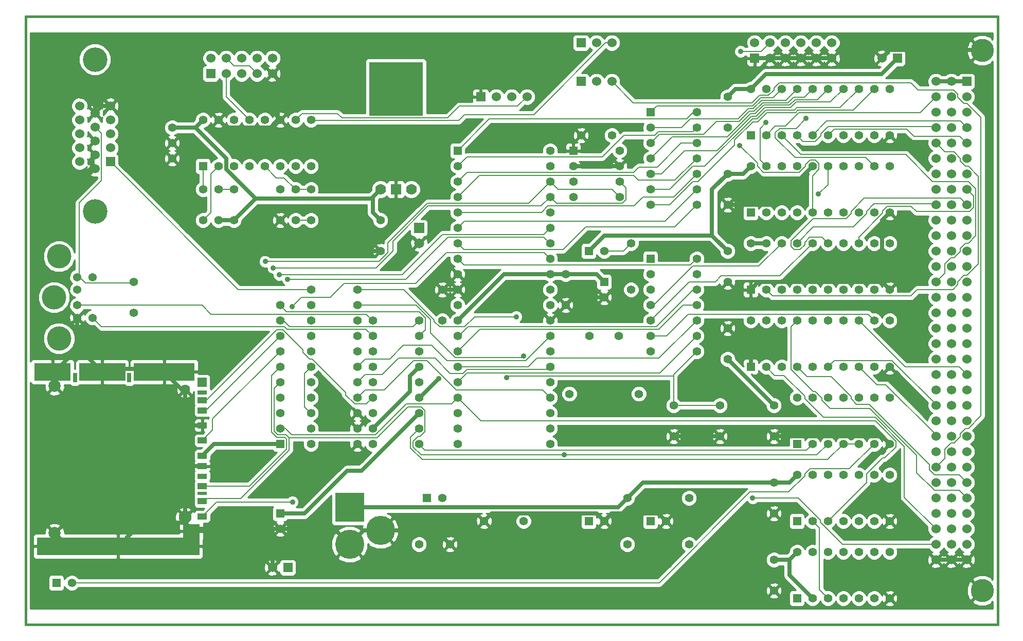
<source format=gtl>
G04 (created by PCBNEW (2013-07-07 BZR 4022)-stable) date 2/23/2014 9:12:01 AM*
%MOIN*%
G04 Gerber Fmt 3.4, Leading zero omitted, Abs format*
%FSLAX34Y34*%
G01*
G70*
G90*
G04 APERTURE LIST*
%ADD10C,0.00590551*%
%ADD11C,0.015*%
%ADD12C,0.055*%
%ADD13R,0.055X0.055*%
%ADD14R,0.06X0.06*%
%ADD15C,0.06*%
%ADD16R,0.35X0.35*%
%ADD17C,0.07*%
%ADD18R,0.07X0.07*%
%ADD19C,0.054*%
%ADD20C,0.1575*%
%ADD21C,0.1594*%
%ADD22R,0.059X0.039*%
%ADD23R,0.059X0.0276*%
%ADD24R,0.059X0.059*%
%ADD25R,0.1102X0.088*%
%ADD26C,0.064*%
%ADD27C,0.083*%
%ADD28C,0.079*%
%ADD29R,0.059X0.033*%
%ADD30R,0.059X0.024*%
%ADD31R,0.0276X0.063*%
%ADD32R,1.055X0.118*%
%ADD33R,0.396X0.118*%
%ADD34R,0.3X0.118*%
%ADD35R,0.238X0.118*%
%ADD36C,0.189*%
%ADD37R,0.189X0.189*%
%ADD38C,0.15*%
%ADD39R,0.065X0.065*%
%ADD40C,0.065*%
%ADD41C,0.035*%
%ADD42C,0.008*%
%ADD43C,0.028*%
%ADD44C,0.01*%
G04 APERTURE END LIST*
G54D10*
G54D11*
X20000Y-59700D02*
X83000Y-59700D01*
X20000Y-20300D02*
X20000Y-59700D01*
X83000Y-20300D02*
X20000Y-20300D01*
X83000Y-59700D02*
X83000Y-20300D01*
G54D12*
X52280Y-53000D03*
X49720Y-53000D03*
G54D13*
X36500Y-48000D03*
G54D12*
X36500Y-47000D03*
X36500Y-46000D03*
X36500Y-45000D03*
X36500Y-44000D03*
X36500Y-43000D03*
X36500Y-42000D03*
X36500Y-41000D03*
X36500Y-40000D03*
X36500Y-39000D03*
X41500Y-39000D03*
X38500Y-39000D03*
X41500Y-43000D03*
X38500Y-43000D03*
X41500Y-40000D03*
X38500Y-40000D03*
X41500Y-41000D03*
X38500Y-41000D03*
X41500Y-42000D03*
X38500Y-42000D03*
X41500Y-44000D03*
X38500Y-44000D03*
X41500Y-45000D03*
X38500Y-45000D03*
X41500Y-46000D03*
X38500Y-46000D03*
X41500Y-47000D03*
X38500Y-47000D03*
X41500Y-48000D03*
X38500Y-48000D03*
X45500Y-40000D03*
X42500Y-40000D03*
X45500Y-41000D03*
X42500Y-41000D03*
X42500Y-42000D03*
X45500Y-42000D03*
X45500Y-43000D03*
X42500Y-43000D03*
X42500Y-44000D03*
X45500Y-44000D03*
X45500Y-45000D03*
X42500Y-45000D03*
X45500Y-46000D03*
X42500Y-46000D03*
X42500Y-47000D03*
X45500Y-47000D03*
X42500Y-48000D03*
X45500Y-48000D03*
X41500Y-38000D03*
X38500Y-38000D03*
G54D14*
X67250Y-23000D03*
G54D15*
X67250Y-22000D03*
X68250Y-23000D03*
X68250Y-22000D03*
X69250Y-23000D03*
X69250Y-22000D03*
X70250Y-23000D03*
X70250Y-22000D03*
X71250Y-23000D03*
X71250Y-22000D03*
X72250Y-23000D03*
X72250Y-22000D03*
G54D14*
X49500Y-25500D03*
G54D15*
X50500Y-25500D03*
X51500Y-25500D03*
X52500Y-25500D03*
G54D14*
X56000Y-24500D03*
G54D15*
X57000Y-24500D03*
X58000Y-24500D03*
G54D14*
X56000Y-22000D03*
G54D15*
X57000Y-22000D03*
X58000Y-22000D03*
G54D16*
X44000Y-25000D03*
G54D17*
X43000Y-31500D03*
G54D18*
X44000Y-31500D03*
G54D17*
X45000Y-31500D03*
G54D13*
X55500Y-29000D03*
G54D12*
X55500Y-30000D03*
X55500Y-31000D03*
X55500Y-32000D03*
X58500Y-32000D03*
X58500Y-31000D03*
X58500Y-30000D03*
X58500Y-29000D03*
G54D13*
X48000Y-29000D03*
G54D12*
X48000Y-30000D03*
X48000Y-31000D03*
X48000Y-32000D03*
X48000Y-33000D03*
X48000Y-34000D03*
X48000Y-35000D03*
X48000Y-36000D03*
X48000Y-37000D03*
X48000Y-38000D03*
X48000Y-39000D03*
X48000Y-40000D03*
X48000Y-41000D03*
X48000Y-42000D03*
X48000Y-43000D03*
X48000Y-44000D03*
X48000Y-45000D03*
X48000Y-46000D03*
X48000Y-47000D03*
X48000Y-48000D03*
X54000Y-48000D03*
X54000Y-47000D03*
X54000Y-46000D03*
X54000Y-45000D03*
X54000Y-44000D03*
X54000Y-43000D03*
X54000Y-42000D03*
X54000Y-41000D03*
X54000Y-40000D03*
X54000Y-39000D03*
X54000Y-38000D03*
X54000Y-37000D03*
X54000Y-36000D03*
X54000Y-35000D03*
X54000Y-34000D03*
X54000Y-33000D03*
X54000Y-32000D03*
X54000Y-31000D03*
X54000Y-30000D03*
X54000Y-29000D03*
G54D13*
X67000Y-28000D03*
G54D12*
X68000Y-28000D03*
X69000Y-28000D03*
X70000Y-28000D03*
X71000Y-28000D03*
X72000Y-28000D03*
X73000Y-28000D03*
X74000Y-28000D03*
X75000Y-28000D03*
X76000Y-28000D03*
X76000Y-25000D03*
X75000Y-25000D03*
X74000Y-25000D03*
X73000Y-25000D03*
X72000Y-25000D03*
X71000Y-25000D03*
X70000Y-25000D03*
X69000Y-25000D03*
X68000Y-25000D03*
X67000Y-25000D03*
G54D13*
X67000Y-38000D03*
G54D12*
X68000Y-38000D03*
X69000Y-38000D03*
X70000Y-38000D03*
X71000Y-38000D03*
X72000Y-38000D03*
X73000Y-38000D03*
X74000Y-38000D03*
X75000Y-38000D03*
X76000Y-38000D03*
X76000Y-35000D03*
X75000Y-35000D03*
X74000Y-35000D03*
X73000Y-35000D03*
X72000Y-35000D03*
X71000Y-35000D03*
X70000Y-35000D03*
X69000Y-35000D03*
X68000Y-35000D03*
X67000Y-35000D03*
G54D13*
X67000Y-33000D03*
G54D12*
X68000Y-33000D03*
X69000Y-33000D03*
X70000Y-33000D03*
X71000Y-33000D03*
X72000Y-33000D03*
X73000Y-33000D03*
X74000Y-33000D03*
X75000Y-33000D03*
X76000Y-33000D03*
X76000Y-30000D03*
X75000Y-30000D03*
X74000Y-30000D03*
X73000Y-30000D03*
X72000Y-30000D03*
X71000Y-30000D03*
X70000Y-30000D03*
X69000Y-30000D03*
X68000Y-30000D03*
X67000Y-30000D03*
G54D13*
X67000Y-43000D03*
G54D12*
X68000Y-43000D03*
X69000Y-43000D03*
X70000Y-43000D03*
X71000Y-43000D03*
X72000Y-43000D03*
X73000Y-43000D03*
X74000Y-43000D03*
X75000Y-43000D03*
X76000Y-43000D03*
X76000Y-40000D03*
X75000Y-40000D03*
X74000Y-40000D03*
X73000Y-40000D03*
X72000Y-40000D03*
X71000Y-40000D03*
X70000Y-40000D03*
X69000Y-40000D03*
X68000Y-40000D03*
X67000Y-40000D03*
G54D13*
X31500Y-30000D03*
G54D12*
X32500Y-30000D03*
X33500Y-30000D03*
X34500Y-30000D03*
X35500Y-30000D03*
X36500Y-30000D03*
X37500Y-30000D03*
X38500Y-30000D03*
X38500Y-27000D03*
X37500Y-27000D03*
X36500Y-27000D03*
X35500Y-27000D03*
X34500Y-27000D03*
X33500Y-27000D03*
X32500Y-27000D03*
X31500Y-27000D03*
G54D13*
X70000Y-53000D03*
G54D12*
X71000Y-53000D03*
X72000Y-53000D03*
X73000Y-53000D03*
X74000Y-53000D03*
X75000Y-53000D03*
X76000Y-53000D03*
X76000Y-50000D03*
X75000Y-50000D03*
X74000Y-50000D03*
X73000Y-50000D03*
X72000Y-50000D03*
X71000Y-50000D03*
X70000Y-50000D03*
G54D13*
X70000Y-58000D03*
G54D12*
X71000Y-58000D03*
X72000Y-58000D03*
X73000Y-58000D03*
X74000Y-58000D03*
X75000Y-58000D03*
X76000Y-58000D03*
X76000Y-55000D03*
X75000Y-55000D03*
X74000Y-55000D03*
X73000Y-55000D03*
X72000Y-55000D03*
X71000Y-55000D03*
X70000Y-55000D03*
G54D13*
X70000Y-48000D03*
G54D12*
X71000Y-48000D03*
X72000Y-48000D03*
X73000Y-48000D03*
X74000Y-48000D03*
X75000Y-48000D03*
X76000Y-48000D03*
X76000Y-45000D03*
X75000Y-45000D03*
X74000Y-45000D03*
X73000Y-45000D03*
X72000Y-45000D03*
X71000Y-45000D03*
X70000Y-45000D03*
G54D13*
X60500Y-26500D03*
G54D12*
X60500Y-27500D03*
X60500Y-28500D03*
X60500Y-29500D03*
X60500Y-30500D03*
X60500Y-31500D03*
X60500Y-32500D03*
X63500Y-32500D03*
X63500Y-31500D03*
X63500Y-30500D03*
X63500Y-29500D03*
X63500Y-28500D03*
X63500Y-27500D03*
X63500Y-26500D03*
G54D13*
X60500Y-36000D03*
G54D12*
X60500Y-37000D03*
X60500Y-38000D03*
X60500Y-39000D03*
X60500Y-40000D03*
X60500Y-41000D03*
X60500Y-42000D03*
X63500Y-42000D03*
X63500Y-41000D03*
X63500Y-40000D03*
X63500Y-39000D03*
X63500Y-38000D03*
X63500Y-37000D03*
X63500Y-36000D03*
X56539Y-41000D03*
X58461Y-41000D03*
X55250Y-44750D03*
X59750Y-44750D03*
G54D19*
X23350Y-37988D03*
X23350Y-39012D03*
X24331Y-39819D03*
X24331Y-37181D03*
X23350Y-37181D03*
X23350Y-39819D03*
G54D20*
X21850Y-38500D03*
X22169Y-41161D03*
X22169Y-35839D03*
G54D21*
X24500Y-23081D03*
X24500Y-32919D03*
G54D14*
X25500Y-29709D03*
G54D15*
X25500Y-28807D03*
X25500Y-27902D03*
X25500Y-27000D03*
X25500Y-26098D03*
X24500Y-27451D03*
X24500Y-28352D03*
X24500Y-29254D03*
X24500Y-30156D03*
X24500Y-26549D03*
X23500Y-29709D03*
X23500Y-28807D03*
X23500Y-27902D03*
X23500Y-27000D03*
X23500Y-26098D03*
G54D12*
X68500Y-55500D03*
X68500Y-57500D03*
X55000Y-37000D03*
X55000Y-39000D03*
X65500Y-42500D03*
X65500Y-40500D03*
X47000Y-40000D03*
X47000Y-38000D03*
X68500Y-50500D03*
X68500Y-52500D03*
X68500Y-45500D03*
X68500Y-47500D03*
X58000Y-28000D03*
X56000Y-28000D03*
X27000Y-39500D03*
X27000Y-37500D03*
X43000Y-33500D03*
X43000Y-35500D03*
X45500Y-54500D03*
X47500Y-54500D03*
G54D14*
X76500Y-23000D03*
G54D15*
X75500Y-23000D03*
G54D13*
X46000Y-51500D03*
G54D12*
X47000Y-51500D03*
G54D13*
X57500Y-37500D03*
G54D12*
X57500Y-38500D03*
G54D13*
X36500Y-52500D03*
G54D12*
X36500Y-53500D03*
X31500Y-33500D03*
X33500Y-33500D03*
X32500Y-33500D03*
X36500Y-31500D03*
X38500Y-31500D03*
X37500Y-31500D03*
X65500Y-30500D03*
X65500Y-32500D03*
X36500Y-33500D03*
X38500Y-33500D03*
X37500Y-33500D03*
X65500Y-25500D03*
X65500Y-27500D03*
X31500Y-31500D03*
X33500Y-31500D03*
X32500Y-31500D03*
X65500Y-35500D03*
X65500Y-37500D03*
G54D22*
X31452Y-50725D03*
X31451Y-49435D03*
X31452Y-48757D03*
X31452Y-47772D03*
X31452Y-46788D03*
X31452Y-45832D03*
X31452Y-45163D03*
X31452Y-52694D03*
X31452Y-51709D03*
G54D23*
X31452Y-44651D03*
G54D24*
X31450Y-44010D03*
G54D25*
X30744Y-53646D03*
G54D26*
X30350Y-44474D03*
G54D27*
X30350Y-52742D03*
G54D28*
X21885Y-53766D03*
X21885Y-44238D03*
G54D29*
X31451Y-50085D03*
G54D30*
X31452Y-51207D03*
G54D31*
X26728Y-43686D03*
X23204Y-43686D03*
G54D32*
X26000Y-54630D03*
G54D33*
X28980Y-43330D03*
G54D34*
X24976Y-43331D03*
G54D35*
X21748Y-43331D03*
G54D12*
X29500Y-27500D03*
X29500Y-29500D03*
X29500Y-28500D03*
G54D14*
X32000Y-24000D03*
G54D15*
X32000Y-23000D03*
X33000Y-24000D03*
X33000Y-23000D03*
X34000Y-24000D03*
X34000Y-23000D03*
X35000Y-24000D03*
X35000Y-23000D03*
X36000Y-24000D03*
X36000Y-23000D03*
G54D36*
X41000Y-54500D03*
G54D37*
X41000Y-52100D03*
G54D36*
X43000Y-53600D03*
G54D14*
X37000Y-56000D03*
G54D15*
X36000Y-56000D03*
G54D14*
X81000Y-24500D03*
G54D15*
X81000Y-25500D03*
X81000Y-26500D03*
X81000Y-27500D03*
X81000Y-28500D03*
X81000Y-29500D03*
X81000Y-30500D03*
X81000Y-31500D03*
X81000Y-32500D03*
X81000Y-33500D03*
X81000Y-34500D03*
X81000Y-35500D03*
X81000Y-36500D03*
X81000Y-37500D03*
X81000Y-38500D03*
X81000Y-39500D03*
X81000Y-40500D03*
X81000Y-41500D03*
X81000Y-42500D03*
X81000Y-43500D03*
X81000Y-44500D03*
X81000Y-45500D03*
X81000Y-46500D03*
X81000Y-47500D03*
X81000Y-48500D03*
X81000Y-49500D03*
X81000Y-50500D03*
X81000Y-51500D03*
X81000Y-52500D03*
X81000Y-53500D03*
X81000Y-54500D03*
X81000Y-55500D03*
X80000Y-24500D03*
X80000Y-25500D03*
X80000Y-26500D03*
X80000Y-27500D03*
X80000Y-28500D03*
X80000Y-29500D03*
X80000Y-30500D03*
X80000Y-31500D03*
X80000Y-32500D03*
X80000Y-33500D03*
X80000Y-34500D03*
X80000Y-35500D03*
X80000Y-36500D03*
X80000Y-37500D03*
X80000Y-38500D03*
X80000Y-39500D03*
X80000Y-40500D03*
X80000Y-41500D03*
X80000Y-42500D03*
X80000Y-43500D03*
X80000Y-44500D03*
X80000Y-45500D03*
X80000Y-46500D03*
X80000Y-47500D03*
X80000Y-48500D03*
X80000Y-49500D03*
X80000Y-50500D03*
X80000Y-51500D03*
X80000Y-52500D03*
X80000Y-53500D03*
X80000Y-54500D03*
X80000Y-55500D03*
X79000Y-24500D03*
X79000Y-25500D03*
X79000Y-26500D03*
X79000Y-27500D03*
X79000Y-28500D03*
X79000Y-29500D03*
X79000Y-30500D03*
X79000Y-31500D03*
X79000Y-32500D03*
X79000Y-33500D03*
X79000Y-34500D03*
X79000Y-35500D03*
X79000Y-36500D03*
X79000Y-37500D03*
X79000Y-38500D03*
X79000Y-39500D03*
X79000Y-40500D03*
X79000Y-41500D03*
X79000Y-42500D03*
X79000Y-43500D03*
X79000Y-44500D03*
X79000Y-45500D03*
X79000Y-46500D03*
X79000Y-47500D03*
X79000Y-48500D03*
X79000Y-49500D03*
X79000Y-50500D03*
X79000Y-51500D03*
X79000Y-52500D03*
X79000Y-53500D03*
X79000Y-54500D03*
X79000Y-55500D03*
G54D38*
X82000Y-57500D03*
X82000Y-22500D03*
G54D12*
X59000Y-51500D03*
X59000Y-54500D03*
X63000Y-51500D03*
X63000Y-54500D03*
X59250Y-35000D03*
X59250Y-38000D03*
X62000Y-47500D03*
X62000Y-45500D03*
X65000Y-47500D03*
X65000Y-45500D03*
G54D13*
X22000Y-57000D03*
G54D12*
X23000Y-57000D03*
G54D13*
X56500Y-53000D03*
G54D12*
X57500Y-53000D03*
G54D13*
X60500Y-53000D03*
G54D12*
X61500Y-53000D03*
G54D13*
X56500Y-35500D03*
G54D12*
X57500Y-35500D03*
G54D39*
X45500Y-34000D03*
G54D40*
X45500Y-35000D03*
G54D41*
X67975Y-27179D03*
X71394Y-31799D03*
X36994Y-37337D03*
X37296Y-51762D03*
X36445Y-37031D03*
X37282Y-39106D03*
X54898Y-48713D03*
X67126Y-51501D03*
X51177Y-43706D03*
X66285Y-28662D03*
X66339Y-22568D03*
X70587Y-26913D03*
X52284Y-42284D03*
X35532Y-36174D03*
X51801Y-39748D03*
X36056Y-36585D03*
X46768Y-43764D03*
G54D42*
X67604Y-27549D02*
X67975Y-27179D01*
X67604Y-29604D02*
X67604Y-27549D01*
X68000Y-30000D02*
X67604Y-29604D01*
X72000Y-31194D02*
X71394Y-31799D01*
X72000Y-30000D02*
X72000Y-31194D01*
X74599Y-39599D02*
X75000Y-40000D01*
X62958Y-39599D02*
X74599Y-39599D01*
X61557Y-41000D02*
X62958Y-39599D01*
X60500Y-41000D02*
X61557Y-41000D01*
X60726Y-39000D02*
X60500Y-39000D01*
X63245Y-36480D02*
X60726Y-39000D01*
X67519Y-36480D02*
X63245Y-36480D01*
X69000Y-35000D02*
X67519Y-36480D01*
X68895Y-37104D02*
X71000Y-35000D01*
X65093Y-37104D02*
X68895Y-37104D01*
X64697Y-37500D02*
X65093Y-37104D01*
X63000Y-37500D02*
X64697Y-37500D01*
X60500Y-40000D02*
X63000Y-37500D01*
X32120Y-47103D02*
X31452Y-47772D01*
X32120Y-46379D02*
X32120Y-47103D01*
X36500Y-42000D02*
X32120Y-46379D01*
X44636Y-37337D02*
X36994Y-37337D01*
X47390Y-34583D02*
X44636Y-37337D01*
X53583Y-34583D02*
X47390Y-34583D01*
X54000Y-35000D02*
X53583Y-34583D01*
X36839Y-47000D02*
X36500Y-47000D01*
X37245Y-47406D02*
X36839Y-47000D01*
X42682Y-47406D02*
X37245Y-47406D01*
X44688Y-45399D02*
X42682Y-47406D01*
X47600Y-45399D02*
X44688Y-45399D01*
X48000Y-45000D02*
X47600Y-45399D01*
X49500Y-46500D02*
X48000Y-45000D01*
X75063Y-46500D02*
X49500Y-46500D01*
X76399Y-47836D02*
X75063Y-46500D01*
X76399Y-48196D02*
X76399Y-47836D01*
X75688Y-48907D02*
X76399Y-48196D01*
X75532Y-48907D02*
X75688Y-48907D01*
X74500Y-49940D02*
X75532Y-48907D01*
X74500Y-50499D02*
X74500Y-49940D01*
X72000Y-53000D02*
X74500Y-50499D01*
X60900Y-26099D02*
X60500Y-26500D01*
X67113Y-26099D02*
X60900Y-26099D01*
X67649Y-25563D02*
X67113Y-26099D01*
X68436Y-25563D02*
X67649Y-25563D01*
X69000Y-25000D02*
X68436Y-25563D01*
X62500Y-27500D02*
X60500Y-27500D01*
X63067Y-26932D02*
X62500Y-27500D01*
X66182Y-26932D02*
X63067Y-26932D01*
X66835Y-26279D02*
X66182Y-26932D01*
X67159Y-26279D02*
X66835Y-26279D01*
X67715Y-25723D02*
X67159Y-26279D01*
X69276Y-25723D02*
X67715Y-25723D01*
X70000Y-25000D02*
X69276Y-25723D01*
X61068Y-27931D02*
X60500Y-28500D01*
X63936Y-27931D02*
X61068Y-27931D01*
X64763Y-27104D02*
X63936Y-27931D01*
X66236Y-27104D02*
X64763Y-27104D01*
X66901Y-26440D02*
X66236Y-27104D01*
X67225Y-26440D02*
X66901Y-26440D01*
X67782Y-25883D02*
X67225Y-26440D01*
X69428Y-25883D02*
X67782Y-25883D01*
X69789Y-25522D02*
X69428Y-25883D01*
X70477Y-25522D02*
X69789Y-25522D01*
X71000Y-25000D02*
X70477Y-25522D01*
X61908Y-28091D02*
X60500Y-29500D01*
X65481Y-28091D02*
X61908Y-28091D01*
X66972Y-26600D02*
X65481Y-28091D01*
X67292Y-26600D02*
X66972Y-26600D01*
X67848Y-26043D02*
X67292Y-26600D01*
X69514Y-26043D02*
X67848Y-26043D01*
X69875Y-25682D02*
X69514Y-26043D01*
X71317Y-25682D02*
X69875Y-25682D01*
X72000Y-25000D02*
X71317Y-25682D01*
X61208Y-30500D02*
X60500Y-30500D01*
X62708Y-29000D02*
X61208Y-30500D01*
X64801Y-29000D02*
X62708Y-29000D01*
X67041Y-26760D02*
X64801Y-29000D01*
X67358Y-26760D02*
X67041Y-26760D01*
X67914Y-26203D02*
X67358Y-26760D01*
X69580Y-26203D02*
X67914Y-26203D01*
X69942Y-25842D02*
X69580Y-26203D01*
X72157Y-25842D02*
X69942Y-25842D01*
X73000Y-25000D02*
X72157Y-25842D01*
X61753Y-31500D02*
X60500Y-31500D01*
X63253Y-30000D02*
X61753Y-31500D01*
X64028Y-30000D02*
X63253Y-30000D01*
X67107Y-26920D02*
X64028Y-30000D01*
X67424Y-26920D02*
X67107Y-26920D01*
X67981Y-26364D02*
X67424Y-26920D01*
X69834Y-26364D02*
X67981Y-26364D01*
X69990Y-26207D02*
X69834Y-26364D01*
X72792Y-26207D02*
X69990Y-26207D01*
X74000Y-25000D02*
X72792Y-26207D01*
X61753Y-32500D02*
X60500Y-32500D01*
X63253Y-31000D02*
X61753Y-32500D01*
X63576Y-31000D02*
X63253Y-31000D01*
X65944Y-28631D02*
X63576Y-31000D01*
X65944Y-28309D02*
X65944Y-28631D01*
X67140Y-27114D02*
X65944Y-28309D01*
X67457Y-27114D02*
X67140Y-27114D01*
X68047Y-26524D02*
X67457Y-27114D01*
X69901Y-26524D02*
X68047Y-26524D01*
X70057Y-26368D02*
X69901Y-26524D01*
X73631Y-26368D02*
X70057Y-26368D01*
X75000Y-25000D02*
X73631Y-26368D01*
X32383Y-51762D02*
X37296Y-51762D01*
X31452Y-52694D02*
X32383Y-51762D01*
X31452Y-50724D02*
X31452Y-50725D01*
X34499Y-50724D02*
X31452Y-50724D01*
X36906Y-48318D02*
X34499Y-50724D01*
X36906Y-47669D02*
X36906Y-48318D01*
X36793Y-47556D02*
X36906Y-47669D01*
X36271Y-47556D02*
X36793Y-47556D01*
X35936Y-47221D02*
X36271Y-47556D01*
X35936Y-43563D02*
X35936Y-47221D01*
X36500Y-43000D02*
X35936Y-43563D01*
X44408Y-37031D02*
X36445Y-37031D01*
X47017Y-34422D02*
X44408Y-37031D01*
X53577Y-34422D02*
X47017Y-34422D01*
X54000Y-34000D02*
X53577Y-34422D01*
X31667Y-45832D02*
X31452Y-45832D01*
X36500Y-41000D02*
X31667Y-45832D01*
X37888Y-38500D02*
X37282Y-39106D01*
X39749Y-38500D02*
X37888Y-38500D01*
X40644Y-37604D02*
X39749Y-38500D01*
X45269Y-37604D02*
X40644Y-37604D01*
X47269Y-35604D02*
X45269Y-37604D01*
X53604Y-35604D02*
X47269Y-35604D01*
X54000Y-36000D02*
X53604Y-35604D01*
X33500Y-23500D02*
X33000Y-23000D01*
X34500Y-23500D02*
X33500Y-23500D01*
X35000Y-24000D02*
X34500Y-23500D01*
X36929Y-39429D02*
X36500Y-39000D01*
X45502Y-39429D02*
X36929Y-39429D01*
X45896Y-39823D02*
X45502Y-39429D01*
X45896Y-40603D02*
X45896Y-39823D01*
X45500Y-41000D02*
X45896Y-40603D01*
X36726Y-40000D02*
X36500Y-40000D01*
X37123Y-40396D02*
X36726Y-40000D01*
X45103Y-40396D02*
X37123Y-40396D01*
X45500Y-40000D02*
X45103Y-40396D01*
X23485Y-37180D02*
X23350Y-37180D01*
X23878Y-37573D02*
X23485Y-37180D01*
X26926Y-37573D02*
X23878Y-37573D01*
X27000Y-37500D02*
X26926Y-37573D01*
X24920Y-27871D02*
X24500Y-27450D01*
X24920Y-30917D02*
X24920Y-27871D01*
X23485Y-32353D02*
X24920Y-30917D01*
X23485Y-37180D02*
X23485Y-32353D01*
X38084Y-45584D02*
X38500Y-46000D01*
X38084Y-43415D02*
X38084Y-45584D01*
X38500Y-43000D02*
X38084Y-43415D01*
X33790Y-38000D02*
X38500Y-38000D01*
X25500Y-29709D02*
X33790Y-38000D01*
X33000Y-25500D02*
X34500Y-27000D01*
X33000Y-24000D02*
X33000Y-25500D01*
X51892Y-26107D02*
X52500Y-25500D01*
X48115Y-26107D02*
X51892Y-26107D01*
X47352Y-26870D02*
X48115Y-26107D01*
X40502Y-26870D02*
X47352Y-26870D01*
X40223Y-26591D02*
X40502Y-26870D01*
X37908Y-26591D02*
X40223Y-26591D01*
X37500Y-27000D02*
X37908Y-26591D01*
X42093Y-45406D02*
X42500Y-45000D01*
X41332Y-45406D02*
X42093Y-45406D01*
X40749Y-44822D02*
X41332Y-45406D01*
X40749Y-44666D02*
X40749Y-44822D01*
X38583Y-42500D02*
X40749Y-44666D01*
X38418Y-42500D02*
X38583Y-42500D01*
X37974Y-42055D02*
X38418Y-42500D01*
X37974Y-41907D02*
X37974Y-42055D01*
X36669Y-40602D02*
X37974Y-41907D01*
X36266Y-40602D02*
X36669Y-40602D01*
X31706Y-45162D02*
X36266Y-40602D01*
X31452Y-45162D02*
X31706Y-45162D01*
X37082Y-48389D02*
X37082Y-47609D01*
X33940Y-51530D02*
X37082Y-48389D01*
X31630Y-51530D02*
X33940Y-51530D01*
X31452Y-51709D02*
X31630Y-51530D01*
X36096Y-44403D02*
X36500Y-44000D01*
X36096Y-47155D02*
X36096Y-44403D01*
X36337Y-47395D02*
X36096Y-47155D01*
X36868Y-47395D02*
X36337Y-47395D01*
X37082Y-47609D02*
X36868Y-47395D01*
X45632Y-48713D02*
X54898Y-48713D01*
X45102Y-48183D02*
X45632Y-48713D01*
X45102Y-47833D02*
X45102Y-48183D01*
X45436Y-47500D02*
X45102Y-47833D01*
X45579Y-47500D02*
X45436Y-47500D01*
X45895Y-47183D02*
X45579Y-47500D01*
X45895Y-45835D02*
X45895Y-47183D01*
X45654Y-45594D02*
X45895Y-45835D01*
X44786Y-45594D02*
X45654Y-45594D01*
X42791Y-47589D02*
X44786Y-45594D01*
X37102Y-47589D02*
X42791Y-47589D01*
X37082Y-47609D02*
X37102Y-47589D01*
X71286Y-48713D02*
X72000Y-48000D01*
X54898Y-48713D02*
X71286Y-48713D01*
X70635Y-43635D02*
X70000Y-43000D01*
X72207Y-43635D02*
X70635Y-43635D01*
X73500Y-44927D02*
X72207Y-43635D01*
X73500Y-45074D02*
X73500Y-44927D01*
X73849Y-45423D02*
X73500Y-45074D01*
X74666Y-45423D02*
X73849Y-45423D01*
X78579Y-49337D02*
X74666Y-45423D01*
X78579Y-49677D02*
X78579Y-49337D01*
X78902Y-50000D02*
X78579Y-49677D01*
X80500Y-50000D02*
X78902Y-50000D01*
X81000Y-50500D02*
X80500Y-50000D01*
X77000Y-43000D02*
X74000Y-40000D01*
X80500Y-43000D02*
X77000Y-43000D01*
X81000Y-43500D02*
X80500Y-43000D01*
X68559Y-43559D02*
X68000Y-43000D01*
X69155Y-43559D02*
X68559Y-43559D01*
X70500Y-44904D02*
X69155Y-43559D01*
X70500Y-45060D02*
X70500Y-44904D01*
X71713Y-46274D02*
X70500Y-45060D01*
X75063Y-46274D02*
X71713Y-46274D01*
X76961Y-48172D02*
X75063Y-46274D01*
X76961Y-51461D02*
X76961Y-48172D01*
X79000Y-53500D02*
X76961Y-51461D01*
X79000Y-47413D02*
X79000Y-47500D01*
X75758Y-44172D02*
X79000Y-47413D01*
X75172Y-44172D02*
X75758Y-44172D01*
X74000Y-43000D02*
X75172Y-44172D01*
X67126Y-51501D02*
X67126Y-51501D01*
X70080Y-51501D02*
X67126Y-51501D01*
X71500Y-52920D02*
X70080Y-51501D01*
X71500Y-53064D02*
X71500Y-52920D01*
X72935Y-54500D02*
X71500Y-53064D01*
X79000Y-54500D02*
X72935Y-54500D01*
X59395Y-25895D02*
X58000Y-24500D01*
X67091Y-25895D02*
X59395Y-25895D01*
X67583Y-25403D02*
X67091Y-25895D01*
X68156Y-25403D02*
X67583Y-25403D01*
X68500Y-25059D02*
X68156Y-25403D01*
X68500Y-24931D02*
X68500Y-25059D01*
X68843Y-24588D02*
X68500Y-24931D01*
X77384Y-24588D02*
X68843Y-24588D01*
X77852Y-25056D02*
X77384Y-24588D01*
X80155Y-25056D02*
X77852Y-25056D01*
X80420Y-25321D02*
X80155Y-25056D01*
X80420Y-25514D02*
X80420Y-25321D01*
X80825Y-25920D02*
X80420Y-25514D01*
X81021Y-25920D02*
X80825Y-25920D01*
X81920Y-26818D02*
X81021Y-25920D01*
X81920Y-46176D02*
X81920Y-26818D01*
X81097Y-47000D02*
X81920Y-46176D01*
X80903Y-47000D02*
X81097Y-47000D01*
X80579Y-47324D02*
X80903Y-47000D01*
X80579Y-47518D02*
X80579Y-47324D01*
X80178Y-47920D02*
X80579Y-47518D01*
X79985Y-47920D02*
X80178Y-47920D01*
X79579Y-48325D02*
X79985Y-47920D01*
X79579Y-48920D02*
X79579Y-48325D01*
X79000Y-49500D02*
X79579Y-48920D01*
X80500Y-51000D02*
X81000Y-51500D01*
X78903Y-51000D02*
X80500Y-51000D01*
X77756Y-49852D02*
X78903Y-51000D01*
X77756Y-48740D02*
X77756Y-49852D01*
X74724Y-45708D02*
X77756Y-48740D01*
X72149Y-45708D02*
X74724Y-45708D01*
X71604Y-45163D02*
X72149Y-45708D01*
X71604Y-45040D02*
X71604Y-45163D01*
X71168Y-44604D02*
X71604Y-45040D01*
X71036Y-44604D02*
X71168Y-44604D01*
X69604Y-43173D02*
X71036Y-44604D01*
X69604Y-40395D02*
X69604Y-43173D01*
X70000Y-40000D02*
X69604Y-40395D01*
X45895Y-48395D02*
X45500Y-48000D01*
X70604Y-48395D02*
X45895Y-48395D01*
X71000Y-48000D02*
X70604Y-48395D01*
X72415Y-42584D02*
X72000Y-43000D01*
X76145Y-42584D02*
X72415Y-42584D01*
X79000Y-45438D02*
X76145Y-42584D01*
X79000Y-45500D02*
X79000Y-45438D01*
X68413Y-38413D02*
X68000Y-38000D01*
X77382Y-38413D02*
X68413Y-38413D01*
X77795Y-38000D02*
X77382Y-38413D01*
X80098Y-38000D02*
X77795Y-38000D01*
X80420Y-37678D02*
X80098Y-38000D01*
X80420Y-37485D02*
X80420Y-37678D01*
X80825Y-37079D02*
X80420Y-37485D01*
X81021Y-37079D02*
X80825Y-37079D01*
X81755Y-36345D02*
X81021Y-37079D01*
X81755Y-30659D02*
X81755Y-36345D01*
X81096Y-30000D02*
X81755Y-30659D01*
X80901Y-30000D02*
X81096Y-30000D01*
X80579Y-29678D02*
X80901Y-30000D01*
X80579Y-29485D02*
X80579Y-29678D01*
X80174Y-29079D02*
X80579Y-29485D01*
X79579Y-29079D02*
X80174Y-29079D01*
X79000Y-28500D02*
X79579Y-29079D01*
X74000Y-34595D02*
X74000Y-35000D01*
X75556Y-33038D02*
X74000Y-34595D01*
X75556Y-32884D02*
X75556Y-33038D01*
X75841Y-32599D02*
X75556Y-32884D01*
X77395Y-32599D02*
X75841Y-32599D01*
X77732Y-32936D02*
X77395Y-32599D01*
X81173Y-32936D02*
X77732Y-32936D01*
X81435Y-32673D02*
X81173Y-32936D01*
X81435Y-31935D02*
X81435Y-32673D01*
X81000Y-31500D02*
X81435Y-31935D01*
X71604Y-34604D02*
X72000Y-35000D01*
X70821Y-34604D02*
X71604Y-34604D01*
X70500Y-34926D02*
X70821Y-34604D01*
X70500Y-35081D02*
X70500Y-34926D01*
X70178Y-35402D02*
X70500Y-35081D01*
X69821Y-35402D02*
X70178Y-35402D01*
X69603Y-35184D02*
X69821Y-35402D01*
X69603Y-34824D02*
X69603Y-35184D01*
X71032Y-33395D02*
X69603Y-34824D01*
X73175Y-33395D02*
X71032Y-33395D01*
X73500Y-33070D02*
X73175Y-33395D01*
X73500Y-32922D02*
X73500Y-33070D01*
X74344Y-32078D02*
X73500Y-32922D01*
X80578Y-32078D02*
X74344Y-32078D01*
X81000Y-32500D02*
X80578Y-32078D01*
X71056Y-33943D02*
X70000Y-35000D01*
X73634Y-33943D02*
X71056Y-33943D01*
X74500Y-33077D02*
X73634Y-33943D01*
X74500Y-32930D02*
X74500Y-33077D01*
X74992Y-32438D02*
X74500Y-32930D01*
X78938Y-32438D02*
X74992Y-32438D01*
X79000Y-32500D02*
X78938Y-32438D01*
X68595Y-27404D02*
X68000Y-28000D01*
X69247Y-27404D02*
X68595Y-27404D01*
X70123Y-26528D02*
X69247Y-27404D01*
X77971Y-26528D02*
X70123Y-26528D01*
X79000Y-25500D02*
X77971Y-26528D01*
X79579Y-36920D02*
X79000Y-37500D01*
X79579Y-36325D02*
X79579Y-36920D01*
X79985Y-35920D02*
X79579Y-36325D01*
X80178Y-35920D02*
X79985Y-35920D01*
X80579Y-35518D02*
X80178Y-35920D01*
X80579Y-35324D02*
X80579Y-35518D01*
X80903Y-35000D02*
X80579Y-35324D01*
X81097Y-35000D02*
X80903Y-35000D01*
X81595Y-34502D02*
X81097Y-35000D01*
X81595Y-31479D02*
X81595Y-34502D01*
X81115Y-31000D02*
X81595Y-31479D01*
X78795Y-31000D02*
X81115Y-31000D01*
X77036Y-29240D02*
X78795Y-31000D01*
X70240Y-29240D02*
X77036Y-29240D01*
X69000Y-28000D02*
X70240Y-29240D01*
X70395Y-28395D02*
X70000Y-28000D01*
X71191Y-28395D02*
X70395Y-28395D01*
X71554Y-28032D02*
X71191Y-28395D01*
X71554Y-27886D02*
X71554Y-28032D01*
X72001Y-27439D02*
X71554Y-27886D01*
X78939Y-27439D02*
X72001Y-27439D01*
X79000Y-27500D02*
X78939Y-27439D01*
X71922Y-27077D02*
X71000Y-28000D01*
X80577Y-27077D02*
X71922Y-27077D01*
X81000Y-27500D02*
X80577Y-27077D01*
X80556Y-28056D02*
X81000Y-28500D01*
X77571Y-28056D02*
X80556Y-28056D01*
X77114Y-27600D02*
X77571Y-28056D01*
X72399Y-27600D02*
X77114Y-27600D01*
X72000Y-28000D02*
X72399Y-27600D01*
G54D43*
X30350Y-44474D02*
X30124Y-44474D01*
X30124Y-44474D02*
X28980Y-43330D01*
X31452Y-46788D02*
X30350Y-46788D01*
X31451Y-49435D02*
X30350Y-49435D01*
X30350Y-44474D02*
X30350Y-46788D01*
X30350Y-46788D02*
X30350Y-49435D01*
X30350Y-49435D02*
X30350Y-52742D01*
X79000Y-55500D02*
X80000Y-55500D01*
X80000Y-55500D02*
X81000Y-55500D01*
X30744Y-53500D02*
X30744Y-53645D01*
X76020Y-22479D02*
X75500Y-23000D01*
X81979Y-22479D02*
X76020Y-22479D01*
X82000Y-22500D02*
X81979Y-22479D01*
X47000Y-38000D02*
X48000Y-38000D01*
X58500Y-30000D02*
X55500Y-30000D01*
X72250Y-23000D02*
X71250Y-23000D01*
X71250Y-23000D02*
X70250Y-23000D01*
X70250Y-23000D02*
X69250Y-23000D01*
X69250Y-23000D02*
X68250Y-23000D01*
X68250Y-23000D02*
X67250Y-23000D01*
X24358Y-29395D02*
X24500Y-29254D01*
X24358Y-30014D02*
X24358Y-29395D01*
X24358Y-30014D02*
X24500Y-30155D01*
X40000Y-53500D02*
X41000Y-54500D01*
X36500Y-53500D02*
X40000Y-53500D01*
X41900Y-53600D02*
X43000Y-53600D01*
X41000Y-54500D02*
X41900Y-53600D01*
X46600Y-53600D02*
X47500Y-54500D01*
X43000Y-53600D02*
X46600Y-53600D01*
X22749Y-54630D02*
X21885Y-53765D01*
X26000Y-54630D02*
X22749Y-54630D01*
X67000Y-42000D02*
X65500Y-40500D01*
X67000Y-43000D02*
X67000Y-42000D01*
X27524Y-53105D02*
X26000Y-54630D01*
X30350Y-53105D02*
X27524Y-53105D01*
X30350Y-53105D02*
X30744Y-53500D01*
X36000Y-53500D02*
X36000Y-56000D01*
X30744Y-53500D02*
X36000Y-53500D01*
X36000Y-53500D02*
X36500Y-53500D01*
X36361Y-27000D02*
X36500Y-27000D01*
X35863Y-27497D02*
X36361Y-27000D01*
X32997Y-27497D02*
X35863Y-27497D01*
X32500Y-27000D02*
X32997Y-27497D01*
X36361Y-24361D02*
X36000Y-24000D01*
X36361Y-27000D02*
X36361Y-24361D01*
X62000Y-47500D02*
X65000Y-47500D01*
X57004Y-52504D02*
X57500Y-53000D01*
X50215Y-52504D02*
X57004Y-52504D01*
X49720Y-53000D02*
X50215Y-52504D01*
X57995Y-52504D02*
X57500Y-53000D01*
X61004Y-52504D02*
X57995Y-52504D01*
X61500Y-53000D02*
X61004Y-52504D01*
X68500Y-32500D02*
X65500Y-32500D01*
X71000Y-30000D02*
X68500Y-32500D01*
X23350Y-42231D02*
X23350Y-39819D01*
X23876Y-42231D02*
X23350Y-42231D01*
X24975Y-43330D02*
X23876Y-42231D01*
X28790Y-43140D02*
X28980Y-43330D01*
X25166Y-43140D02*
X28790Y-43140D01*
X24975Y-43330D02*
X25166Y-43140D01*
X21885Y-43330D02*
X21747Y-43330D01*
X22984Y-42231D02*
X21885Y-43330D01*
X23350Y-42231D02*
X22984Y-42231D01*
X21885Y-43330D02*
X21885Y-44237D01*
X38500Y-35500D02*
X36500Y-33500D01*
X43000Y-35500D02*
X38500Y-35500D01*
X75500Y-47500D02*
X76000Y-48000D01*
X68500Y-47500D02*
X75500Y-47500D01*
X75504Y-33495D02*
X75504Y-37504D01*
X76000Y-33000D02*
X75504Y-33495D01*
X67495Y-37504D02*
X75504Y-37504D01*
X67000Y-38000D02*
X67495Y-37504D01*
X75504Y-37504D02*
X76000Y-38000D01*
X55500Y-38500D02*
X55000Y-39000D01*
X57500Y-38500D02*
X55500Y-38500D01*
X25500Y-26097D02*
X24500Y-26097D01*
X24500Y-26549D02*
X24500Y-26097D01*
X24024Y-30348D02*
X24358Y-30014D01*
X22736Y-30348D02*
X24024Y-30348D01*
X22636Y-30248D02*
X22736Y-30348D01*
X22636Y-26040D02*
X22636Y-30248D01*
X23226Y-25451D02*
X22636Y-26040D01*
X23853Y-25451D02*
X23226Y-25451D01*
X24500Y-26097D02*
X23853Y-25451D01*
G54D42*
X48433Y-33566D02*
X48000Y-34000D01*
X61433Y-33566D02*
X48433Y-33566D01*
X63500Y-31500D02*
X61433Y-33566D01*
X49402Y-30597D02*
X48000Y-32000D01*
X59407Y-30597D02*
X49402Y-30597D01*
X59716Y-30906D02*
X59407Y-30597D01*
X62093Y-30906D02*
X59716Y-30906D01*
X63500Y-29500D02*
X62093Y-30906D01*
X65000Y-45500D02*
X62000Y-45500D01*
X62000Y-43500D02*
X62000Y-43604D01*
X63500Y-42000D02*
X62000Y-43500D01*
X62000Y-43604D02*
X62000Y-45500D01*
X51278Y-43604D02*
X51177Y-43706D01*
X62000Y-43604D02*
X51278Y-43604D01*
X58750Y-35500D02*
X59250Y-35000D01*
X57500Y-35500D02*
X58750Y-35500D01*
X48604Y-29395D02*
X48000Y-30000D01*
X57373Y-29395D02*
X48604Y-29395D01*
X58768Y-28000D02*
X57373Y-29395D01*
X60773Y-28000D02*
X58768Y-28000D01*
X61019Y-27754D02*
X60773Y-28000D01*
X63245Y-27754D02*
X61019Y-27754D01*
X63500Y-27500D02*
X63245Y-27754D01*
X50056Y-26943D02*
X48000Y-29000D01*
X62830Y-26943D02*
X50056Y-26943D01*
X63273Y-26500D02*
X62830Y-26943D01*
X63500Y-26500D02*
X63273Y-26500D01*
X48604Y-30395D02*
X48000Y-31000D01*
X59414Y-30395D02*
X48604Y-30395D01*
X59753Y-30056D02*
X59414Y-30395D01*
X60930Y-30056D02*
X59753Y-30056D01*
X62487Y-28500D02*
X60930Y-30056D01*
X63500Y-28500D02*
X62487Y-28500D01*
X48397Y-35397D02*
X48000Y-35000D01*
X54839Y-35397D02*
X48397Y-35397D01*
X56319Y-33917D02*
X54839Y-35397D01*
X62082Y-33917D02*
X56319Y-33917D01*
X63500Y-32500D02*
X62082Y-33917D01*
X48596Y-43403D02*
X48000Y-44000D01*
X61096Y-43403D02*
X48596Y-43403D01*
X63500Y-41000D02*
X61096Y-43403D01*
X67433Y-29811D02*
X66285Y-28662D01*
X67433Y-30003D02*
X67433Y-29811D01*
X67829Y-30399D02*
X67433Y-30003D01*
X70159Y-30399D02*
X67829Y-30399D01*
X70556Y-30002D02*
X70159Y-30399D01*
X70556Y-29884D02*
X70556Y-30002D01*
X70836Y-29604D02*
X70556Y-29884D01*
X71184Y-29604D02*
X70836Y-29604D01*
X71419Y-29839D02*
X71184Y-29604D01*
X71419Y-30210D02*
X71419Y-29839D01*
X71000Y-30630D02*
X71419Y-30210D01*
X71000Y-33000D02*
X71000Y-30630D01*
X67681Y-22568D02*
X66339Y-22568D01*
X68250Y-22000D02*
X67681Y-22568D01*
X49444Y-40555D02*
X48000Y-42000D01*
X61057Y-40555D02*
X49444Y-40555D01*
X62613Y-39000D02*
X61057Y-40555D01*
X63500Y-39000D02*
X62613Y-39000D01*
X69936Y-27564D02*
X70587Y-26913D01*
X68871Y-27564D02*
X69936Y-27564D01*
X68595Y-27840D02*
X68871Y-27564D01*
X68595Y-28171D02*
X68595Y-27840D01*
X69868Y-29444D02*
X68595Y-28171D01*
X74444Y-29444D02*
X69868Y-29444D01*
X75000Y-30000D02*
X74444Y-29444D01*
X74000Y-48000D02*
X73000Y-48000D01*
X44941Y-47558D02*
X45500Y-47000D01*
X44941Y-48252D02*
X44941Y-47558D01*
X45697Y-49009D02*
X44941Y-48252D01*
X71990Y-49009D02*
X45697Y-49009D01*
X73000Y-48000D02*
X71990Y-49009D01*
X48082Y-41000D02*
X48000Y-41000D01*
X48687Y-40395D02*
X48082Y-41000D01*
X60878Y-40395D02*
X48687Y-40395D01*
X63273Y-38000D02*
X60878Y-40395D01*
X63500Y-38000D02*
X63273Y-38000D01*
X61067Y-57000D02*
X23000Y-57000D01*
X66959Y-51107D02*
X61067Y-57000D01*
X69452Y-51107D02*
X66959Y-51107D01*
X70500Y-50059D02*
X69452Y-51107D01*
X70500Y-49936D02*
X70500Y-50059D01*
X70831Y-49604D02*
X70500Y-49936D01*
X73395Y-49604D02*
X70831Y-49604D01*
X75000Y-48000D02*
X73395Y-49604D01*
X71443Y-53443D02*
X71000Y-53000D01*
X71443Y-57443D02*
X71443Y-53443D01*
X72000Y-58000D02*
X71443Y-57443D01*
X52593Y-43000D02*
X48000Y-43000D01*
X53151Y-42441D02*
X52593Y-43000D01*
X61058Y-42441D02*
X53151Y-42441D01*
X63500Y-40000D02*
X61058Y-42441D01*
X48406Y-36406D02*
X48000Y-36000D01*
X63093Y-36406D02*
X48406Y-36406D01*
X63500Y-36000D02*
X63093Y-36406D01*
X42000Y-43500D02*
X41500Y-44000D01*
X43115Y-43500D02*
X42000Y-43500D01*
X44173Y-42441D02*
X43115Y-43500D01*
X46546Y-42441D02*
X44173Y-42441D01*
X47519Y-43415D02*
X46546Y-42441D01*
X48358Y-43415D02*
X47519Y-43415D01*
X48613Y-43160D02*
X48358Y-43415D01*
X53839Y-43160D02*
X48613Y-43160D01*
X54000Y-43000D02*
X53839Y-43160D01*
X45299Y-39000D02*
X41500Y-39000D01*
X46236Y-39936D02*
X45299Y-39000D01*
X46236Y-40795D02*
X46236Y-39936D01*
X47841Y-42401D02*
X46236Y-40795D01*
X52168Y-42401D02*
X47841Y-42401D01*
X52284Y-42284D02*
X52168Y-42401D01*
X58000Y-31500D02*
X58500Y-32000D01*
X54500Y-31500D02*
X58000Y-31500D01*
X54000Y-31000D02*
X54500Y-31500D01*
X42909Y-36174D02*
X35532Y-36174D01*
X43486Y-35598D02*
X42909Y-36174D01*
X43486Y-34950D02*
X43486Y-35598D01*
X46041Y-32395D02*
X43486Y-34950D01*
X52604Y-32395D02*
X46041Y-32395D01*
X54000Y-31000D02*
X52604Y-32395D01*
X42056Y-40556D02*
X42500Y-41000D01*
X36943Y-40556D02*
X42056Y-40556D01*
X36783Y-40396D02*
X36943Y-40556D01*
X24908Y-40396D02*
X36783Y-40396D01*
X24330Y-39819D02*
X24908Y-40396D01*
X32500Y-31500D02*
X33500Y-31500D01*
X37500Y-33500D02*
X38500Y-33500D01*
X42089Y-39589D02*
X42500Y-40000D01*
X32029Y-39589D02*
X42089Y-39589D01*
X31452Y-39012D02*
X32029Y-39589D01*
X23350Y-39012D02*
X31452Y-39012D01*
X49108Y-39748D02*
X51801Y-39748D01*
X48447Y-40409D02*
X49108Y-39748D01*
X46848Y-40409D02*
X48447Y-40409D01*
X46490Y-40051D02*
X46848Y-40409D01*
X46490Y-39964D02*
X46490Y-40051D01*
X44526Y-38000D02*
X46490Y-39964D01*
X41500Y-38000D02*
X44526Y-38000D01*
X42000Y-44500D02*
X41500Y-45000D01*
X43247Y-44500D02*
X42000Y-44500D01*
X45145Y-42601D02*
X43247Y-44500D01*
X46023Y-42601D02*
X45145Y-42601D01*
X47921Y-44500D02*
X46023Y-42601D01*
X53500Y-44500D02*
X47921Y-44500D01*
X54000Y-45000D02*
X53500Y-44500D01*
X32000Y-30500D02*
X32500Y-30000D01*
X32000Y-33000D02*
X32000Y-30500D01*
X31500Y-33500D02*
X32000Y-33000D01*
X31500Y-31500D02*
X31500Y-30000D01*
X38500Y-31500D02*
X37500Y-31500D01*
X36250Y-30750D02*
X35500Y-30000D01*
X36750Y-30750D02*
X36250Y-30750D01*
X37500Y-31500D02*
X36750Y-30750D01*
X42000Y-42500D02*
X41500Y-43000D01*
X43598Y-42500D02*
X42000Y-42500D01*
X44494Y-41603D02*
X43598Y-42500D01*
X46320Y-41603D02*
X44494Y-41603D01*
X47298Y-42581D02*
X46320Y-41603D01*
X52418Y-42581D02*
X47298Y-42581D01*
X54000Y-41000D02*
X52418Y-42581D01*
X58900Y-31400D02*
X58500Y-31000D01*
X58900Y-32178D02*
X58900Y-31400D01*
X58667Y-32411D02*
X58900Y-32178D01*
X54411Y-32411D02*
X58667Y-32411D01*
X54000Y-32000D02*
X54411Y-32411D01*
X42724Y-36585D02*
X36056Y-36585D01*
X43806Y-35504D02*
X42724Y-36585D01*
X43806Y-34856D02*
X43806Y-35504D01*
X46089Y-32573D02*
X43806Y-34856D01*
X53426Y-32573D02*
X46089Y-32573D01*
X54000Y-32000D02*
X53426Y-32573D01*
X57594Y-22000D02*
X58000Y-22000D01*
X52939Y-26654D02*
X57594Y-22000D01*
X48461Y-26654D02*
X52939Y-26654D01*
X48085Y-27030D02*
X48461Y-26654D01*
X38530Y-27030D02*
X48085Y-27030D01*
X38500Y-27000D02*
X38530Y-27030D01*
X53441Y-33000D02*
X48000Y-33000D01*
X53860Y-32580D02*
X53441Y-33000D01*
X59433Y-32580D02*
X53860Y-32580D01*
X60014Y-32000D02*
X59433Y-32580D01*
X62000Y-32000D02*
X60014Y-32000D01*
X63500Y-30500D02*
X62000Y-32000D01*
G54D43*
X79000Y-24500D02*
X80000Y-24500D01*
X80000Y-24500D02*
X81000Y-24500D01*
X33500Y-33500D02*
X32500Y-33500D01*
X29500Y-27500D02*
X31000Y-27500D01*
X31000Y-27500D02*
X31500Y-27000D01*
X65500Y-42500D02*
X68500Y-45500D01*
X69500Y-56500D02*
X71000Y-58000D01*
X69500Y-55500D02*
X69500Y-56500D01*
X68500Y-55500D02*
X69500Y-55500D01*
X69500Y-55500D02*
X70000Y-55000D01*
X42504Y-33004D02*
X42504Y-32100D01*
X43000Y-33500D02*
X42504Y-33004D01*
X42504Y-31995D02*
X43000Y-31500D01*
X42504Y-32100D02*
X42504Y-31995D01*
X33000Y-30201D02*
X34899Y-32100D01*
X33000Y-29500D02*
X33000Y-30201D01*
X31000Y-27500D02*
X33000Y-29500D01*
X42504Y-32100D02*
X34899Y-32100D01*
X34899Y-32100D02*
X33500Y-33500D01*
X44896Y-43603D02*
X45500Y-43000D01*
X44896Y-44603D02*
X44896Y-43603D01*
X42500Y-47000D02*
X44896Y-44603D01*
X66500Y-30500D02*
X65500Y-30500D01*
X67000Y-30000D02*
X66500Y-30500D01*
X64488Y-31511D02*
X64488Y-34488D01*
X65500Y-30500D02*
X64488Y-31511D01*
X57511Y-34488D02*
X64488Y-34488D01*
X56500Y-35500D02*
X57511Y-34488D01*
X64488Y-34488D02*
X65500Y-35500D01*
X67000Y-35000D02*
X68000Y-35000D01*
X66000Y-25000D02*
X65500Y-25500D01*
X67000Y-25000D02*
X66000Y-25000D01*
X69500Y-50500D02*
X68500Y-50500D01*
X70000Y-50000D02*
X69500Y-50500D01*
X60000Y-50500D02*
X59000Y-51500D01*
X68500Y-50500D02*
X60000Y-50500D01*
X58400Y-52100D02*
X41000Y-52100D01*
X59000Y-51500D02*
X58400Y-52100D01*
X75463Y-24036D02*
X76500Y-23000D01*
X67963Y-24036D02*
X75463Y-24036D01*
X67000Y-25000D02*
X67963Y-24036D01*
X51000Y-37000D02*
X54000Y-37000D01*
X48000Y-40000D02*
X51000Y-37000D01*
X32209Y-48000D02*
X31452Y-48757D01*
X36500Y-48000D02*
X32209Y-48000D01*
X38084Y-52500D02*
X36500Y-52500D01*
X40853Y-49730D02*
X38084Y-52500D01*
X41769Y-49730D02*
X40853Y-49730D01*
X45500Y-46000D02*
X41769Y-49730D01*
X54000Y-37000D02*
X55000Y-37000D01*
X57000Y-37000D02*
X57500Y-37500D01*
X55000Y-37000D02*
X57000Y-37000D01*
X45533Y-45000D02*
X45500Y-45000D01*
X46768Y-43764D02*
X45533Y-45000D01*
G54D10*
G36*
X42335Y-46500D02*
X42203Y-46554D01*
X42055Y-46702D01*
X42002Y-46828D01*
X41960Y-46727D01*
X41867Y-46702D01*
X41797Y-46773D01*
X41797Y-46632D01*
X41772Y-46539D01*
X41669Y-46503D01*
X41772Y-46460D01*
X41797Y-46367D01*
X41500Y-46070D01*
X41429Y-46141D01*
X41429Y-46000D01*
X41132Y-45702D01*
X41039Y-45727D01*
X40970Y-45924D01*
X40981Y-46132D01*
X41039Y-46272D01*
X41132Y-46297D01*
X41429Y-46000D01*
X41429Y-46141D01*
X41202Y-46367D01*
X41227Y-46460D01*
X41330Y-46496D01*
X41227Y-46539D01*
X41202Y-46632D01*
X41500Y-46929D01*
X41797Y-46632D01*
X41797Y-46773D01*
X41570Y-47000D01*
X41576Y-47005D01*
X41505Y-47076D01*
X41500Y-47070D01*
X41494Y-47076D01*
X41423Y-47005D01*
X41429Y-47000D01*
X41132Y-46702D01*
X41039Y-46727D01*
X40970Y-46924D01*
X40980Y-47116D01*
X39020Y-47116D01*
X39024Y-47104D01*
X39025Y-46896D01*
X38945Y-46703D01*
X38797Y-46555D01*
X38664Y-46499D01*
X38797Y-46445D01*
X38944Y-46297D01*
X39024Y-46104D01*
X39025Y-45896D01*
X38945Y-45703D01*
X38797Y-45555D01*
X38664Y-45499D01*
X38797Y-45445D01*
X38944Y-45297D01*
X39024Y-45104D01*
X39025Y-44896D01*
X38945Y-44703D01*
X38797Y-44555D01*
X38664Y-44499D01*
X38797Y-44445D01*
X38944Y-44297D01*
X39024Y-44104D01*
X39025Y-43896D01*
X38945Y-43703D01*
X38797Y-43555D01*
X38664Y-43499D01*
X38797Y-43445D01*
X38944Y-43297D01*
X38952Y-43279D01*
X40459Y-44786D01*
X40459Y-44822D01*
X40481Y-44933D01*
X40544Y-45027D01*
X41127Y-45611D01*
X41127Y-45611D01*
X41221Y-45674D01*
X41250Y-45679D01*
X41500Y-45929D01*
X41505Y-45923D01*
X41576Y-45994D01*
X41570Y-46000D01*
X41867Y-46297D01*
X41960Y-46272D01*
X41999Y-46162D01*
X42054Y-46297D01*
X42202Y-46444D01*
X42335Y-46500D01*
X42335Y-46500D01*
G37*
G54D44*
X42335Y-46500D02*
X42203Y-46554D01*
X42055Y-46702D01*
X42002Y-46828D01*
X41960Y-46727D01*
X41867Y-46702D01*
X41797Y-46773D01*
X41797Y-46632D01*
X41772Y-46539D01*
X41669Y-46503D01*
X41772Y-46460D01*
X41797Y-46367D01*
X41500Y-46070D01*
X41429Y-46141D01*
X41429Y-46000D01*
X41132Y-45702D01*
X41039Y-45727D01*
X40970Y-45924D01*
X40981Y-46132D01*
X41039Y-46272D01*
X41132Y-46297D01*
X41429Y-46000D01*
X41429Y-46141D01*
X41202Y-46367D01*
X41227Y-46460D01*
X41330Y-46496D01*
X41227Y-46539D01*
X41202Y-46632D01*
X41500Y-46929D01*
X41797Y-46632D01*
X41797Y-46773D01*
X41570Y-47000D01*
X41576Y-47005D01*
X41505Y-47076D01*
X41500Y-47070D01*
X41494Y-47076D01*
X41423Y-47005D01*
X41429Y-47000D01*
X41132Y-46702D01*
X41039Y-46727D01*
X40970Y-46924D01*
X40980Y-47116D01*
X39020Y-47116D01*
X39024Y-47104D01*
X39025Y-46896D01*
X38945Y-46703D01*
X38797Y-46555D01*
X38664Y-46499D01*
X38797Y-46445D01*
X38944Y-46297D01*
X39024Y-46104D01*
X39025Y-45896D01*
X38945Y-45703D01*
X38797Y-45555D01*
X38664Y-45499D01*
X38797Y-45445D01*
X38944Y-45297D01*
X39024Y-45104D01*
X39025Y-44896D01*
X38945Y-44703D01*
X38797Y-44555D01*
X38664Y-44499D01*
X38797Y-44445D01*
X38944Y-44297D01*
X39024Y-44104D01*
X39025Y-43896D01*
X38945Y-43703D01*
X38797Y-43555D01*
X38664Y-43499D01*
X38797Y-43445D01*
X38944Y-43297D01*
X38952Y-43279D01*
X40459Y-44786D01*
X40459Y-44822D01*
X40481Y-44933D01*
X40544Y-45027D01*
X41127Y-45611D01*
X41127Y-45611D01*
X41221Y-45674D01*
X41250Y-45679D01*
X41500Y-45929D01*
X41505Y-45923D01*
X41576Y-45994D01*
X41570Y-46000D01*
X41867Y-46297D01*
X41960Y-46272D01*
X41999Y-46162D01*
X42054Y-46297D01*
X42202Y-46444D01*
X42335Y-46500D01*
G54D10*
G36*
X42423Y-48524D02*
X41797Y-49151D01*
X41797Y-48367D01*
X41500Y-48070D01*
X41202Y-48367D01*
X41227Y-48460D01*
X41424Y-48529D01*
X41632Y-48518D01*
X41772Y-48460D01*
X41797Y-48367D01*
X41797Y-49151D01*
X41607Y-49340D01*
X40853Y-49340D01*
X40704Y-49370D01*
X40577Y-49455D01*
X37922Y-52110D01*
X37550Y-52110D01*
X37656Y-52003D01*
X37721Y-51847D01*
X37721Y-51678D01*
X37657Y-51521D01*
X37537Y-51402D01*
X37381Y-51337D01*
X37212Y-51337D01*
X37056Y-51401D01*
X36985Y-51472D01*
X34409Y-51472D01*
X37287Y-48594D01*
X37287Y-48594D01*
X37287Y-48594D01*
X37350Y-48500D01*
X37372Y-48389D01*
X37372Y-47879D01*
X37981Y-47879D01*
X37975Y-47895D01*
X37974Y-48103D01*
X38054Y-48297D01*
X38202Y-48444D01*
X38395Y-48524D01*
X38603Y-48525D01*
X38797Y-48445D01*
X38944Y-48297D01*
X39024Y-48104D01*
X39025Y-47896D01*
X39018Y-47879D01*
X40985Y-47879D01*
X40970Y-47924D01*
X40981Y-48132D01*
X41039Y-48272D01*
X41132Y-48297D01*
X41429Y-48000D01*
X41423Y-47994D01*
X41494Y-47923D01*
X41500Y-47929D01*
X41505Y-47923D01*
X41576Y-47994D01*
X41570Y-48000D01*
X41867Y-48297D01*
X41960Y-48272D01*
X41999Y-48162D01*
X42054Y-48297D01*
X42202Y-48444D01*
X42395Y-48524D01*
X42423Y-48524D01*
X42423Y-48524D01*
G37*
G54D44*
X42423Y-48524D02*
X41797Y-49151D01*
X41797Y-48367D01*
X41500Y-48070D01*
X41202Y-48367D01*
X41227Y-48460D01*
X41424Y-48529D01*
X41632Y-48518D01*
X41772Y-48460D01*
X41797Y-48367D01*
X41797Y-49151D01*
X41607Y-49340D01*
X40853Y-49340D01*
X40704Y-49370D01*
X40577Y-49455D01*
X37922Y-52110D01*
X37550Y-52110D01*
X37656Y-52003D01*
X37721Y-51847D01*
X37721Y-51678D01*
X37657Y-51521D01*
X37537Y-51402D01*
X37381Y-51337D01*
X37212Y-51337D01*
X37056Y-51401D01*
X36985Y-51472D01*
X34409Y-51472D01*
X37287Y-48594D01*
X37287Y-48594D01*
X37287Y-48594D01*
X37350Y-48500D01*
X37372Y-48389D01*
X37372Y-47879D01*
X37981Y-47879D01*
X37975Y-47895D01*
X37974Y-48103D01*
X38054Y-48297D01*
X38202Y-48444D01*
X38395Y-48524D01*
X38603Y-48525D01*
X38797Y-48445D01*
X38944Y-48297D01*
X39024Y-48104D01*
X39025Y-47896D01*
X39018Y-47879D01*
X40985Y-47879D01*
X40970Y-47924D01*
X40981Y-48132D01*
X41039Y-48272D01*
X41132Y-48297D01*
X41429Y-48000D01*
X41423Y-47994D01*
X41494Y-47923D01*
X41500Y-47929D01*
X41505Y-47923D01*
X41576Y-47994D01*
X41570Y-48000D01*
X41867Y-48297D01*
X41960Y-48272D01*
X41999Y-48162D01*
X42054Y-48297D01*
X42202Y-48444D01*
X42395Y-48524D01*
X42423Y-48524D01*
G54D10*
G36*
X47835Y-33500D02*
X47703Y-33554D01*
X47555Y-33702D01*
X47475Y-33895D01*
X47474Y-34103D01*
X47486Y-34132D01*
X47017Y-34132D01*
X46906Y-34155D01*
X46812Y-34217D01*
X46073Y-34956D01*
X46069Y-34859D01*
X46001Y-34697D01*
X45904Y-34666D01*
X45570Y-35000D01*
X45576Y-35005D01*
X45505Y-35076D01*
X45500Y-35070D01*
X45429Y-35141D01*
X45429Y-35000D01*
X45095Y-34666D01*
X44998Y-34697D01*
X44920Y-34912D01*
X44930Y-35140D01*
X44998Y-35302D01*
X45095Y-35333D01*
X45429Y-35000D01*
X45429Y-35141D01*
X45166Y-35404D01*
X45197Y-35501D01*
X45412Y-35579D01*
X45452Y-35577D01*
X44288Y-36741D01*
X42978Y-36741D01*
X44011Y-35709D01*
X44074Y-35615D01*
X44096Y-35504D01*
X44096Y-34976D01*
X44924Y-34148D01*
X44924Y-34374D01*
X44962Y-34466D01*
X45033Y-34536D01*
X45125Y-34574D01*
X45173Y-34574D01*
X45166Y-34595D01*
X45500Y-34929D01*
X45833Y-34595D01*
X45826Y-34575D01*
X45874Y-34575D01*
X45966Y-34537D01*
X46036Y-34466D01*
X46074Y-34374D01*
X46075Y-34275D01*
X46075Y-33625D01*
X46037Y-33533D01*
X45966Y-33463D01*
X45874Y-33425D01*
X45775Y-33424D01*
X45648Y-33424D01*
X46210Y-32863D01*
X47488Y-32863D01*
X47475Y-32895D01*
X47474Y-33103D01*
X47554Y-33297D01*
X47702Y-33444D01*
X47835Y-33500D01*
X47835Y-33500D01*
G37*
G54D44*
X47835Y-33500D02*
X47703Y-33554D01*
X47555Y-33702D01*
X47475Y-33895D01*
X47474Y-34103D01*
X47486Y-34132D01*
X47017Y-34132D01*
X46906Y-34155D01*
X46812Y-34217D01*
X46073Y-34956D01*
X46069Y-34859D01*
X46001Y-34697D01*
X45904Y-34666D01*
X45570Y-35000D01*
X45576Y-35005D01*
X45505Y-35076D01*
X45500Y-35070D01*
X45429Y-35141D01*
X45429Y-35000D01*
X45095Y-34666D01*
X44998Y-34697D01*
X44920Y-34912D01*
X44930Y-35140D01*
X44998Y-35302D01*
X45095Y-35333D01*
X45429Y-35000D01*
X45429Y-35141D01*
X45166Y-35404D01*
X45197Y-35501D01*
X45412Y-35579D01*
X45452Y-35577D01*
X44288Y-36741D01*
X42978Y-36741D01*
X44011Y-35709D01*
X44074Y-35615D01*
X44096Y-35504D01*
X44096Y-34976D01*
X44924Y-34148D01*
X44924Y-34374D01*
X44962Y-34466D01*
X45033Y-34536D01*
X45125Y-34574D01*
X45173Y-34574D01*
X45166Y-34595D01*
X45500Y-34929D01*
X45833Y-34595D01*
X45826Y-34575D01*
X45874Y-34575D01*
X45966Y-34537D01*
X46036Y-34466D01*
X46074Y-34374D01*
X46075Y-34275D01*
X46075Y-33625D01*
X46037Y-33533D01*
X45966Y-33463D01*
X45874Y-33425D01*
X45775Y-33424D01*
X45648Y-33424D01*
X46210Y-32863D01*
X47488Y-32863D01*
X47475Y-32895D01*
X47474Y-33103D01*
X47554Y-33297D01*
X47702Y-33444D01*
X47835Y-33500D01*
G54D10*
G36*
X50766Y-36696D02*
X50724Y-36724D01*
X48529Y-38918D01*
X48529Y-38075D01*
X48518Y-37867D01*
X48460Y-37727D01*
X48367Y-37702D01*
X48297Y-37773D01*
X48297Y-37632D01*
X48272Y-37539D01*
X48169Y-37503D01*
X48272Y-37460D01*
X48297Y-37367D01*
X48000Y-37070D01*
X47929Y-37141D01*
X47929Y-37000D01*
X47632Y-36702D01*
X47539Y-36727D01*
X47470Y-36924D01*
X47481Y-37132D01*
X47539Y-37272D01*
X47632Y-37297D01*
X47929Y-37000D01*
X47929Y-37141D01*
X47702Y-37367D01*
X47727Y-37460D01*
X47830Y-37496D01*
X47727Y-37539D01*
X47702Y-37632D01*
X48000Y-37929D01*
X48297Y-37632D01*
X48297Y-37773D01*
X48070Y-38000D01*
X48367Y-38297D01*
X48460Y-38272D01*
X48529Y-38075D01*
X48529Y-38918D01*
X48525Y-38923D01*
X48525Y-38896D01*
X48445Y-38703D01*
X48297Y-38555D01*
X48171Y-38502D01*
X48272Y-38460D01*
X48297Y-38367D01*
X48000Y-38070D01*
X47929Y-38141D01*
X47929Y-38000D01*
X47632Y-37702D01*
X47539Y-37727D01*
X47503Y-37830D01*
X47460Y-37727D01*
X47367Y-37702D01*
X47297Y-37773D01*
X47297Y-37632D01*
X47272Y-37539D01*
X47075Y-37470D01*
X46867Y-37481D01*
X46727Y-37539D01*
X46702Y-37632D01*
X47000Y-37929D01*
X47297Y-37632D01*
X47297Y-37773D01*
X47070Y-38000D01*
X47367Y-38297D01*
X47460Y-38272D01*
X47496Y-38169D01*
X47539Y-38272D01*
X47632Y-38297D01*
X47929Y-38000D01*
X47929Y-38141D01*
X47702Y-38367D01*
X47727Y-38460D01*
X47837Y-38499D01*
X47703Y-38554D01*
X47555Y-38702D01*
X47475Y-38895D01*
X47474Y-39103D01*
X47554Y-39297D01*
X47702Y-39444D01*
X47835Y-39500D01*
X47703Y-39554D01*
X47555Y-39702D01*
X47499Y-39835D01*
X47445Y-39703D01*
X47297Y-39555D01*
X47297Y-39554D01*
X47297Y-38367D01*
X47000Y-38070D01*
X46929Y-38141D01*
X46929Y-38000D01*
X46632Y-37702D01*
X46539Y-37727D01*
X46470Y-37924D01*
X46481Y-38132D01*
X46539Y-38272D01*
X46632Y-38297D01*
X46929Y-38000D01*
X46929Y-38141D01*
X46702Y-38367D01*
X46727Y-38460D01*
X46924Y-38529D01*
X47132Y-38518D01*
X47272Y-38460D01*
X47297Y-38367D01*
X47297Y-39554D01*
X47104Y-39475D01*
X46896Y-39474D01*
X46703Y-39554D01*
X46596Y-39660D01*
X44831Y-37894D01*
X45269Y-37894D01*
X45380Y-37872D01*
X45474Y-37809D01*
X47389Y-35894D01*
X47475Y-35894D01*
X47475Y-35895D01*
X47474Y-36103D01*
X47554Y-36297D01*
X47702Y-36444D01*
X47828Y-36497D01*
X47727Y-36539D01*
X47702Y-36632D01*
X48000Y-36929D01*
X48005Y-36923D01*
X48076Y-36994D01*
X48070Y-37000D01*
X48367Y-37297D01*
X48460Y-37272D01*
X48529Y-37075D01*
X48518Y-36867D01*
X48460Y-36727D01*
X48367Y-36702D01*
X48379Y-36690D01*
X48387Y-36692D01*
X48406Y-36696D01*
X48406Y-36696D01*
X48406Y-36696D01*
X50766Y-36696D01*
X50766Y-36696D01*
G37*
G54D44*
X50766Y-36696D02*
X50724Y-36724D01*
X48529Y-38918D01*
X48529Y-38075D01*
X48518Y-37867D01*
X48460Y-37727D01*
X48367Y-37702D01*
X48297Y-37773D01*
X48297Y-37632D01*
X48272Y-37539D01*
X48169Y-37503D01*
X48272Y-37460D01*
X48297Y-37367D01*
X48000Y-37070D01*
X47929Y-37141D01*
X47929Y-37000D01*
X47632Y-36702D01*
X47539Y-36727D01*
X47470Y-36924D01*
X47481Y-37132D01*
X47539Y-37272D01*
X47632Y-37297D01*
X47929Y-37000D01*
X47929Y-37141D01*
X47702Y-37367D01*
X47727Y-37460D01*
X47830Y-37496D01*
X47727Y-37539D01*
X47702Y-37632D01*
X48000Y-37929D01*
X48297Y-37632D01*
X48297Y-37773D01*
X48070Y-38000D01*
X48367Y-38297D01*
X48460Y-38272D01*
X48529Y-38075D01*
X48529Y-38918D01*
X48525Y-38923D01*
X48525Y-38896D01*
X48445Y-38703D01*
X48297Y-38555D01*
X48171Y-38502D01*
X48272Y-38460D01*
X48297Y-38367D01*
X48000Y-38070D01*
X47929Y-38141D01*
X47929Y-38000D01*
X47632Y-37702D01*
X47539Y-37727D01*
X47503Y-37830D01*
X47460Y-37727D01*
X47367Y-37702D01*
X47297Y-37773D01*
X47297Y-37632D01*
X47272Y-37539D01*
X47075Y-37470D01*
X46867Y-37481D01*
X46727Y-37539D01*
X46702Y-37632D01*
X47000Y-37929D01*
X47297Y-37632D01*
X47297Y-37773D01*
X47070Y-38000D01*
X47367Y-38297D01*
X47460Y-38272D01*
X47496Y-38169D01*
X47539Y-38272D01*
X47632Y-38297D01*
X47929Y-38000D01*
X47929Y-38141D01*
X47702Y-38367D01*
X47727Y-38460D01*
X47837Y-38499D01*
X47703Y-38554D01*
X47555Y-38702D01*
X47475Y-38895D01*
X47474Y-39103D01*
X47554Y-39297D01*
X47702Y-39444D01*
X47835Y-39500D01*
X47703Y-39554D01*
X47555Y-39702D01*
X47499Y-39835D01*
X47445Y-39703D01*
X47297Y-39555D01*
X47297Y-39554D01*
X47297Y-38367D01*
X47000Y-38070D01*
X46929Y-38141D01*
X46929Y-38000D01*
X46632Y-37702D01*
X46539Y-37727D01*
X46470Y-37924D01*
X46481Y-38132D01*
X46539Y-38272D01*
X46632Y-38297D01*
X46929Y-38000D01*
X46929Y-38141D01*
X46702Y-38367D01*
X46727Y-38460D01*
X46924Y-38529D01*
X47132Y-38518D01*
X47272Y-38460D01*
X47297Y-38367D01*
X47297Y-39554D01*
X47104Y-39475D01*
X46896Y-39474D01*
X46703Y-39554D01*
X46596Y-39660D01*
X44831Y-37894D01*
X45269Y-37894D01*
X45380Y-37872D01*
X45474Y-37809D01*
X47389Y-35894D01*
X47475Y-35894D01*
X47475Y-35895D01*
X47474Y-36103D01*
X47554Y-36297D01*
X47702Y-36444D01*
X47828Y-36497D01*
X47727Y-36539D01*
X47702Y-36632D01*
X48000Y-36929D01*
X48005Y-36923D01*
X48076Y-36994D01*
X48070Y-37000D01*
X48367Y-37297D01*
X48460Y-37272D01*
X48529Y-37075D01*
X48518Y-36867D01*
X48460Y-36727D01*
X48367Y-36702D01*
X48379Y-36690D01*
X48387Y-36692D01*
X48406Y-36696D01*
X48406Y-36696D01*
X48406Y-36696D01*
X50766Y-36696D01*
G54D10*
G36*
X55576Y-30005D02*
X55505Y-30076D01*
X55500Y-30070D01*
X55494Y-30076D01*
X55423Y-30005D01*
X55429Y-30000D01*
X55423Y-29994D01*
X55494Y-29923D01*
X55500Y-29929D01*
X55505Y-29923D01*
X55576Y-29994D01*
X55570Y-30000D01*
X55576Y-30005D01*
X55576Y-30005D01*
G37*
G54D44*
X55576Y-30005D02*
X55505Y-30076D01*
X55500Y-30070D01*
X55494Y-30076D01*
X55423Y-30005D01*
X55429Y-30000D01*
X55423Y-29994D01*
X55494Y-29923D01*
X55500Y-29929D01*
X55505Y-29923D01*
X55576Y-29994D01*
X55570Y-30000D01*
X55576Y-30005D01*
G54D10*
G36*
X55576Y-31005D02*
X55505Y-31076D01*
X55500Y-31070D01*
X55494Y-31076D01*
X55423Y-31005D01*
X55429Y-31000D01*
X55423Y-30994D01*
X55494Y-30923D01*
X55500Y-30929D01*
X55505Y-30923D01*
X55576Y-30994D01*
X55570Y-31000D01*
X55576Y-31005D01*
X55576Y-31005D01*
G37*
G54D44*
X55576Y-31005D02*
X55505Y-31076D01*
X55500Y-31070D01*
X55494Y-31076D01*
X55423Y-31005D01*
X55429Y-31000D01*
X55423Y-30994D01*
X55494Y-30923D01*
X55500Y-30929D01*
X55505Y-30923D01*
X55576Y-30994D01*
X55570Y-31000D01*
X55576Y-31005D01*
G54D10*
G36*
X55576Y-32005D02*
X55505Y-32076D01*
X55500Y-32070D01*
X55494Y-32076D01*
X55423Y-32005D01*
X55429Y-32000D01*
X55423Y-31994D01*
X55494Y-31923D01*
X55500Y-31929D01*
X55505Y-31923D01*
X55576Y-31994D01*
X55570Y-32000D01*
X55576Y-32005D01*
X55576Y-32005D01*
G37*
G54D44*
X55576Y-32005D02*
X55505Y-32076D01*
X55500Y-32070D01*
X55494Y-32076D01*
X55423Y-32005D01*
X55429Y-32000D01*
X55423Y-31994D01*
X55494Y-31923D01*
X55500Y-31929D01*
X55505Y-31923D01*
X55576Y-31994D01*
X55570Y-32000D01*
X55576Y-32005D01*
G54D10*
G36*
X60042Y-27233D02*
X59975Y-27395D01*
X59974Y-27603D01*
X60018Y-27710D01*
X58768Y-27710D01*
X58657Y-27732D01*
X58563Y-27794D01*
X58563Y-27794D01*
X58506Y-27851D01*
X58445Y-27703D01*
X58297Y-27555D01*
X58104Y-27475D01*
X57896Y-27474D01*
X57703Y-27554D01*
X57555Y-27702D01*
X57475Y-27895D01*
X57474Y-28103D01*
X57554Y-28297D01*
X57702Y-28444D01*
X57851Y-28506D01*
X57253Y-29105D01*
X56529Y-29105D01*
X56529Y-28075D01*
X56518Y-27867D01*
X56460Y-27727D01*
X56367Y-27702D01*
X56297Y-27773D01*
X56297Y-27632D01*
X56272Y-27539D01*
X56075Y-27470D01*
X55867Y-27481D01*
X55727Y-27539D01*
X55702Y-27632D01*
X56000Y-27929D01*
X56297Y-27632D01*
X56297Y-27773D01*
X56070Y-28000D01*
X56367Y-28297D01*
X56460Y-28272D01*
X56529Y-28075D01*
X56529Y-29105D01*
X56297Y-29105D01*
X56297Y-28367D01*
X56000Y-28070D01*
X55929Y-28141D01*
X55929Y-28000D01*
X55632Y-27702D01*
X55539Y-27727D01*
X55470Y-27924D01*
X55481Y-28132D01*
X55539Y-28272D01*
X55632Y-28297D01*
X55929Y-28000D01*
X55929Y-28141D01*
X55702Y-28367D01*
X55727Y-28460D01*
X55768Y-28474D01*
X55725Y-28474D01*
X55612Y-28475D01*
X55550Y-28537D01*
X55550Y-28950D01*
X55962Y-28950D01*
X56025Y-28887D01*
X56025Y-28675D01*
X55987Y-28583D01*
X55932Y-28529D01*
X56132Y-28518D01*
X56272Y-28460D01*
X56297Y-28367D01*
X56297Y-29105D01*
X56017Y-29105D01*
X55962Y-29050D01*
X55550Y-29050D01*
X55550Y-29057D01*
X55450Y-29057D01*
X55450Y-29050D01*
X55450Y-28950D01*
X55450Y-28537D01*
X55387Y-28475D01*
X55274Y-28474D01*
X55175Y-28475D01*
X55083Y-28513D01*
X55012Y-28583D01*
X54974Y-28675D01*
X54975Y-28887D01*
X55037Y-28950D01*
X55450Y-28950D01*
X55450Y-29050D01*
X55037Y-29050D01*
X54982Y-29105D01*
X54524Y-29105D01*
X54524Y-29104D01*
X54525Y-28896D01*
X54445Y-28703D01*
X54297Y-28555D01*
X54104Y-28475D01*
X53896Y-28474D01*
X53703Y-28554D01*
X53555Y-28702D01*
X53475Y-28895D01*
X53474Y-29103D01*
X53475Y-29105D01*
X48604Y-29105D01*
X48525Y-29121D01*
X48525Y-28885D01*
X50176Y-27233D01*
X60042Y-27233D01*
X60042Y-27233D01*
G37*
G54D44*
X60042Y-27233D02*
X59975Y-27395D01*
X59974Y-27603D01*
X60018Y-27710D01*
X58768Y-27710D01*
X58657Y-27732D01*
X58563Y-27794D01*
X58563Y-27794D01*
X58506Y-27851D01*
X58445Y-27703D01*
X58297Y-27555D01*
X58104Y-27475D01*
X57896Y-27474D01*
X57703Y-27554D01*
X57555Y-27702D01*
X57475Y-27895D01*
X57474Y-28103D01*
X57554Y-28297D01*
X57702Y-28444D01*
X57851Y-28506D01*
X57253Y-29105D01*
X56529Y-29105D01*
X56529Y-28075D01*
X56518Y-27867D01*
X56460Y-27727D01*
X56367Y-27702D01*
X56297Y-27773D01*
X56297Y-27632D01*
X56272Y-27539D01*
X56075Y-27470D01*
X55867Y-27481D01*
X55727Y-27539D01*
X55702Y-27632D01*
X56000Y-27929D01*
X56297Y-27632D01*
X56297Y-27773D01*
X56070Y-28000D01*
X56367Y-28297D01*
X56460Y-28272D01*
X56529Y-28075D01*
X56529Y-29105D01*
X56297Y-29105D01*
X56297Y-28367D01*
X56000Y-28070D01*
X55929Y-28141D01*
X55929Y-28000D01*
X55632Y-27702D01*
X55539Y-27727D01*
X55470Y-27924D01*
X55481Y-28132D01*
X55539Y-28272D01*
X55632Y-28297D01*
X55929Y-28000D01*
X55929Y-28141D01*
X55702Y-28367D01*
X55727Y-28460D01*
X55768Y-28474D01*
X55725Y-28474D01*
X55612Y-28475D01*
X55550Y-28537D01*
X55550Y-28950D01*
X55962Y-28950D01*
X56025Y-28887D01*
X56025Y-28675D01*
X55987Y-28583D01*
X55932Y-28529D01*
X56132Y-28518D01*
X56272Y-28460D01*
X56297Y-28367D01*
X56297Y-29105D01*
X56017Y-29105D01*
X55962Y-29050D01*
X55550Y-29050D01*
X55550Y-29057D01*
X55450Y-29057D01*
X55450Y-29050D01*
X55450Y-28950D01*
X55450Y-28537D01*
X55387Y-28475D01*
X55274Y-28474D01*
X55175Y-28475D01*
X55083Y-28513D01*
X55012Y-28583D01*
X54974Y-28675D01*
X54975Y-28887D01*
X55037Y-28950D01*
X55450Y-28950D01*
X55450Y-29050D01*
X55037Y-29050D01*
X54982Y-29105D01*
X54524Y-29105D01*
X54524Y-29104D01*
X54525Y-28896D01*
X54445Y-28703D01*
X54297Y-28555D01*
X54104Y-28475D01*
X53896Y-28474D01*
X53703Y-28554D01*
X53555Y-28702D01*
X53475Y-28895D01*
X53474Y-29103D01*
X53475Y-29105D01*
X48604Y-29105D01*
X48525Y-29121D01*
X48525Y-28885D01*
X50176Y-27233D01*
X60042Y-27233D01*
G54D10*
G36*
X60335Y-29000D02*
X60203Y-29054D01*
X60055Y-29202D01*
X59975Y-29395D01*
X59974Y-29603D01*
X60042Y-29766D01*
X59753Y-29766D01*
X59753Y-29766D01*
X59642Y-29788D01*
X59548Y-29851D01*
X59548Y-29851D01*
X59294Y-30105D01*
X59019Y-30105D01*
X59029Y-30075D01*
X59018Y-29867D01*
X58960Y-29727D01*
X58867Y-29702D01*
X58570Y-30000D01*
X58576Y-30005D01*
X58505Y-30076D01*
X58500Y-30070D01*
X58494Y-30076D01*
X58423Y-30005D01*
X58429Y-30000D01*
X58132Y-29702D01*
X58039Y-29727D01*
X57970Y-29924D01*
X57979Y-30105D01*
X56019Y-30105D01*
X56029Y-30075D01*
X56018Y-29867D01*
X55960Y-29727D01*
X55867Y-29702D01*
X55885Y-29685D01*
X57373Y-29685D01*
X57484Y-29663D01*
X57578Y-29600D01*
X58004Y-29174D01*
X58054Y-29297D01*
X58202Y-29444D01*
X58328Y-29497D01*
X58227Y-29539D01*
X58202Y-29632D01*
X58500Y-29929D01*
X58797Y-29632D01*
X58772Y-29539D01*
X58662Y-29500D01*
X58797Y-29445D01*
X58944Y-29297D01*
X59024Y-29104D01*
X59025Y-28896D01*
X58945Y-28703D01*
X58797Y-28555D01*
X58674Y-28504D01*
X58888Y-28290D01*
X60018Y-28290D01*
X59975Y-28395D01*
X59974Y-28603D01*
X60054Y-28797D01*
X60202Y-28944D01*
X60335Y-29000D01*
X60335Y-29000D01*
G37*
G54D44*
X60335Y-29000D02*
X60203Y-29054D01*
X60055Y-29202D01*
X59975Y-29395D01*
X59974Y-29603D01*
X60042Y-29766D01*
X59753Y-29766D01*
X59753Y-29766D01*
X59642Y-29788D01*
X59548Y-29851D01*
X59548Y-29851D01*
X59294Y-30105D01*
X59019Y-30105D01*
X59029Y-30075D01*
X59018Y-29867D01*
X58960Y-29727D01*
X58867Y-29702D01*
X58570Y-30000D01*
X58576Y-30005D01*
X58505Y-30076D01*
X58500Y-30070D01*
X58494Y-30076D01*
X58423Y-30005D01*
X58429Y-30000D01*
X58132Y-29702D01*
X58039Y-29727D01*
X57970Y-29924D01*
X57979Y-30105D01*
X56019Y-30105D01*
X56029Y-30075D01*
X56018Y-29867D01*
X55960Y-29727D01*
X55867Y-29702D01*
X55885Y-29685D01*
X57373Y-29685D01*
X57484Y-29663D01*
X57578Y-29600D01*
X58004Y-29174D01*
X58054Y-29297D01*
X58202Y-29444D01*
X58328Y-29497D01*
X58227Y-29539D01*
X58202Y-29632D01*
X58500Y-29929D01*
X58797Y-29632D01*
X58772Y-29539D01*
X58662Y-29500D01*
X58797Y-29445D01*
X58944Y-29297D01*
X59024Y-29104D01*
X59025Y-28896D01*
X58945Y-28703D01*
X58797Y-28555D01*
X58674Y-28504D01*
X58888Y-28290D01*
X60018Y-28290D01*
X59975Y-28395D01*
X59974Y-28603D01*
X60054Y-28797D01*
X60202Y-28944D01*
X60335Y-29000D01*
G54D10*
G36*
X60335Y-39500D02*
X60203Y-39554D01*
X60055Y-39702D01*
X59975Y-39895D01*
X59974Y-40103D01*
X59975Y-40105D01*
X59775Y-40105D01*
X59775Y-37896D01*
X59695Y-37703D01*
X59547Y-37555D01*
X59354Y-37475D01*
X59146Y-37474D01*
X58953Y-37554D01*
X58805Y-37702D01*
X58725Y-37895D01*
X58724Y-38103D01*
X58804Y-38297D01*
X58952Y-38444D01*
X59145Y-38524D01*
X59353Y-38525D01*
X59547Y-38445D01*
X59694Y-38297D01*
X59774Y-38104D01*
X59775Y-37896D01*
X59775Y-40105D01*
X58029Y-40105D01*
X58029Y-38575D01*
X58018Y-38367D01*
X57960Y-38227D01*
X57867Y-38202D01*
X57570Y-38500D01*
X57867Y-38797D01*
X57960Y-38772D01*
X58029Y-38575D01*
X58029Y-40105D01*
X57797Y-40105D01*
X57797Y-38867D01*
X57500Y-38570D01*
X57429Y-38641D01*
X57429Y-38500D01*
X57132Y-38202D01*
X57039Y-38227D01*
X56970Y-38424D01*
X56981Y-38632D01*
X57039Y-38772D01*
X57132Y-38797D01*
X57429Y-38500D01*
X57429Y-38641D01*
X57202Y-38867D01*
X57227Y-38960D01*
X57424Y-39029D01*
X57632Y-39018D01*
X57772Y-38960D01*
X57797Y-38867D01*
X57797Y-40105D01*
X55529Y-40105D01*
X55529Y-39075D01*
X55518Y-38867D01*
X55460Y-38727D01*
X55367Y-38702D01*
X55297Y-38773D01*
X55297Y-38632D01*
X55272Y-38539D01*
X55075Y-38470D01*
X54867Y-38481D01*
X54727Y-38539D01*
X54702Y-38632D01*
X55000Y-38929D01*
X55297Y-38632D01*
X55297Y-38773D01*
X55070Y-39000D01*
X55367Y-39297D01*
X55460Y-39272D01*
X55529Y-39075D01*
X55529Y-40105D01*
X55297Y-40105D01*
X55297Y-39367D01*
X55000Y-39070D01*
X54702Y-39367D01*
X54727Y-39460D01*
X54924Y-39529D01*
X55132Y-39518D01*
X55272Y-39460D01*
X55297Y-39367D01*
X55297Y-40105D01*
X54519Y-40105D01*
X54529Y-40075D01*
X54518Y-39867D01*
X54460Y-39727D01*
X54367Y-39702D01*
X54070Y-40000D01*
X54076Y-40005D01*
X54005Y-40076D01*
X54000Y-40070D01*
X53994Y-40076D01*
X53923Y-40005D01*
X53929Y-40000D01*
X53632Y-39702D01*
X53539Y-39727D01*
X53470Y-39924D01*
X53479Y-40105D01*
X52045Y-40105D01*
X52161Y-39989D01*
X52225Y-39833D01*
X52226Y-39664D01*
X52161Y-39507D01*
X52042Y-39388D01*
X51885Y-39323D01*
X51716Y-39323D01*
X51560Y-39387D01*
X51489Y-39458D01*
X49108Y-39458D01*
X49108Y-39458D01*
X49089Y-39461D01*
X51161Y-37390D01*
X53647Y-37390D01*
X53702Y-37444D01*
X53835Y-37500D01*
X53703Y-37554D01*
X53555Y-37702D01*
X53475Y-37895D01*
X53474Y-38103D01*
X53554Y-38297D01*
X53702Y-38444D01*
X53835Y-38500D01*
X53703Y-38554D01*
X53555Y-38702D01*
X53475Y-38895D01*
X53474Y-39103D01*
X53554Y-39297D01*
X53702Y-39444D01*
X53828Y-39497D01*
X53727Y-39539D01*
X53702Y-39632D01*
X54000Y-39929D01*
X54297Y-39632D01*
X54272Y-39539D01*
X54162Y-39500D01*
X54297Y-39445D01*
X54444Y-39297D01*
X54497Y-39171D01*
X54539Y-39272D01*
X54632Y-39297D01*
X54929Y-39000D01*
X54632Y-38702D01*
X54539Y-38727D01*
X54500Y-38837D01*
X54445Y-38703D01*
X54297Y-38555D01*
X54164Y-38499D01*
X54297Y-38445D01*
X54444Y-38297D01*
X54524Y-38104D01*
X54525Y-37896D01*
X54445Y-37703D01*
X54297Y-37555D01*
X54164Y-37499D01*
X54297Y-37445D01*
X54352Y-37390D01*
X54647Y-37390D01*
X54702Y-37444D01*
X54895Y-37524D01*
X55103Y-37525D01*
X55297Y-37445D01*
X55352Y-37390D01*
X56838Y-37390D01*
X56974Y-37526D01*
X56974Y-37824D01*
X57012Y-37916D01*
X57083Y-37986D01*
X57175Y-38024D01*
X57262Y-38025D01*
X57227Y-38039D01*
X57202Y-38132D01*
X57500Y-38429D01*
X57797Y-38132D01*
X57772Y-38039D01*
X57731Y-38025D01*
X57824Y-38025D01*
X57916Y-37987D01*
X57986Y-37916D01*
X58024Y-37824D01*
X58025Y-37725D01*
X58025Y-37175D01*
X57987Y-37083D01*
X57916Y-37013D01*
X57824Y-36975D01*
X57725Y-36974D01*
X57526Y-36974D01*
X57275Y-36724D01*
X57233Y-36696D01*
X60061Y-36696D01*
X60055Y-36702D01*
X59975Y-36895D01*
X59974Y-37103D01*
X60054Y-37297D01*
X60202Y-37444D01*
X60335Y-37500D01*
X60203Y-37554D01*
X60055Y-37702D01*
X59975Y-37895D01*
X59974Y-38103D01*
X60054Y-38297D01*
X60202Y-38444D01*
X60335Y-38500D01*
X60203Y-38554D01*
X60055Y-38702D01*
X59975Y-38895D01*
X59974Y-39103D01*
X60054Y-39297D01*
X60202Y-39444D01*
X60335Y-39500D01*
X60335Y-39500D01*
G37*
G54D44*
X60335Y-39500D02*
X60203Y-39554D01*
X60055Y-39702D01*
X59975Y-39895D01*
X59974Y-40103D01*
X59975Y-40105D01*
X59775Y-40105D01*
X59775Y-37896D01*
X59695Y-37703D01*
X59547Y-37555D01*
X59354Y-37475D01*
X59146Y-37474D01*
X58953Y-37554D01*
X58805Y-37702D01*
X58725Y-37895D01*
X58724Y-38103D01*
X58804Y-38297D01*
X58952Y-38444D01*
X59145Y-38524D01*
X59353Y-38525D01*
X59547Y-38445D01*
X59694Y-38297D01*
X59774Y-38104D01*
X59775Y-37896D01*
X59775Y-40105D01*
X58029Y-40105D01*
X58029Y-38575D01*
X58018Y-38367D01*
X57960Y-38227D01*
X57867Y-38202D01*
X57570Y-38500D01*
X57867Y-38797D01*
X57960Y-38772D01*
X58029Y-38575D01*
X58029Y-40105D01*
X57797Y-40105D01*
X57797Y-38867D01*
X57500Y-38570D01*
X57429Y-38641D01*
X57429Y-38500D01*
X57132Y-38202D01*
X57039Y-38227D01*
X56970Y-38424D01*
X56981Y-38632D01*
X57039Y-38772D01*
X57132Y-38797D01*
X57429Y-38500D01*
X57429Y-38641D01*
X57202Y-38867D01*
X57227Y-38960D01*
X57424Y-39029D01*
X57632Y-39018D01*
X57772Y-38960D01*
X57797Y-38867D01*
X57797Y-40105D01*
X55529Y-40105D01*
X55529Y-39075D01*
X55518Y-38867D01*
X55460Y-38727D01*
X55367Y-38702D01*
X55297Y-38773D01*
X55297Y-38632D01*
X55272Y-38539D01*
X55075Y-38470D01*
X54867Y-38481D01*
X54727Y-38539D01*
X54702Y-38632D01*
X55000Y-38929D01*
X55297Y-38632D01*
X55297Y-38773D01*
X55070Y-39000D01*
X55367Y-39297D01*
X55460Y-39272D01*
X55529Y-39075D01*
X55529Y-40105D01*
X55297Y-40105D01*
X55297Y-39367D01*
X55000Y-39070D01*
X54702Y-39367D01*
X54727Y-39460D01*
X54924Y-39529D01*
X55132Y-39518D01*
X55272Y-39460D01*
X55297Y-39367D01*
X55297Y-40105D01*
X54519Y-40105D01*
X54529Y-40075D01*
X54518Y-39867D01*
X54460Y-39727D01*
X54367Y-39702D01*
X54070Y-40000D01*
X54076Y-40005D01*
X54005Y-40076D01*
X54000Y-40070D01*
X53994Y-40076D01*
X53923Y-40005D01*
X53929Y-40000D01*
X53632Y-39702D01*
X53539Y-39727D01*
X53470Y-39924D01*
X53479Y-40105D01*
X52045Y-40105D01*
X52161Y-39989D01*
X52225Y-39833D01*
X52226Y-39664D01*
X52161Y-39507D01*
X52042Y-39388D01*
X51885Y-39323D01*
X51716Y-39323D01*
X51560Y-39387D01*
X51489Y-39458D01*
X49108Y-39458D01*
X49108Y-39458D01*
X49089Y-39461D01*
X51161Y-37390D01*
X53647Y-37390D01*
X53702Y-37444D01*
X53835Y-37500D01*
X53703Y-37554D01*
X53555Y-37702D01*
X53475Y-37895D01*
X53474Y-38103D01*
X53554Y-38297D01*
X53702Y-38444D01*
X53835Y-38500D01*
X53703Y-38554D01*
X53555Y-38702D01*
X53475Y-38895D01*
X53474Y-39103D01*
X53554Y-39297D01*
X53702Y-39444D01*
X53828Y-39497D01*
X53727Y-39539D01*
X53702Y-39632D01*
X54000Y-39929D01*
X54297Y-39632D01*
X54272Y-39539D01*
X54162Y-39500D01*
X54297Y-39445D01*
X54444Y-39297D01*
X54497Y-39171D01*
X54539Y-39272D01*
X54632Y-39297D01*
X54929Y-39000D01*
X54632Y-38702D01*
X54539Y-38727D01*
X54500Y-38837D01*
X54445Y-38703D01*
X54297Y-38555D01*
X54164Y-38499D01*
X54297Y-38445D01*
X54444Y-38297D01*
X54524Y-38104D01*
X54525Y-37896D01*
X54445Y-37703D01*
X54297Y-37555D01*
X54164Y-37499D01*
X54297Y-37445D01*
X54352Y-37390D01*
X54647Y-37390D01*
X54702Y-37444D01*
X54895Y-37524D01*
X55103Y-37525D01*
X55297Y-37445D01*
X55352Y-37390D01*
X56838Y-37390D01*
X56974Y-37526D01*
X56974Y-37824D01*
X57012Y-37916D01*
X57083Y-37986D01*
X57175Y-38024D01*
X57262Y-38025D01*
X57227Y-38039D01*
X57202Y-38132D01*
X57500Y-38429D01*
X57797Y-38132D01*
X57772Y-38039D01*
X57731Y-38025D01*
X57824Y-38025D01*
X57916Y-37987D01*
X57986Y-37916D01*
X58024Y-37824D01*
X58025Y-37725D01*
X58025Y-37175D01*
X57987Y-37083D01*
X57916Y-37013D01*
X57824Y-36975D01*
X57725Y-36974D01*
X57526Y-36974D01*
X57275Y-36724D01*
X57233Y-36696D01*
X60061Y-36696D01*
X60055Y-36702D01*
X59975Y-36895D01*
X59974Y-37103D01*
X60054Y-37297D01*
X60202Y-37444D01*
X60335Y-37500D01*
X60203Y-37554D01*
X60055Y-37702D01*
X59975Y-37895D01*
X59974Y-38103D01*
X60054Y-38297D01*
X60202Y-38444D01*
X60335Y-38500D01*
X60203Y-38554D01*
X60055Y-38702D01*
X59975Y-38895D01*
X59974Y-39103D01*
X60054Y-39297D01*
X60202Y-39444D01*
X60335Y-39500D01*
G54D10*
G36*
X65576Y-27505D02*
X65505Y-27576D01*
X65500Y-27570D01*
X65494Y-27576D01*
X65423Y-27505D01*
X65429Y-27500D01*
X65423Y-27494D01*
X65494Y-27423D01*
X65500Y-27429D01*
X65505Y-27423D01*
X65576Y-27494D01*
X65570Y-27500D01*
X65576Y-27505D01*
X65576Y-27505D01*
G37*
G54D44*
X65576Y-27505D02*
X65505Y-27576D01*
X65500Y-27570D01*
X65494Y-27576D01*
X65423Y-27505D01*
X65429Y-27500D01*
X65423Y-27494D01*
X65494Y-27423D01*
X65500Y-27429D01*
X65505Y-27423D01*
X65576Y-27494D01*
X65570Y-27500D01*
X65576Y-27505D01*
G54D10*
G36*
X71076Y-30005D02*
X71005Y-30076D01*
X71000Y-30070D01*
X70702Y-30367D01*
X70727Y-30460D01*
X70762Y-30473D01*
X70732Y-30519D01*
X70710Y-30630D01*
X70710Y-32551D01*
X70703Y-32554D01*
X70555Y-32702D01*
X70499Y-32835D01*
X70445Y-32703D01*
X70297Y-32555D01*
X70104Y-32475D01*
X69896Y-32474D01*
X69703Y-32554D01*
X69555Y-32702D01*
X69499Y-32835D01*
X69445Y-32703D01*
X69297Y-32555D01*
X69104Y-32475D01*
X68896Y-32474D01*
X68703Y-32554D01*
X68555Y-32702D01*
X68499Y-32835D01*
X68445Y-32703D01*
X68297Y-32555D01*
X68104Y-32475D01*
X67896Y-32474D01*
X67703Y-32554D01*
X67555Y-32702D01*
X67525Y-32774D01*
X67525Y-32675D01*
X67487Y-32583D01*
X67416Y-32513D01*
X67324Y-32475D01*
X67225Y-32474D01*
X66675Y-32474D01*
X66583Y-32512D01*
X66513Y-32583D01*
X66475Y-32675D01*
X66474Y-32774D01*
X66474Y-33324D01*
X66512Y-33416D01*
X66583Y-33486D01*
X66675Y-33524D01*
X66774Y-33525D01*
X67324Y-33525D01*
X67416Y-33487D01*
X67486Y-33416D01*
X67524Y-33324D01*
X67525Y-33225D01*
X67525Y-33225D01*
X67554Y-33297D01*
X67702Y-33444D01*
X67895Y-33524D01*
X68103Y-33525D01*
X68297Y-33445D01*
X68444Y-33297D01*
X68500Y-33164D01*
X68554Y-33297D01*
X68702Y-33444D01*
X68895Y-33524D01*
X69103Y-33525D01*
X69297Y-33445D01*
X69444Y-33297D01*
X69500Y-33164D01*
X69554Y-33297D01*
X69702Y-33444D01*
X69895Y-33524D01*
X70103Y-33525D01*
X70297Y-33445D01*
X70444Y-33297D01*
X70500Y-33164D01*
X70554Y-33297D01*
X70637Y-33380D01*
X69398Y-34619D01*
X69383Y-34641D01*
X69297Y-34555D01*
X69104Y-34475D01*
X68896Y-34474D01*
X68703Y-34554D01*
X68555Y-34702D01*
X68499Y-34835D01*
X68445Y-34703D01*
X68297Y-34555D01*
X68104Y-34475D01*
X67896Y-34474D01*
X67703Y-34554D01*
X67647Y-34610D01*
X67352Y-34610D01*
X67297Y-34555D01*
X67104Y-34475D01*
X66896Y-34474D01*
X66703Y-34554D01*
X66555Y-34702D01*
X66475Y-34895D01*
X66474Y-35103D01*
X66554Y-35297D01*
X66702Y-35444D01*
X66895Y-35524D01*
X67103Y-35525D01*
X67297Y-35445D01*
X67352Y-35390D01*
X67647Y-35390D01*
X67702Y-35444D01*
X67895Y-35524D01*
X68064Y-35525D01*
X67399Y-36190D01*
X66029Y-36190D01*
X66029Y-32575D01*
X66018Y-32367D01*
X65960Y-32227D01*
X65867Y-32202D01*
X65797Y-32273D01*
X65797Y-32132D01*
X65772Y-32039D01*
X65575Y-31970D01*
X65367Y-31981D01*
X65227Y-32039D01*
X65202Y-32132D01*
X65500Y-32429D01*
X65797Y-32132D01*
X65797Y-32273D01*
X65570Y-32500D01*
X65867Y-32797D01*
X65960Y-32772D01*
X66029Y-32575D01*
X66029Y-36190D01*
X63989Y-36190D01*
X64024Y-36104D01*
X64025Y-35896D01*
X63945Y-35703D01*
X63797Y-35555D01*
X63604Y-35475D01*
X63396Y-35474D01*
X63203Y-35554D01*
X63055Y-35702D01*
X62975Y-35895D01*
X62974Y-36103D01*
X62978Y-36111D01*
X62973Y-36116D01*
X61025Y-36116D01*
X61025Y-35675D01*
X60987Y-35583D01*
X60916Y-35513D01*
X60824Y-35475D01*
X60725Y-35474D01*
X60175Y-35474D01*
X60083Y-35512D01*
X60013Y-35583D01*
X59975Y-35675D01*
X59974Y-35774D01*
X59974Y-36116D01*
X54520Y-36116D01*
X54524Y-36104D01*
X54525Y-35896D01*
X54445Y-35703D01*
X54429Y-35687D01*
X54839Y-35687D01*
X54950Y-35665D01*
X55044Y-35602D01*
X56439Y-34207D01*
X57242Y-34207D01*
X57235Y-34212D01*
X56473Y-34974D01*
X56175Y-34974D01*
X56083Y-35012D01*
X56013Y-35083D01*
X55975Y-35175D01*
X55974Y-35274D01*
X55974Y-35824D01*
X56012Y-35916D01*
X56083Y-35986D01*
X56175Y-36024D01*
X56274Y-36025D01*
X56824Y-36025D01*
X56916Y-35987D01*
X56986Y-35916D01*
X57024Y-35824D01*
X57025Y-35725D01*
X57025Y-35725D01*
X57054Y-35797D01*
X57202Y-35944D01*
X57395Y-36024D01*
X57603Y-36025D01*
X57797Y-35945D01*
X57944Y-35797D01*
X57948Y-35790D01*
X58750Y-35790D01*
X58860Y-35767D01*
X58955Y-35705D01*
X59138Y-35522D01*
X59145Y-35524D01*
X59353Y-35525D01*
X59547Y-35445D01*
X59694Y-35297D01*
X59774Y-35104D01*
X59775Y-34896D01*
X59767Y-34878D01*
X64327Y-34878D01*
X64974Y-35526D01*
X64974Y-35603D01*
X65054Y-35797D01*
X65202Y-35944D01*
X65395Y-36024D01*
X65603Y-36025D01*
X65797Y-35945D01*
X65944Y-35797D01*
X66024Y-35604D01*
X66025Y-35396D01*
X65945Y-35203D01*
X65797Y-35055D01*
X65797Y-35054D01*
X65797Y-32867D01*
X65500Y-32570D01*
X65429Y-32641D01*
X65429Y-32500D01*
X65132Y-32202D01*
X65039Y-32227D01*
X64970Y-32424D01*
X64981Y-32632D01*
X65039Y-32772D01*
X65132Y-32797D01*
X65429Y-32500D01*
X65429Y-32641D01*
X65202Y-32867D01*
X65227Y-32960D01*
X65424Y-33029D01*
X65632Y-33018D01*
X65772Y-32960D01*
X65797Y-32867D01*
X65797Y-35054D01*
X65604Y-34975D01*
X65526Y-34975D01*
X64878Y-34327D01*
X64878Y-31672D01*
X65526Y-31025D01*
X65603Y-31025D01*
X65797Y-30945D01*
X65852Y-30890D01*
X66500Y-30890D01*
X66649Y-30860D01*
X66775Y-30775D01*
X67026Y-30525D01*
X67103Y-30525D01*
X67297Y-30445D01*
X67381Y-30361D01*
X67624Y-30604D01*
X67718Y-30667D01*
X67829Y-30689D01*
X70159Y-30689D01*
X70270Y-30667D01*
X70364Y-30604D01*
X70761Y-30207D01*
X70761Y-30207D01*
X70761Y-30207D01*
X70824Y-30113D01*
X70826Y-30102D01*
X70929Y-30000D01*
X70923Y-29994D01*
X70994Y-29923D01*
X71000Y-29929D01*
X71005Y-29923D01*
X71076Y-29994D01*
X71070Y-30000D01*
X71076Y-30005D01*
X71076Y-30005D01*
G37*
G54D44*
X71076Y-30005D02*
X71005Y-30076D01*
X71000Y-30070D01*
X70702Y-30367D01*
X70727Y-30460D01*
X70762Y-30473D01*
X70732Y-30519D01*
X70710Y-30630D01*
X70710Y-32551D01*
X70703Y-32554D01*
X70555Y-32702D01*
X70499Y-32835D01*
X70445Y-32703D01*
X70297Y-32555D01*
X70104Y-32475D01*
X69896Y-32474D01*
X69703Y-32554D01*
X69555Y-32702D01*
X69499Y-32835D01*
X69445Y-32703D01*
X69297Y-32555D01*
X69104Y-32475D01*
X68896Y-32474D01*
X68703Y-32554D01*
X68555Y-32702D01*
X68499Y-32835D01*
X68445Y-32703D01*
X68297Y-32555D01*
X68104Y-32475D01*
X67896Y-32474D01*
X67703Y-32554D01*
X67555Y-32702D01*
X67525Y-32774D01*
X67525Y-32675D01*
X67487Y-32583D01*
X67416Y-32513D01*
X67324Y-32475D01*
X67225Y-32474D01*
X66675Y-32474D01*
X66583Y-32512D01*
X66513Y-32583D01*
X66475Y-32675D01*
X66474Y-32774D01*
X66474Y-33324D01*
X66512Y-33416D01*
X66583Y-33486D01*
X66675Y-33524D01*
X66774Y-33525D01*
X67324Y-33525D01*
X67416Y-33487D01*
X67486Y-33416D01*
X67524Y-33324D01*
X67525Y-33225D01*
X67525Y-33225D01*
X67554Y-33297D01*
X67702Y-33444D01*
X67895Y-33524D01*
X68103Y-33525D01*
X68297Y-33445D01*
X68444Y-33297D01*
X68500Y-33164D01*
X68554Y-33297D01*
X68702Y-33444D01*
X68895Y-33524D01*
X69103Y-33525D01*
X69297Y-33445D01*
X69444Y-33297D01*
X69500Y-33164D01*
X69554Y-33297D01*
X69702Y-33444D01*
X69895Y-33524D01*
X70103Y-33525D01*
X70297Y-33445D01*
X70444Y-33297D01*
X70500Y-33164D01*
X70554Y-33297D01*
X70637Y-33380D01*
X69398Y-34619D01*
X69383Y-34641D01*
X69297Y-34555D01*
X69104Y-34475D01*
X68896Y-34474D01*
X68703Y-34554D01*
X68555Y-34702D01*
X68499Y-34835D01*
X68445Y-34703D01*
X68297Y-34555D01*
X68104Y-34475D01*
X67896Y-34474D01*
X67703Y-34554D01*
X67647Y-34610D01*
X67352Y-34610D01*
X67297Y-34555D01*
X67104Y-34475D01*
X66896Y-34474D01*
X66703Y-34554D01*
X66555Y-34702D01*
X66475Y-34895D01*
X66474Y-35103D01*
X66554Y-35297D01*
X66702Y-35444D01*
X66895Y-35524D01*
X67103Y-35525D01*
X67297Y-35445D01*
X67352Y-35390D01*
X67647Y-35390D01*
X67702Y-35444D01*
X67895Y-35524D01*
X68064Y-35525D01*
X67399Y-36190D01*
X66029Y-36190D01*
X66029Y-32575D01*
X66018Y-32367D01*
X65960Y-32227D01*
X65867Y-32202D01*
X65797Y-32273D01*
X65797Y-32132D01*
X65772Y-32039D01*
X65575Y-31970D01*
X65367Y-31981D01*
X65227Y-32039D01*
X65202Y-32132D01*
X65500Y-32429D01*
X65797Y-32132D01*
X65797Y-32273D01*
X65570Y-32500D01*
X65867Y-32797D01*
X65960Y-32772D01*
X66029Y-32575D01*
X66029Y-36190D01*
X63989Y-36190D01*
X64024Y-36104D01*
X64025Y-35896D01*
X63945Y-35703D01*
X63797Y-35555D01*
X63604Y-35475D01*
X63396Y-35474D01*
X63203Y-35554D01*
X63055Y-35702D01*
X62975Y-35895D01*
X62974Y-36103D01*
X62978Y-36111D01*
X62973Y-36116D01*
X61025Y-36116D01*
X61025Y-35675D01*
X60987Y-35583D01*
X60916Y-35513D01*
X60824Y-35475D01*
X60725Y-35474D01*
X60175Y-35474D01*
X60083Y-35512D01*
X60013Y-35583D01*
X59975Y-35675D01*
X59974Y-35774D01*
X59974Y-36116D01*
X54520Y-36116D01*
X54524Y-36104D01*
X54525Y-35896D01*
X54445Y-35703D01*
X54429Y-35687D01*
X54839Y-35687D01*
X54950Y-35665D01*
X55044Y-35602D01*
X56439Y-34207D01*
X57242Y-34207D01*
X57235Y-34212D01*
X56473Y-34974D01*
X56175Y-34974D01*
X56083Y-35012D01*
X56013Y-35083D01*
X55975Y-35175D01*
X55974Y-35274D01*
X55974Y-35824D01*
X56012Y-35916D01*
X56083Y-35986D01*
X56175Y-36024D01*
X56274Y-36025D01*
X56824Y-36025D01*
X56916Y-35987D01*
X56986Y-35916D01*
X57024Y-35824D01*
X57025Y-35725D01*
X57025Y-35725D01*
X57054Y-35797D01*
X57202Y-35944D01*
X57395Y-36024D01*
X57603Y-36025D01*
X57797Y-35945D01*
X57944Y-35797D01*
X57948Y-35790D01*
X58750Y-35790D01*
X58860Y-35767D01*
X58955Y-35705D01*
X59138Y-35522D01*
X59145Y-35524D01*
X59353Y-35525D01*
X59547Y-35445D01*
X59694Y-35297D01*
X59774Y-35104D01*
X59775Y-34896D01*
X59767Y-34878D01*
X64327Y-34878D01*
X64974Y-35526D01*
X64974Y-35603D01*
X65054Y-35797D01*
X65202Y-35944D01*
X65395Y-36024D01*
X65603Y-36025D01*
X65797Y-35945D01*
X65944Y-35797D01*
X66024Y-35604D01*
X66025Y-35396D01*
X65945Y-35203D01*
X65797Y-35055D01*
X65797Y-35054D01*
X65797Y-32867D01*
X65500Y-32570D01*
X65429Y-32641D01*
X65429Y-32500D01*
X65132Y-32202D01*
X65039Y-32227D01*
X64970Y-32424D01*
X64981Y-32632D01*
X65039Y-32772D01*
X65132Y-32797D01*
X65429Y-32500D01*
X65429Y-32641D01*
X65202Y-32867D01*
X65227Y-32960D01*
X65424Y-33029D01*
X65632Y-33018D01*
X65772Y-32960D01*
X65797Y-32867D01*
X65797Y-35054D01*
X65604Y-34975D01*
X65526Y-34975D01*
X64878Y-34327D01*
X64878Y-31672D01*
X65526Y-31025D01*
X65603Y-31025D01*
X65797Y-30945D01*
X65852Y-30890D01*
X66500Y-30890D01*
X66649Y-30860D01*
X66775Y-30775D01*
X67026Y-30525D01*
X67103Y-30525D01*
X67297Y-30445D01*
X67381Y-30361D01*
X67624Y-30604D01*
X67718Y-30667D01*
X67829Y-30689D01*
X70159Y-30689D01*
X70270Y-30667D01*
X70364Y-30604D01*
X70761Y-30207D01*
X70761Y-30207D01*
X70761Y-30207D01*
X70824Y-30113D01*
X70826Y-30102D01*
X70929Y-30000D01*
X70923Y-29994D01*
X70994Y-29923D01*
X71000Y-29929D01*
X71005Y-29923D01*
X71076Y-29994D01*
X71070Y-30000D01*
X71076Y-30005D01*
G54D10*
G36*
X71238Y-46210D02*
X69025Y-46210D01*
X60275Y-46210D01*
X60275Y-44646D01*
X60195Y-44453D01*
X60047Y-44305D01*
X59854Y-44225D01*
X59646Y-44224D01*
X59453Y-44304D01*
X59305Y-44452D01*
X59225Y-44645D01*
X59224Y-44853D01*
X59304Y-45047D01*
X59452Y-45194D01*
X59645Y-45274D01*
X59853Y-45275D01*
X60047Y-45195D01*
X60194Y-45047D01*
X60274Y-44854D01*
X60275Y-44646D01*
X60275Y-46210D01*
X55775Y-46210D01*
X55775Y-44646D01*
X55695Y-44453D01*
X55547Y-44305D01*
X55354Y-44225D01*
X55146Y-44224D01*
X54953Y-44304D01*
X54805Y-44452D01*
X54725Y-44645D01*
X54724Y-44853D01*
X54804Y-45047D01*
X54952Y-45194D01*
X55145Y-45274D01*
X55353Y-45275D01*
X55547Y-45195D01*
X55694Y-45047D01*
X55774Y-44854D01*
X55775Y-44646D01*
X55775Y-46210D01*
X54481Y-46210D01*
X54524Y-46104D01*
X54525Y-45896D01*
X54445Y-45703D01*
X54297Y-45555D01*
X54164Y-45499D01*
X54297Y-45445D01*
X54444Y-45297D01*
X54524Y-45104D01*
X54525Y-44896D01*
X54445Y-44703D01*
X54297Y-44555D01*
X54164Y-44499D01*
X54297Y-44445D01*
X54444Y-44297D01*
X54524Y-44104D01*
X54525Y-43896D01*
X54524Y-43894D01*
X61710Y-43894D01*
X61710Y-45051D01*
X61703Y-45054D01*
X61555Y-45202D01*
X61475Y-45395D01*
X61474Y-45603D01*
X61554Y-45797D01*
X61702Y-45944D01*
X61895Y-46024D01*
X62103Y-46025D01*
X62297Y-45945D01*
X62444Y-45797D01*
X62448Y-45790D01*
X64551Y-45790D01*
X64554Y-45797D01*
X64702Y-45944D01*
X64895Y-46024D01*
X65103Y-46025D01*
X65297Y-45945D01*
X65444Y-45797D01*
X65524Y-45604D01*
X65525Y-45396D01*
X65445Y-45203D01*
X65297Y-45055D01*
X65104Y-44975D01*
X64896Y-44974D01*
X64703Y-45054D01*
X64555Y-45202D01*
X64551Y-45210D01*
X62448Y-45210D01*
X62445Y-45203D01*
X62297Y-45055D01*
X62290Y-45051D01*
X62290Y-43620D01*
X63388Y-42522D01*
X63395Y-42524D01*
X63603Y-42525D01*
X63797Y-42445D01*
X63944Y-42297D01*
X64024Y-42104D01*
X64025Y-41896D01*
X63945Y-41703D01*
X63797Y-41555D01*
X63664Y-41499D01*
X63797Y-41445D01*
X63944Y-41297D01*
X64024Y-41104D01*
X64025Y-40896D01*
X63945Y-40703D01*
X63797Y-40555D01*
X63664Y-40499D01*
X63797Y-40445D01*
X63944Y-40297D01*
X64024Y-40104D01*
X64025Y-39896D01*
X64022Y-39889D01*
X66477Y-39889D01*
X66475Y-39895D01*
X66474Y-40103D01*
X66554Y-40297D01*
X66702Y-40444D01*
X66895Y-40524D01*
X67103Y-40525D01*
X67297Y-40445D01*
X67444Y-40297D01*
X67500Y-40164D01*
X67554Y-40297D01*
X67702Y-40444D01*
X67895Y-40524D01*
X68103Y-40525D01*
X68297Y-40445D01*
X68444Y-40297D01*
X68500Y-40164D01*
X68554Y-40297D01*
X68702Y-40444D01*
X68895Y-40524D01*
X69103Y-40525D01*
X69297Y-40445D01*
X69314Y-40427D01*
X69314Y-42572D01*
X69297Y-42555D01*
X69104Y-42475D01*
X68896Y-42474D01*
X68703Y-42554D01*
X68555Y-42702D01*
X68499Y-42835D01*
X68445Y-42703D01*
X68297Y-42555D01*
X68104Y-42475D01*
X67896Y-42474D01*
X67703Y-42554D01*
X67555Y-42702D01*
X67525Y-42774D01*
X67525Y-42774D01*
X67524Y-42675D01*
X67486Y-42583D01*
X67416Y-42512D01*
X67324Y-42474D01*
X67112Y-42475D01*
X67050Y-42537D01*
X67050Y-42950D01*
X67057Y-42950D01*
X67057Y-43050D01*
X67050Y-43050D01*
X67050Y-43057D01*
X66950Y-43057D01*
X66950Y-43050D01*
X66942Y-43050D01*
X66942Y-42950D01*
X66950Y-42950D01*
X66950Y-42537D01*
X66887Y-42475D01*
X66675Y-42474D01*
X66583Y-42512D01*
X66513Y-42583D01*
X66475Y-42675D01*
X66474Y-42774D01*
X66475Y-42887D01*
X66537Y-42949D01*
X66501Y-42949D01*
X66029Y-42478D01*
X66029Y-40575D01*
X66018Y-40367D01*
X65960Y-40227D01*
X65867Y-40202D01*
X65797Y-40273D01*
X65797Y-40132D01*
X65772Y-40039D01*
X65575Y-39970D01*
X65367Y-39981D01*
X65227Y-40039D01*
X65202Y-40132D01*
X65500Y-40429D01*
X65797Y-40132D01*
X65797Y-40273D01*
X65570Y-40500D01*
X65867Y-40797D01*
X65960Y-40772D01*
X66029Y-40575D01*
X66029Y-42478D01*
X66025Y-42473D01*
X66025Y-42396D01*
X65945Y-42203D01*
X65797Y-42055D01*
X65797Y-42054D01*
X65797Y-40867D01*
X65500Y-40570D01*
X65429Y-40641D01*
X65429Y-40500D01*
X65132Y-40202D01*
X65039Y-40227D01*
X64970Y-40424D01*
X64981Y-40632D01*
X65039Y-40772D01*
X65132Y-40797D01*
X65429Y-40500D01*
X65429Y-40641D01*
X65202Y-40867D01*
X65227Y-40960D01*
X65424Y-41029D01*
X65632Y-41018D01*
X65772Y-40960D01*
X65797Y-40867D01*
X65797Y-42054D01*
X65604Y-41975D01*
X65396Y-41974D01*
X65203Y-42054D01*
X65055Y-42202D01*
X64975Y-42395D01*
X64974Y-42603D01*
X65054Y-42797D01*
X65202Y-42944D01*
X65395Y-43024D01*
X65473Y-43024D01*
X67974Y-45526D01*
X67974Y-45603D01*
X68054Y-45797D01*
X68202Y-45944D01*
X68395Y-46024D01*
X68603Y-46025D01*
X68797Y-45945D01*
X68944Y-45797D01*
X69024Y-45604D01*
X69025Y-45396D01*
X68945Y-45203D01*
X68797Y-45055D01*
X68604Y-44975D01*
X68526Y-44975D01*
X67050Y-43498D01*
X67050Y-43462D01*
X67112Y-43525D01*
X67324Y-43525D01*
X67416Y-43487D01*
X67486Y-43416D01*
X67524Y-43324D01*
X67525Y-43225D01*
X67525Y-43225D01*
X67554Y-43297D01*
X67702Y-43444D01*
X67895Y-43524D01*
X68103Y-43525D01*
X68111Y-43521D01*
X68354Y-43764D01*
X68448Y-43827D01*
X68559Y-43849D01*
X69034Y-43849D01*
X69729Y-44543D01*
X69703Y-44554D01*
X69555Y-44702D01*
X69475Y-44895D01*
X69474Y-45103D01*
X69554Y-45297D01*
X69702Y-45444D01*
X69895Y-45524D01*
X70103Y-45525D01*
X70297Y-45445D01*
X70385Y-45356D01*
X71238Y-46210D01*
X71238Y-46210D01*
G37*
G54D44*
X71238Y-46210D02*
X69025Y-46210D01*
X60275Y-46210D01*
X60275Y-44646D01*
X60195Y-44453D01*
X60047Y-44305D01*
X59854Y-44225D01*
X59646Y-44224D01*
X59453Y-44304D01*
X59305Y-44452D01*
X59225Y-44645D01*
X59224Y-44853D01*
X59304Y-45047D01*
X59452Y-45194D01*
X59645Y-45274D01*
X59853Y-45275D01*
X60047Y-45195D01*
X60194Y-45047D01*
X60274Y-44854D01*
X60275Y-44646D01*
X60275Y-46210D01*
X55775Y-46210D01*
X55775Y-44646D01*
X55695Y-44453D01*
X55547Y-44305D01*
X55354Y-44225D01*
X55146Y-44224D01*
X54953Y-44304D01*
X54805Y-44452D01*
X54725Y-44645D01*
X54724Y-44853D01*
X54804Y-45047D01*
X54952Y-45194D01*
X55145Y-45274D01*
X55353Y-45275D01*
X55547Y-45195D01*
X55694Y-45047D01*
X55774Y-44854D01*
X55775Y-44646D01*
X55775Y-46210D01*
X54481Y-46210D01*
X54524Y-46104D01*
X54525Y-45896D01*
X54445Y-45703D01*
X54297Y-45555D01*
X54164Y-45499D01*
X54297Y-45445D01*
X54444Y-45297D01*
X54524Y-45104D01*
X54525Y-44896D01*
X54445Y-44703D01*
X54297Y-44555D01*
X54164Y-44499D01*
X54297Y-44445D01*
X54444Y-44297D01*
X54524Y-44104D01*
X54525Y-43896D01*
X54524Y-43894D01*
X61710Y-43894D01*
X61710Y-45051D01*
X61703Y-45054D01*
X61555Y-45202D01*
X61475Y-45395D01*
X61474Y-45603D01*
X61554Y-45797D01*
X61702Y-45944D01*
X61895Y-46024D01*
X62103Y-46025D01*
X62297Y-45945D01*
X62444Y-45797D01*
X62448Y-45790D01*
X64551Y-45790D01*
X64554Y-45797D01*
X64702Y-45944D01*
X64895Y-46024D01*
X65103Y-46025D01*
X65297Y-45945D01*
X65444Y-45797D01*
X65524Y-45604D01*
X65525Y-45396D01*
X65445Y-45203D01*
X65297Y-45055D01*
X65104Y-44975D01*
X64896Y-44974D01*
X64703Y-45054D01*
X64555Y-45202D01*
X64551Y-45210D01*
X62448Y-45210D01*
X62445Y-45203D01*
X62297Y-45055D01*
X62290Y-45051D01*
X62290Y-43620D01*
X63388Y-42522D01*
X63395Y-42524D01*
X63603Y-42525D01*
X63797Y-42445D01*
X63944Y-42297D01*
X64024Y-42104D01*
X64025Y-41896D01*
X63945Y-41703D01*
X63797Y-41555D01*
X63664Y-41499D01*
X63797Y-41445D01*
X63944Y-41297D01*
X64024Y-41104D01*
X64025Y-40896D01*
X63945Y-40703D01*
X63797Y-40555D01*
X63664Y-40499D01*
X63797Y-40445D01*
X63944Y-40297D01*
X64024Y-40104D01*
X64025Y-39896D01*
X64022Y-39889D01*
X66477Y-39889D01*
X66475Y-39895D01*
X66474Y-40103D01*
X66554Y-40297D01*
X66702Y-40444D01*
X66895Y-40524D01*
X67103Y-40525D01*
X67297Y-40445D01*
X67444Y-40297D01*
X67500Y-40164D01*
X67554Y-40297D01*
X67702Y-40444D01*
X67895Y-40524D01*
X68103Y-40525D01*
X68297Y-40445D01*
X68444Y-40297D01*
X68500Y-40164D01*
X68554Y-40297D01*
X68702Y-40444D01*
X68895Y-40524D01*
X69103Y-40525D01*
X69297Y-40445D01*
X69314Y-40427D01*
X69314Y-42572D01*
X69297Y-42555D01*
X69104Y-42475D01*
X68896Y-42474D01*
X68703Y-42554D01*
X68555Y-42702D01*
X68499Y-42835D01*
X68445Y-42703D01*
X68297Y-42555D01*
X68104Y-42475D01*
X67896Y-42474D01*
X67703Y-42554D01*
X67555Y-42702D01*
X67525Y-42774D01*
X67525Y-42774D01*
X67524Y-42675D01*
X67486Y-42583D01*
X67416Y-42512D01*
X67324Y-42474D01*
X67112Y-42475D01*
X67050Y-42537D01*
X67050Y-42950D01*
X67057Y-42950D01*
X67057Y-43050D01*
X67050Y-43050D01*
X67050Y-43057D01*
X66950Y-43057D01*
X66950Y-43050D01*
X66942Y-43050D01*
X66942Y-42950D01*
X66950Y-42950D01*
X66950Y-42537D01*
X66887Y-42475D01*
X66675Y-42474D01*
X66583Y-42512D01*
X66513Y-42583D01*
X66475Y-42675D01*
X66474Y-42774D01*
X66475Y-42887D01*
X66537Y-42949D01*
X66501Y-42949D01*
X66029Y-42478D01*
X66029Y-40575D01*
X66018Y-40367D01*
X65960Y-40227D01*
X65867Y-40202D01*
X65797Y-40273D01*
X65797Y-40132D01*
X65772Y-40039D01*
X65575Y-39970D01*
X65367Y-39981D01*
X65227Y-40039D01*
X65202Y-40132D01*
X65500Y-40429D01*
X65797Y-40132D01*
X65797Y-40273D01*
X65570Y-40500D01*
X65867Y-40797D01*
X65960Y-40772D01*
X66029Y-40575D01*
X66029Y-42478D01*
X66025Y-42473D01*
X66025Y-42396D01*
X65945Y-42203D01*
X65797Y-42055D01*
X65797Y-42054D01*
X65797Y-40867D01*
X65500Y-40570D01*
X65429Y-40641D01*
X65429Y-40500D01*
X65132Y-40202D01*
X65039Y-40227D01*
X64970Y-40424D01*
X64981Y-40632D01*
X65039Y-40772D01*
X65132Y-40797D01*
X65429Y-40500D01*
X65429Y-40641D01*
X65202Y-40867D01*
X65227Y-40960D01*
X65424Y-41029D01*
X65632Y-41018D01*
X65772Y-40960D01*
X65797Y-40867D01*
X65797Y-42054D01*
X65604Y-41975D01*
X65396Y-41974D01*
X65203Y-42054D01*
X65055Y-42202D01*
X64975Y-42395D01*
X64974Y-42603D01*
X65054Y-42797D01*
X65202Y-42944D01*
X65395Y-43024D01*
X65473Y-43024D01*
X67974Y-45526D01*
X67974Y-45603D01*
X68054Y-45797D01*
X68202Y-45944D01*
X68395Y-46024D01*
X68603Y-46025D01*
X68797Y-45945D01*
X68944Y-45797D01*
X69024Y-45604D01*
X69025Y-45396D01*
X68945Y-45203D01*
X68797Y-45055D01*
X68604Y-44975D01*
X68526Y-44975D01*
X67050Y-43498D01*
X67050Y-43462D01*
X67112Y-43525D01*
X67324Y-43525D01*
X67416Y-43487D01*
X67486Y-43416D01*
X67524Y-43324D01*
X67525Y-43225D01*
X67525Y-43225D01*
X67554Y-43297D01*
X67702Y-43444D01*
X67895Y-43524D01*
X68103Y-43525D01*
X68111Y-43521D01*
X68354Y-43764D01*
X68448Y-43827D01*
X68559Y-43849D01*
X69034Y-43849D01*
X69729Y-44543D01*
X69703Y-44554D01*
X69555Y-44702D01*
X69475Y-44895D01*
X69474Y-45103D01*
X69554Y-45297D01*
X69702Y-45444D01*
X69895Y-45524D01*
X70103Y-45525D01*
X70297Y-45445D01*
X70385Y-45356D01*
X71238Y-46210D01*
G54D10*
G36*
X76076Y-48005D02*
X76005Y-48076D01*
X76000Y-48070D01*
X75702Y-48367D01*
X75726Y-48458D01*
X75568Y-48617D01*
X75532Y-48617D01*
X75532Y-48617D01*
X75421Y-48639D01*
X75327Y-48702D01*
X75327Y-48702D01*
X74386Y-49643D01*
X74297Y-49555D01*
X74104Y-49475D01*
X73935Y-49474D01*
X74888Y-48522D01*
X74895Y-48524D01*
X75103Y-48525D01*
X75297Y-48445D01*
X75444Y-48297D01*
X75497Y-48171D01*
X75539Y-48272D01*
X75632Y-48297D01*
X75929Y-48000D01*
X75632Y-47702D01*
X75539Y-47727D01*
X75500Y-47837D01*
X75445Y-47703D01*
X75297Y-47555D01*
X75104Y-47475D01*
X74896Y-47474D01*
X74703Y-47554D01*
X74555Y-47702D01*
X74499Y-47835D01*
X74445Y-47703D01*
X74297Y-47555D01*
X74104Y-47475D01*
X73896Y-47474D01*
X73703Y-47554D01*
X73555Y-47702D01*
X73551Y-47710D01*
X73448Y-47710D01*
X73445Y-47703D01*
X73297Y-47555D01*
X73104Y-47475D01*
X72896Y-47474D01*
X72703Y-47554D01*
X72555Y-47702D01*
X72499Y-47835D01*
X72445Y-47703D01*
X72297Y-47555D01*
X72104Y-47475D01*
X71896Y-47474D01*
X71703Y-47554D01*
X71555Y-47702D01*
X71499Y-47835D01*
X71445Y-47703D01*
X71297Y-47555D01*
X71104Y-47475D01*
X70896Y-47474D01*
X70703Y-47554D01*
X70555Y-47702D01*
X70525Y-47774D01*
X70525Y-47675D01*
X70487Y-47583D01*
X70416Y-47513D01*
X70324Y-47475D01*
X70225Y-47474D01*
X69675Y-47474D01*
X69583Y-47512D01*
X69513Y-47583D01*
X69475Y-47675D01*
X69474Y-47774D01*
X69474Y-48105D01*
X69029Y-48105D01*
X69029Y-47575D01*
X69018Y-47367D01*
X68960Y-47227D01*
X68867Y-47202D01*
X68797Y-47273D01*
X68797Y-47132D01*
X68772Y-47039D01*
X68575Y-46970D01*
X68367Y-46981D01*
X68227Y-47039D01*
X68202Y-47132D01*
X68500Y-47429D01*
X68797Y-47132D01*
X68797Y-47273D01*
X68570Y-47500D01*
X68867Y-47797D01*
X68960Y-47772D01*
X69029Y-47575D01*
X69029Y-48105D01*
X68797Y-48105D01*
X68797Y-47867D01*
X68500Y-47570D01*
X68429Y-47641D01*
X68429Y-47500D01*
X68132Y-47202D01*
X68039Y-47227D01*
X67970Y-47424D01*
X67981Y-47632D01*
X68039Y-47772D01*
X68132Y-47797D01*
X68429Y-47500D01*
X68429Y-47641D01*
X68202Y-47867D01*
X68227Y-47960D01*
X68424Y-48029D01*
X68632Y-48018D01*
X68772Y-47960D01*
X68797Y-47867D01*
X68797Y-48105D01*
X65529Y-48105D01*
X65529Y-47575D01*
X65518Y-47367D01*
X65460Y-47227D01*
X65367Y-47202D01*
X65297Y-47273D01*
X65297Y-47132D01*
X65272Y-47039D01*
X65075Y-46970D01*
X64867Y-46981D01*
X64727Y-47039D01*
X64702Y-47132D01*
X65000Y-47429D01*
X65297Y-47132D01*
X65297Y-47273D01*
X65070Y-47500D01*
X65367Y-47797D01*
X65460Y-47772D01*
X65529Y-47575D01*
X65529Y-48105D01*
X65297Y-48105D01*
X65297Y-47867D01*
X65000Y-47570D01*
X64929Y-47641D01*
X64929Y-47500D01*
X64632Y-47202D01*
X64539Y-47227D01*
X64470Y-47424D01*
X64481Y-47632D01*
X64539Y-47772D01*
X64632Y-47797D01*
X64929Y-47500D01*
X64929Y-47641D01*
X64702Y-47867D01*
X64727Y-47960D01*
X64924Y-48029D01*
X65132Y-48018D01*
X65272Y-47960D01*
X65297Y-47867D01*
X65297Y-48105D01*
X62529Y-48105D01*
X62529Y-47575D01*
X62518Y-47367D01*
X62460Y-47227D01*
X62367Y-47202D01*
X62297Y-47273D01*
X62297Y-47132D01*
X62272Y-47039D01*
X62075Y-46970D01*
X61867Y-46981D01*
X61727Y-47039D01*
X61702Y-47132D01*
X62000Y-47429D01*
X62297Y-47132D01*
X62297Y-47273D01*
X62070Y-47500D01*
X62367Y-47797D01*
X62460Y-47772D01*
X62529Y-47575D01*
X62529Y-48105D01*
X62297Y-48105D01*
X62297Y-47867D01*
X62000Y-47570D01*
X61929Y-47641D01*
X61929Y-47500D01*
X61632Y-47202D01*
X61539Y-47227D01*
X61470Y-47424D01*
X61481Y-47632D01*
X61539Y-47772D01*
X61632Y-47797D01*
X61929Y-47500D01*
X61929Y-47641D01*
X61702Y-47867D01*
X61727Y-47960D01*
X61924Y-48029D01*
X62132Y-48018D01*
X62272Y-47960D01*
X62297Y-47867D01*
X62297Y-48105D01*
X54524Y-48105D01*
X54524Y-48104D01*
X54525Y-47896D01*
X54445Y-47703D01*
X54297Y-47555D01*
X54164Y-47499D01*
X54297Y-47445D01*
X54444Y-47297D01*
X54524Y-47104D01*
X54525Y-46896D01*
X54481Y-46790D01*
X74943Y-46790D01*
X75720Y-47566D01*
X75702Y-47632D01*
X76000Y-47929D01*
X76005Y-47923D01*
X76076Y-47994D01*
X76070Y-48000D01*
X76076Y-48005D01*
X76076Y-48005D01*
G37*
G54D44*
X76076Y-48005D02*
X76005Y-48076D01*
X76000Y-48070D01*
X75702Y-48367D01*
X75726Y-48458D01*
X75568Y-48617D01*
X75532Y-48617D01*
X75532Y-48617D01*
X75421Y-48639D01*
X75327Y-48702D01*
X75327Y-48702D01*
X74386Y-49643D01*
X74297Y-49555D01*
X74104Y-49475D01*
X73935Y-49474D01*
X74888Y-48522D01*
X74895Y-48524D01*
X75103Y-48525D01*
X75297Y-48445D01*
X75444Y-48297D01*
X75497Y-48171D01*
X75539Y-48272D01*
X75632Y-48297D01*
X75929Y-48000D01*
X75632Y-47702D01*
X75539Y-47727D01*
X75500Y-47837D01*
X75445Y-47703D01*
X75297Y-47555D01*
X75104Y-47475D01*
X74896Y-47474D01*
X74703Y-47554D01*
X74555Y-47702D01*
X74499Y-47835D01*
X74445Y-47703D01*
X74297Y-47555D01*
X74104Y-47475D01*
X73896Y-47474D01*
X73703Y-47554D01*
X73555Y-47702D01*
X73551Y-47710D01*
X73448Y-47710D01*
X73445Y-47703D01*
X73297Y-47555D01*
X73104Y-47475D01*
X72896Y-47474D01*
X72703Y-47554D01*
X72555Y-47702D01*
X72499Y-47835D01*
X72445Y-47703D01*
X72297Y-47555D01*
X72104Y-47475D01*
X71896Y-47474D01*
X71703Y-47554D01*
X71555Y-47702D01*
X71499Y-47835D01*
X71445Y-47703D01*
X71297Y-47555D01*
X71104Y-47475D01*
X70896Y-47474D01*
X70703Y-47554D01*
X70555Y-47702D01*
X70525Y-47774D01*
X70525Y-47675D01*
X70487Y-47583D01*
X70416Y-47513D01*
X70324Y-47475D01*
X70225Y-47474D01*
X69675Y-47474D01*
X69583Y-47512D01*
X69513Y-47583D01*
X69475Y-47675D01*
X69474Y-47774D01*
X69474Y-48105D01*
X69029Y-48105D01*
X69029Y-47575D01*
X69018Y-47367D01*
X68960Y-47227D01*
X68867Y-47202D01*
X68797Y-47273D01*
X68797Y-47132D01*
X68772Y-47039D01*
X68575Y-46970D01*
X68367Y-46981D01*
X68227Y-47039D01*
X68202Y-47132D01*
X68500Y-47429D01*
X68797Y-47132D01*
X68797Y-47273D01*
X68570Y-47500D01*
X68867Y-47797D01*
X68960Y-47772D01*
X69029Y-47575D01*
X69029Y-48105D01*
X68797Y-48105D01*
X68797Y-47867D01*
X68500Y-47570D01*
X68429Y-47641D01*
X68429Y-47500D01*
X68132Y-47202D01*
X68039Y-47227D01*
X67970Y-47424D01*
X67981Y-47632D01*
X68039Y-47772D01*
X68132Y-47797D01*
X68429Y-47500D01*
X68429Y-47641D01*
X68202Y-47867D01*
X68227Y-47960D01*
X68424Y-48029D01*
X68632Y-48018D01*
X68772Y-47960D01*
X68797Y-47867D01*
X68797Y-48105D01*
X65529Y-48105D01*
X65529Y-47575D01*
X65518Y-47367D01*
X65460Y-47227D01*
X65367Y-47202D01*
X65297Y-47273D01*
X65297Y-47132D01*
X65272Y-47039D01*
X65075Y-46970D01*
X64867Y-46981D01*
X64727Y-47039D01*
X64702Y-47132D01*
X65000Y-47429D01*
X65297Y-47132D01*
X65297Y-47273D01*
X65070Y-47500D01*
X65367Y-47797D01*
X65460Y-47772D01*
X65529Y-47575D01*
X65529Y-48105D01*
X65297Y-48105D01*
X65297Y-47867D01*
X65000Y-47570D01*
X64929Y-47641D01*
X64929Y-47500D01*
X64632Y-47202D01*
X64539Y-47227D01*
X64470Y-47424D01*
X64481Y-47632D01*
X64539Y-47772D01*
X64632Y-47797D01*
X64929Y-47500D01*
X64929Y-47641D01*
X64702Y-47867D01*
X64727Y-47960D01*
X64924Y-48029D01*
X65132Y-48018D01*
X65272Y-47960D01*
X65297Y-47867D01*
X65297Y-48105D01*
X62529Y-48105D01*
X62529Y-47575D01*
X62518Y-47367D01*
X62460Y-47227D01*
X62367Y-47202D01*
X62297Y-47273D01*
X62297Y-47132D01*
X62272Y-47039D01*
X62075Y-46970D01*
X61867Y-46981D01*
X61727Y-47039D01*
X61702Y-47132D01*
X62000Y-47429D01*
X62297Y-47132D01*
X62297Y-47273D01*
X62070Y-47500D01*
X62367Y-47797D01*
X62460Y-47772D01*
X62529Y-47575D01*
X62529Y-48105D01*
X62297Y-48105D01*
X62297Y-47867D01*
X62000Y-47570D01*
X61929Y-47641D01*
X61929Y-47500D01*
X61632Y-47202D01*
X61539Y-47227D01*
X61470Y-47424D01*
X61481Y-47632D01*
X61539Y-47772D01*
X61632Y-47797D01*
X61929Y-47500D01*
X61929Y-47641D01*
X61702Y-47867D01*
X61727Y-47960D01*
X61924Y-48029D01*
X62132Y-48018D01*
X62272Y-47960D01*
X62297Y-47867D01*
X62297Y-48105D01*
X54524Y-48105D01*
X54524Y-48104D01*
X54525Y-47896D01*
X54445Y-47703D01*
X54297Y-47555D01*
X54164Y-47499D01*
X54297Y-47445D01*
X54444Y-47297D01*
X54524Y-47104D01*
X54525Y-46896D01*
X54481Y-46790D01*
X74943Y-46790D01*
X75720Y-47566D01*
X75702Y-47632D01*
X76000Y-47929D01*
X76005Y-47923D01*
X76076Y-47994D01*
X76070Y-48000D01*
X76076Y-48005D01*
G54D10*
G36*
X78769Y-29999D02*
X78688Y-30033D01*
X78534Y-30188D01*
X78492Y-30286D01*
X77241Y-29035D01*
X77147Y-28972D01*
X77036Y-28950D01*
X76297Y-28950D01*
X76297Y-28367D01*
X76000Y-28070D01*
X75702Y-28367D01*
X75727Y-28460D01*
X75924Y-28529D01*
X76132Y-28518D01*
X76272Y-28460D01*
X76297Y-28367D01*
X76297Y-28950D01*
X70360Y-28950D01*
X69935Y-28524D01*
X70103Y-28525D01*
X70111Y-28521D01*
X70190Y-28600D01*
X70190Y-28600D01*
X70284Y-28663D01*
X70395Y-28685D01*
X70395Y-28685D01*
X70395Y-28685D01*
X71191Y-28685D01*
X71302Y-28663D01*
X71396Y-28600D01*
X71627Y-28369D01*
X71702Y-28444D01*
X71895Y-28524D01*
X72103Y-28525D01*
X72297Y-28445D01*
X72444Y-28297D01*
X72500Y-28164D01*
X72554Y-28297D01*
X72702Y-28444D01*
X72895Y-28524D01*
X73103Y-28525D01*
X73297Y-28445D01*
X73444Y-28297D01*
X73500Y-28164D01*
X73554Y-28297D01*
X73702Y-28444D01*
X73895Y-28524D01*
X74103Y-28525D01*
X74297Y-28445D01*
X74444Y-28297D01*
X74500Y-28164D01*
X74554Y-28297D01*
X74702Y-28444D01*
X74895Y-28524D01*
X75103Y-28525D01*
X75297Y-28445D01*
X75444Y-28297D01*
X75497Y-28171D01*
X75539Y-28272D01*
X75632Y-28297D01*
X75929Y-28000D01*
X75923Y-27994D01*
X75994Y-27923D01*
X76000Y-27929D01*
X76005Y-27923D01*
X76076Y-27994D01*
X76070Y-28000D01*
X76367Y-28297D01*
X76460Y-28272D01*
X76529Y-28075D01*
X76519Y-27890D01*
X76994Y-27890D01*
X77366Y-28261D01*
X77460Y-28324D01*
X77571Y-28346D01*
X78468Y-28346D01*
X78450Y-28390D01*
X78449Y-28608D01*
X78533Y-28811D01*
X78688Y-28965D01*
X78769Y-28999D01*
X78688Y-29033D01*
X78534Y-29188D01*
X78450Y-29390D01*
X78449Y-29608D01*
X78533Y-29811D01*
X78688Y-29965D01*
X78769Y-29999D01*
X78769Y-29999D01*
G37*
G54D44*
X78769Y-29999D02*
X78688Y-30033D01*
X78534Y-30188D01*
X78492Y-30286D01*
X77241Y-29035D01*
X77147Y-28972D01*
X77036Y-28950D01*
X76297Y-28950D01*
X76297Y-28367D01*
X76000Y-28070D01*
X75702Y-28367D01*
X75727Y-28460D01*
X75924Y-28529D01*
X76132Y-28518D01*
X76272Y-28460D01*
X76297Y-28367D01*
X76297Y-28950D01*
X70360Y-28950D01*
X69935Y-28524D01*
X70103Y-28525D01*
X70111Y-28521D01*
X70190Y-28600D01*
X70190Y-28600D01*
X70284Y-28663D01*
X70395Y-28685D01*
X70395Y-28685D01*
X70395Y-28685D01*
X71191Y-28685D01*
X71302Y-28663D01*
X71396Y-28600D01*
X71627Y-28369D01*
X71702Y-28444D01*
X71895Y-28524D01*
X72103Y-28525D01*
X72297Y-28445D01*
X72444Y-28297D01*
X72500Y-28164D01*
X72554Y-28297D01*
X72702Y-28444D01*
X72895Y-28524D01*
X73103Y-28525D01*
X73297Y-28445D01*
X73444Y-28297D01*
X73500Y-28164D01*
X73554Y-28297D01*
X73702Y-28444D01*
X73895Y-28524D01*
X74103Y-28525D01*
X74297Y-28445D01*
X74444Y-28297D01*
X74500Y-28164D01*
X74554Y-28297D01*
X74702Y-28444D01*
X74895Y-28524D01*
X75103Y-28525D01*
X75297Y-28445D01*
X75444Y-28297D01*
X75497Y-28171D01*
X75539Y-28272D01*
X75632Y-28297D01*
X75929Y-28000D01*
X75923Y-27994D01*
X75994Y-27923D01*
X76000Y-27929D01*
X76005Y-27923D01*
X76076Y-27994D01*
X76070Y-28000D01*
X76367Y-28297D01*
X76460Y-28272D01*
X76529Y-28075D01*
X76519Y-27890D01*
X76994Y-27890D01*
X77366Y-28261D01*
X77460Y-28324D01*
X77571Y-28346D01*
X78468Y-28346D01*
X78450Y-28390D01*
X78449Y-28608D01*
X78533Y-28811D01*
X78688Y-28965D01*
X78769Y-28999D01*
X78688Y-29033D01*
X78534Y-29188D01*
X78450Y-29390D01*
X78449Y-29608D01*
X78533Y-29811D01*
X78688Y-29965D01*
X78769Y-29999D01*
G54D10*
G36*
X78769Y-41999D02*
X78688Y-42033D01*
X78534Y-42188D01*
X78450Y-42390D01*
X78449Y-42608D01*
X78491Y-42710D01*
X77120Y-42710D01*
X74935Y-40524D01*
X75103Y-40525D01*
X75297Y-40445D01*
X75444Y-40297D01*
X75500Y-40164D01*
X75554Y-40297D01*
X75702Y-40444D01*
X75895Y-40524D01*
X76103Y-40525D01*
X76297Y-40445D01*
X76444Y-40297D01*
X76524Y-40104D01*
X76525Y-39896D01*
X76445Y-39703D01*
X76297Y-39555D01*
X76104Y-39475D01*
X75896Y-39474D01*
X75703Y-39554D01*
X75555Y-39702D01*
X75499Y-39835D01*
X75445Y-39703D01*
X75297Y-39555D01*
X75104Y-39475D01*
X74896Y-39474D01*
X74888Y-39478D01*
X74804Y-39394D01*
X74710Y-39331D01*
X74599Y-39309D01*
X66950Y-39309D01*
X66950Y-38462D01*
X66950Y-38050D01*
X66950Y-37950D01*
X66950Y-37537D01*
X66887Y-37475D01*
X66675Y-37474D01*
X66583Y-37512D01*
X66513Y-37583D01*
X66475Y-37675D01*
X66474Y-37774D01*
X66475Y-37887D01*
X66537Y-37950D01*
X66950Y-37950D01*
X66950Y-38050D01*
X66537Y-38050D01*
X66475Y-38112D01*
X66474Y-38225D01*
X66475Y-38324D01*
X66513Y-38416D01*
X66583Y-38487D01*
X66675Y-38525D01*
X66887Y-38525D01*
X66950Y-38462D01*
X66950Y-39309D01*
X65797Y-39309D01*
X65797Y-37867D01*
X65500Y-37570D01*
X65202Y-37867D01*
X65227Y-37960D01*
X65424Y-38029D01*
X65632Y-38018D01*
X65772Y-37960D01*
X65797Y-37867D01*
X65797Y-39309D01*
X63933Y-39309D01*
X63944Y-39297D01*
X64024Y-39104D01*
X64025Y-38896D01*
X63945Y-38703D01*
X63797Y-38555D01*
X63664Y-38499D01*
X63797Y-38445D01*
X63944Y-38297D01*
X64024Y-38104D01*
X64025Y-37896D01*
X63981Y-37790D01*
X64697Y-37790D01*
X64808Y-37767D01*
X64902Y-37705D01*
X64981Y-37626D01*
X64981Y-37632D01*
X65039Y-37772D01*
X65132Y-37797D01*
X65429Y-37500D01*
X65423Y-37494D01*
X65494Y-37423D01*
X65500Y-37429D01*
X65505Y-37423D01*
X65576Y-37494D01*
X65570Y-37500D01*
X65867Y-37797D01*
X65960Y-37772D01*
X66029Y-37575D01*
X66020Y-37394D01*
X68895Y-37394D01*
X69006Y-37372D01*
X69100Y-37309D01*
X70888Y-35522D01*
X70895Y-35524D01*
X71103Y-35525D01*
X71297Y-35445D01*
X71444Y-35297D01*
X71500Y-35164D01*
X71554Y-35297D01*
X71702Y-35444D01*
X71895Y-35524D01*
X72103Y-35525D01*
X72297Y-35445D01*
X72444Y-35297D01*
X72500Y-35164D01*
X72554Y-35297D01*
X72702Y-35444D01*
X72895Y-35524D01*
X73103Y-35525D01*
X73297Y-35445D01*
X73444Y-35297D01*
X73500Y-35164D01*
X73554Y-35297D01*
X73702Y-35444D01*
X73895Y-35524D01*
X74103Y-35525D01*
X74297Y-35445D01*
X74444Y-35297D01*
X74500Y-35164D01*
X74554Y-35297D01*
X74702Y-35444D01*
X74895Y-35524D01*
X75103Y-35525D01*
X75297Y-35445D01*
X75444Y-35297D01*
X75500Y-35164D01*
X75554Y-35297D01*
X75702Y-35444D01*
X75895Y-35524D01*
X76103Y-35525D01*
X76297Y-35445D01*
X76444Y-35297D01*
X76524Y-35104D01*
X76525Y-34896D01*
X76445Y-34703D01*
X76297Y-34555D01*
X76297Y-34554D01*
X76104Y-34475D01*
X75896Y-34474D01*
X75703Y-34554D01*
X75555Y-34702D01*
X75499Y-34835D01*
X75445Y-34703D01*
X75297Y-34555D01*
X75104Y-34475D01*
X74896Y-34474D01*
X74703Y-34554D01*
X74555Y-34702D01*
X74499Y-34835D01*
X74445Y-34703D01*
X74374Y-34631D01*
X75624Y-33380D01*
X75657Y-33413D01*
X75702Y-33367D01*
X75727Y-33460D01*
X75924Y-33529D01*
X76132Y-33518D01*
X76272Y-33460D01*
X76297Y-33367D01*
X76000Y-33070D01*
X75994Y-33076D01*
X75923Y-33005D01*
X75929Y-33000D01*
X75923Y-32994D01*
X75994Y-32923D01*
X76000Y-32929D01*
X76005Y-32923D01*
X76076Y-32994D01*
X76070Y-33000D01*
X76367Y-33297D01*
X76460Y-33272D01*
X76529Y-33075D01*
X76519Y-32889D01*
X77275Y-32889D01*
X77527Y-33141D01*
X77621Y-33204D01*
X77732Y-33226D01*
X78518Y-33226D01*
X78450Y-33390D01*
X78449Y-33608D01*
X78533Y-33811D01*
X78688Y-33965D01*
X78769Y-33999D01*
X78688Y-34033D01*
X78534Y-34188D01*
X78450Y-34390D01*
X78449Y-34608D01*
X78533Y-34811D01*
X78688Y-34965D01*
X78769Y-34999D01*
X78688Y-35033D01*
X78534Y-35188D01*
X78450Y-35390D01*
X78449Y-35608D01*
X78533Y-35811D01*
X78688Y-35965D01*
X78769Y-35999D01*
X78688Y-36033D01*
X78534Y-36188D01*
X78450Y-36390D01*
X78449Y-36608D01*
X78533Y-36811D01*
X78688Y-36965D01*
X78769Y-36999D01*
X78688Y-37033D01*
X78534Y-37188D01*
X78450Y-37390D01*
X78449Y-37608D01*
X78491Y-37710D01*
X77795Y-37710D01*
X77795Y-37710D01*
X77684Y-37732D01*
X77590Y-37794D01*
X77590Y-37794D01*
X77261Y-38123D01*
X76512Y-38123D01*
X76529Y-38075D01*
X76518Y-37867D01*
X76460Y-37727D01*
X76367Y-37702D01*
X76297Y-37773D01*
X76297Y-37632D01*
X76272Y-37539D01*
X76075Y-37470D01*
X75867Y-37481D01*
X75727Y-37539D01*
X75702Y-37632D01*
X76000Y-37929D01*
X76297Y-37632D01*
X76297Y-37773D01*
X76070Y-38000D01*
X76076Y-38005D01*
X76005Y-38076D01*
X76000Y-38070D01*
X75994Y-38076D01*
X75923Y-38005D01*
X75929Y-38000D01*
X75632Y-37702D01*
X75539Y-37727D01*
X75500Y-37837D01*
X75445Y-37703D01*
X75297Y-37555D01*
X75104Y-37475D01*
X74896Y-37474D01*
X74703Y-37554D01*
X74555Y-37702D01*
X74499Y-37835D01*
X74445Y-37703D01*
X74297Y-37555D01*
X74104Y-37475D01*
X73896Y-37474D01*
X73703Y-37554D01*
X73555Y-37702D01*
X73499Y-37835D01*
X73445Y-37703D01*
X73297Y-37555D01*
X73104Y-37475D01*
X72896Y-37474D01*
X72703Y-37554D01*
X72555Y-37702D01*
X72499Y-37835D01*
X72445Y-37703D01*
X72297Y-37555D01*
X72104Y-37475D01*
X71896Y-37474D01*
X71703Y-37554D01*
X71555Y-37702D01*
X71499Y-37835D01*
X71445Y-37703D01*
X71297Y-37555D01*
X71104Y-37475D01*
X70896Y-37474D01*
X70703Y-37554D01*
X70555Y-37702D01*
X70499Y-37835D01*
X70445Y-37703D01*
X70297Y-37555D01*
X70104Y-37475D01*
X69896Y-37474D01*
X69703Y-37554D01*
X69555Y-37702D01*
X69499Y-37835D01*
X69445Y-37703D01*
X69297Y-37555D01*
X69104Y-37475D01*
X68896Y-37474D01*
X68703Y-37554D01*
X68555Y-37702D01*
X68499Y-37835D01*
X68445Y-37703D01*
X68297Y-37555D01*
X68104Y-37475D01*
X67896Y-37474D01*
X67703Y-37554D01*
X67555Y-37702D01*
X67525Y-37774D01*
X67525Y-37774D01*
X67524Y-37675D01*
X67486Y-37583D01*
X67416Y-37512D01*
X67324Y-37474D01*
X67112Y-37475D01*
X67050Y-37537D01*
X67050Y-37950D01*
X67057Y-37950D01*
X67057Y-38050D01*
X67050Y-38050D01*
X67050Y-38462D01*
X67112Y-38525D01*
X67324Y-38525D01*
X67416Y-38487D01*
X67486Y-38416D01*
X67524Y-38324D01*
X67525Y-38225D01*
X67525Y-38225D01*
X67554Y-38297D01*
X67702Y-38444D01*
X67895Y-38524D01*
X68103Y-38525D01*
X68111Y-38521D01*
X68208Y-38618D01*
X68208Y-38618D01*
X68302Y-38681D01*
X68413Y-38703D01*
X68413Y-38703D01*
X68413Y-38703D01*
X77382Y-38703D01*
X77493Y-38681D01*
X77587Y-38618D01*
X77916Y-38290D01*
X78491Y-38290D01*
X78450Y-38390D01*
X78449Y-38608D01*
X78533Y-38811D01*
X78688Y-38965D01*
X78769Y-38999D01*
X78688Y-39033D01*
X78534Y-39188D01*
X78450Y-39390D01*
X78449Y-39608D01*
X78533Y-39811D01*
X78688Y-39965D01*
X78769Y-39999D01*
X78688Y-40033D01*
X78534Y-40188D01*
X78450Y-40390D01*
X78449Y-40608D01*
X78533Y-40811D01*
X78688Y-40965D01*
X78769Y-40999D01*
X78688Y-41033D01*
X78534Y-41188D01*
X78450Y-41390D01*
X78449Y-41608D01*
X78533Y-41811D01*
X78688Y-41965D01*
X78769Y-41999D01*
X78769Y-41999D01*
G37*
G54D44*
X78769Y-41999D02*
X78688Y-42033D01*
X78534Y-42188D01*
X78450Y-42390D01*
X78449Y-42608D01*
X78491Y-42710D01*
X77120Y-42710D01*
X74935Y-40524D01*
X75103Y-40525D01*
X75297Y-40445D01*
X75444Y-40297D01*
X75500Y-40164D01*
X75554Y-40297D01*
X75702Y-40444D01*
X75895Y-40524D01*
X76103Y-40525D01*
X76297Y-40445D01*
X76444Y-40297D01*
X76524Y-40104D01*
X76525Y-39896D01*
X76445Y-39703D01*
X76297Y-39555D01*
X76104Y-39475D01*
X75896Y-39474D01*
X75703Y-39554D01*
X75555Y-39702D01*
X75499Y-39835D01*
X75445Y-39703D01*
X75297Y-39555D01*
X75104Y-39475D01*
X74896Y-39474D01*
X74888Y-39478D01*
X74804Y-39394D01*
X74710Y-39331D01*
X74599Y-39309D01*
X66950Y-39309D01*
X66950Y-38462D01*
X66950Y-38050D01*
X66950Y-37950D01*
X66950Y-37537D01*
X66887Y-37475D01*
X66675Y-37474D01*
X66583Y-37512D01*
X66513Y-37583D01*
X66475Y-37675D01*
X66474Y-37774D01*
X66475Y-37887D01*
X66537Y-37950D01*
X66950Y-37950D01*
X66950Y-38050D01*
X66537Y-38050D01*
X66475Y-38112D01*
X66474Y-38225D01*
X66475Y-38324D01*
X66513Y-38416D01*
X66583Y-38487D01*
X66675Y-38525D01*
X66887Y-38525D01*
X66950Y-38462D01*
X66950Y-39309D01*
X65797Y-39309D01*
X65797Y-37867D01*
X65500Y-37570D01*
X65202Y-37867D01*
X65227Y-37960D01*
X65424Y-38029D01*
X65632Y-38018D01*
X65772Y-37960D01*
X65797Y-37867D01*
X65797Y-39309D01*
X63933Y-39309D01*
X63944Y-39297D01*
X64024Y-39104D01*
X64025Y-38896D01*
X63945Y-38703D01*
X63797Y-38555D01*
X63664Y-38499D01*
X63797Y-38445D01*
X63944Y-38297D01*
X64024Y-38104D01*
X64025Y-37896D01*
X63981Y-37790D01*
X64697Y-37790D01*
X64808Y-37767D01*
X64902Y-37705D01*
X64981Y-37626D01*
X64981Y-37632D01*
X65039Y-37772D01*
X65132Y-37797D01*
X65429Y-37500D01*
X65423Y-37494D01*
X65494Y-37423D01*
X65500Y-37429D01*
X65505Y-37423D01*
X65576Y-37494D01*
X65570Y-37500D01*
X65867Y-37797D01*
X65960Y-37772D01*
X66029Y-37575D01*
X66020Y-37394D01*
X68895Y-37394D01*
X69006Y-37372D01*
X69100Y-37309D01*
X70888Y-35522D01*
X70895Y-35524D01*
X71103Y-35525D01*
X71297Y-35445D01*
X71444Y-35297D01*
X71500Y-35164D01*
X71554Y-35297D01*
X71702Y-35444D01*
X71895Y-35524D01*
X72103Y-35525D01*
X72297Y-35445D01*
X72444Y-35297D01*
X72500Y-35164D01*
X72554Y-35297D01*
X72702Y-35444D01*
X72895Y-35524D01*
X73103Y-35525D01*
X73297Y-35445D01*
X73444Y-35297D01*
X73500Y-35164D01*
X73554Y-35297D01*
X73702Y-35444D01*
X73895Y-35524D01*
X74103Y-35525D01*
X74297Y-35445D01*
X74444Y-35297D01*
X74500Y-35164D01*
X74554Y-35297D01*
X74702Y-35444D01*
X74895Y-35524D01*
X75103Y-35525D01*
X75297Y-35445D01*
X75444Y-35297D01*
X75500Y-35164D01*
X75554Y-35297D01*
X75702Y-35444D01*
X75895Y-35524D01*
X76103Y-35525D01*
X76297Y-35445D01*
X76444Y-35297D01*
X76524Y-35104D01*
X76525Y-34896D01*
X76445Y-34703D01*
X76297Y-34555D01*
X76297Y-34554D01*
X76104Y-34475D01*
X75896Y-34474D01*
X75703Y-34554D01*
X75555Y-34702D01*
X75499Y-34835D01*
X75445Y-34703D01*
X75297Y-34555D01*
X75104Y-34475D01*
X74896Y-34474D01*
X74703Y-34554D01*
X74555Y-34702D01*
X74499Y-34835D01*
X74445Y-34703D01*
X74374Y-34631D01*
X75624Y-33380D01*
X75657Y-33413D01*
X75702Y-33367D01*
X75727Y-33460D01*
X75924Y-33529D01*
X76132Y-33518D01*
X76272Y-33460D01*
X76297Y-33367D01*
X76000Y-33070D01*
X75994Y-33076D01*
X75923Y-33005D01*
X75929Y-33000D01*
X75923Y-32994D01*
X75994Y-32923D01*
X76000Y-32929D01*
X76005Y-32923D01*
X76076Y-32994D01*
X76070Y-33000D01*
X76367Y-33297D01*
X76460Y-33272D01*
X76529Y-33075D01*
X76519Y-32889D01*
X77275Y-32889D01*
X77527Y-33141D01*
X77621Y-33204D01*
X77732Y-33226D01*
X78518Y-33226D01*
X78450Y-33390D01*
X78449Y-33608D01*
X78533Y-33811D01*
X78688Y-33965D01*
X78769Y-33999D01*
X78688Y-34033D01*
X78534Y-34188D01*
X78450Y-34390D01*
X78449Y-34608D01*
X78533Y-34811D01*
X78688Y-34965D01*
X78769Y-34999D01*
X78688Y-35033D01*
X78534Y-35188D01*
X78450Y-35390D01*
X78449Y-35608D01*
X78533Y-35811D01*
X78688Y-35965D01*
X78769Y-35999D01*
X78688Y-36033D01*
X78534Y-36188D01*
X78450Y-36390D01*
X78449Y-36608D01*
X78533Y-36811D01*
X78688Y-36965D01*
X78769Y-36999D01*
X78688Y-37033D01*
X78534Y-37188D01*
X78450Y-37390D01*
X78449Y-37608D01*
X78491Y-37710D01*
X77795Y-37710D01*
X77795Y-37710D01*
X77684Y-37732D01*
X77590Y-37794D01*
X77590Y-37794D01*
X77261Y-38123D01*
X76512Y-38123D01*
X76529Y-38075D01*
X76518Y-37867D01*
X76460Y-37727D01*
X76367Y-37702D01*
X76297Y-37773D01*
X76297Y-37632D01*
X76272Y-37539D01*
X76075Y-37470D01*
X75867Y-37481D01*
X75727Y-37539D01*
X75702Y-37632D01*
X76000Y-37929D01*
X76297Y-37632D01*
X76297Y-37773D01*
X76070Y-38000D01*
X76076Y-38005D01*
X76005Y-38076D01*
X76000Y-38070D01*
X75994Y-38076D01*
X75923Y-38005D01*
X75929Y-38000D01*
X75632Y-37702D01*
X75539Y-37727D01*
X75500Y-37837D01*
X75445Y-37703D01*
X75297Y-37555D01*
X75104Y-37475D01*
X74896Y-37474D01*
X74703Y-37554D01*
X74555Y-37702D01*
X74499Y-37835D01*
X74445Y-37703D01*
X74297Y-37555D01*
X74104Y-37475D01*
X73896Y-37474D01*
X73703Y-37554D01*
X73555Y-37702D01*
X73499Y-37835D01*
X73445Y-37703D01*
X73297Y-37555D01*
X73104Y-37475D01*
X72896Y-37474D01*
X72703Y-37554D01*
X72555Y-37702D01*
X72499Y-37835D01*
X72445Y-37703D01*
X72297Y-37555D01*
X72104Y-37475D01*
X71896Y-37474D01*
X71703Y-37554D01*
X71555Y-37702D01*
X71499Y-37835D01*
X71445Y-37703D01*
X71297Y-37555D01*
X71104Y-37475D01*
X70896Y-37474D01*
X70703Y-37554D01*
X70555Y-37702D01*
X70499Y-37835D01*
X70445Y-37703D01*
X70297Y-37555D01*
X70104Y-37475D01*
X69896Y-37474D01*
X69703Y-37554D01*
X69555Y-37702D01*
X69499Y-37835D01*
X69445Y-37703D01*
X69297Y-37555D01*
X69104Y-37475D01*
X68896Y-37474D01*
X68703Y-37554D01*
X68555Y-37702D01*
X68499Y-37835D01*
X68445Y-37703D01*
X68297Y-37555D01*
X68104Y-37475D01*
X67896Y-37474D01*
X67703Y-37554D01*
X67555Y-37702D01*
X67525Y-37774D01*
X67525Y-37774D01*
X67524Y-37675D01*
X67486Y-37583D01*
X67416Y-37512D01*
X67324Y-37474D01*
X67112Y-37475D01*
X67050Y-37537D01*
X67050Y-37950D01*
X67057Y-37950D01*
X67057Y-38050D01*
X67050Y-38050D01*
X67050Y-38462D01*
X67112Y-38525D01*
X67324Y-38525D01*
X67416Y-38487D01*
X67486Y-38416D01*
X67524Y-38324D01*
X67525Y-38225D01*
X67525Y-38225D01*
X67554Y-38297D01*
X67702Y-38444D01*
X67895Y-38524D01*
X68103Y-38525D01*
X68111Y-38521D01*
X68208Y-38618D01*
X68208Y-38618D01*
X68302Y-38681D01*
X68413Y-38703D01*
X68413Y-38703D01*
X68413Y-38703D01*
X77382Y-38703D01*
X77493Y-38681D01*
X77587Y-38618D01*
X77916Y-38290D01*
X78491Y-38290D01*
X78450Y-38390D01*
X78449Y-38608D01*
X78533Y-38811D01*
X78688Y-38965D01*
X78769Y-38999D01*
X78688Y-39033D01*
X78534Y-39188D01*
X78450Y-39390D01*
X78449Y-39608D01*
X78533Y-39811D01*
X78688Y-39965D01*
X78769Y-39999D01*
X78688Y-40033D01*
X78534Y-40188D01*
X78450Y-40390D01*
X78449Y-40608D01*
X78533Y-40811D01*
X78688Y-40965D01*
X78769Y-40999D01*
X78688Y-41033D01*
X78534Y-41188D01*
X78450Y-41390D01*
X78449Y-41608D01*
X78533Y-41811D01*
X78688Y-41965D01*
X78769Y-41999D01*
G54D10*
G36*
X78769Y-45999D02*
X78688Y-46033D01*
X78534Y-46188D01*
X78450Y-46390D01*
X78450Y-46453D01*
X76297Y-44300D01*
X76297Y-43367D01*
X76000Y-43070D01*
X75702Y-43367D01*
X75727Y-43460D01*
X75924Y-43529D01*
X76132Y-43518D01*
X76272Y-43460D01*
X76297Y-43367D01*
X76297Y-44300D01*
X75963Y-43967D01*
X75869Y-43904D01*
X75758Y-43882D01*
X75292Y-43882D01*
X74935Y-43524D01*
X75103Y-43525D01*
X75297Y-43445D01*
X75444Y-43297D01*
X75497Y-43171D01*
X75539Y-43272D01*
X75632Y-43297D01*
X75929Y-43000D01*
X75923Y-42994D01*
X75994Y-42923D01*
X76000Y-42929D01*
X76005Y-42923D01*
X76076Y-42994D01*
X76070Y-43000D01*
X76367Y-43297D01*
X76431Y-43280D01*
X78476Y-45325D01*
X78450Y-45390D01*
X78449Y-45608D01*
X78533Y-45811D01*
X78688Y-45965D01*
X78769Y-45999D01*
X78769Y-45999D01*
G37*
G54D44*
X78769Y-45999D02*
X78688Y-46033D01*
X78534Y-46188D01*
X78450Y-46390D01*
X78450Y-46453D01*
X76297Y-44300D01*
X76297Y-43367D01*
X76000Y-43070D01*
X75702Y-43367D01*
X75727Y-43460D01*
X75924Y-43529D01*
X76132Y-43518D01*
X76272Y-43460D01*
X76297Y-43367D01*
X76297Y-44300D01*
X75963Y-43967D01*
X75869Y-43904D01*
X75758Y-43882D01*
X75292Y-43882D01*
X74935Y-43524D01*
X75103Y-43525D01*
X75297Y-43445D01*
X75444Y-43297D01*
X75497Y-43171D01*
X75539Y-43272D01*
X75632Y-43297D01*
X75929Y-43000D01*
X75923Y-42994D01*
X75994Y-42923D01*
X76000Y-42929D01*
X76005Y-42923D01*
X76076Y-42994D01*
X76070Y-43000D01*
X76367Y-43297D01*
X76431Y-43280D01*
X78476Y-45325D01*
X78450Y-45390D01*
X78449Y-45608D01*
X78533Y-45811D01*
X78688Y-45965D01*
X78769Y-45999D01*
G54D10*
G36*
X78769Y-53999D02*
X78688Y-54033D01*
X78534Y-54188D01*
X78524Y-54210D01*
X76529Y-54210D01*
X76529Y-53075D01*
X76518Y-52867D01*
X76460Y-52727D01*
X76367Y-52702D01*
X76297Y-52773D01*
X76297Y-52632D01*
X76272Y-52539D01*
X76075Y-52470D01*
X75867Y-52481D01*
X75727Y-52539D01*
X75702Y-52632D01*
X76000Y-52929D01*
X76297Y-52632D01*
X76297Y-52773D01*
X76070Y-53000D01*
X76367Y-53297D01*
X76460Y-53272D01*
X76529Y-53075D01*
X76529Y-54210D01*
X76297Y-54210D01*
X76297Y-53367D01*
X76000Y-53070D01*
X75702Y-53367D01*
X75727Y-53460D01*
X75924Y-53529D01*
X76132Y-53518D01*
X76272Y-53460D01*
X76297Y-53367D01*
X76297Y-54210D01*
X73056Y-54210D01*
X72293Y-53446D01*
X72297Y-53445D01*
X72444Y-53297D01*
X72500Y-53164D01*
X72554Y-53297D01*
X72702Y-53444D01*
X72895Y-53524D01*
X73103Y-53525D01*
X73297Y-53445D01*
X73444Y-53297D01*
X73500Y-53164D01*
X73554Y-53297D01*
X73702Y-53444D01*
X73895Y-53524D01*
X74103Y-53525D01*
X74297Y-53445D01*
X74444Y-53297D01*
X74500Y-53164D01*
X74554Y-53297D01*
X74702Y-53444D01*
X74895Y-53524D01*
X75103Y-53525D01*
X75297Y-53445D01*
X75444Y-53297D01*
X75497Y-53171D01*
X75539Y-53272D01*
X75632Y-53297D01*
X75929Y-53000D01*
X75632Y-52702D01*
X75539Y-52727D01*
X75500Y-52837D01*
X75445Y-52703D01*
X75297Y-52555D01*
X75104Y-52475D01*
X74896Y-52474D01*
X74703Y-52554D01*
X74555Y-52702D01*
X74499Y-52835D01*
X74445Y-52703D01*
X74297Y-52555D01*
X74104Y-52475D01*
X73896Y-52474D01*
X73703Y-52554D01*
X73555Y-52702D01*
X73499Y-52835D01*
X73445Y-52703D01*
X73297Y-52555D01*
X73104Y-52475D01*
X72935Y-52474D01*
X74705Y-50705D01*
X74705Y-50705D01*
X74705Y-50705D01*
X74767Y-50610D01*
X74790Y-50499D01*
X74790Y-50481D01*
X74895Y-50524D01*
X75103Y-50525D01*
X75297Y-50445D01*
X75444Y-50297D01*
X75500Y-50164D01*
X75554Y-50297D01*
X75702Y-50444D01*
X75895Y-50524D01*
X76103Y-50525D01*
X76297Y-50445D01*
X76444Y-50297D01*
X76524Y-50104D01*
X76525Y-49896D01*
X76445Y-49703D01*
X76297Y-49555D01*
X76104Y-49475D01*
X75896Y-49474D01*
X75703Y-49554D01*
X75555Y-49702D01*
X75499Y-49835D01*
X75445Y-49703D01*
X75297Y-49555D01*
X75296Y-49554D01*
X75652Y-49197D01*
X75688Y-49197D01*
X75799Y-49175D01*
X75893Y-49112D01*
X76604Y-48401D01*
X76604Y-48401D01*
X76604Y-48401D01*
X76667Y-48307D01*
X76670Y-48291D01*
X76671Y-48292D01*
X76671Y-51461D01*
X76693Y-51572D01*
X76756Y-51666D01*
X78458Y-53368D01*
X78450Y-53390D01*
X78449Y-53608D01*
X78533Y-53811D01*
X78688Y-53965D01*
X78769Y-53999D01*
X78769Y-53999D01*
G37*
G54D44*
X78769Y-53999D02*
X78688Y-54033D01*
X78534Y-54188D01*
X78524Y-54210D01*
X76529Y-54210D01*
X76529Y-53075D01*
X76518Y-52867D01*
X76460Y-52727D01*
X76367Y-52702D01*
X76297Y-52773D01*
X76297Y-52632D01*
X76272Y-52539D01*
X76075Y-52470D01*
X75867Y-52481D01*
X75727Y-52539D01*
X75702Y-52632D01*
X76000Y-52929D01*
X76297Y-52632D01*
X76297Y-52773D01*
X76070Y-53000D01*
X76367Y-53297D01*
X76460Y-53272D01*
X76529Y-53075D01*
X76529Y-54210D01*
X76297Y-54210D01*
X76297Y-53367D01*
X76000Y-53070D01*
X75702Y-53367D01*
X75727Y-53460D01*
X75924Y-53529D01*
X76132Y-53518D01*
X76272Y-53460D01*
X76297Y-53367D01*
X76297Y-54210D01*
X73056Y-54210D01*
X72293Y-53446D01*
X72297Y-53445D01*
X72444Y-53297D01*
X72500Y-53164D01*
X72554Y-53297D01*
X72702Y-53444D01*
X72895Y-53524D01*
X73103Y-53525D01*
X73297Y-53445D01*
X73444Y-53297D01*
X73500Y-53164D01*
X73554Y-53297D01*
X73702Y-53444D01*
X73895Y-53524D01*
X74103Y-53525D01*
X74297Y-53445D01*
X74444Y-53297D01*
X74500Y-53164D01*
X74554Y-53297D01*
X74702Y-53444D01*
X74895Y-53524D01*
X75103Y-53525D01*
X75297Y-53445D01*
X75444Y-53297D01*
X75497Y-53171D01*
X75539Y-53272D01*
X75632Y-53297D01*
X75929Y-53000D01*
X75632Y-52702D01*
X75539Y-52727D01*
X75500Y-52837D01*
X75445Y-52703D01*
X75297Y-52555D01*
X75104Y-52475D01*
X74896Y-52474D01*
X74703Y-52554D01*
X74555Y-52702D01*
X74499Y-52835D01*
X74445Y-52703D01*
X74297Y-52555D01*
X74104Y-52475D01*
X73896Y-52474D01*
X73703Y-52554D01*
X73555Y-52702D01*
X73499Y-52835D01*
X73445Y-52703D01*
X73297Y-52555D01*
X73104Y-52475D01*
X72935Y-52474D01*
X74705Y-50705D01*
X74705Y-50705D01*
X74705Y-50705D01*
X74767Y-50610D01*
X74790Y-50499D01*
X74790Y-50481D01*
X74895Y-50524D01*
X75103Y-50525D01*
X75297Y-50445D01*
X75444Y-50297D01*
X75500Y-50164D01*
X75554Y-50297D01*
X75702Y-50444D01*
X75895Y-50524D01*
X76103Y-50525D01*
X76297Y-50445D01*
X76444Y-50297D01*
X76524Y-50104D01*
X76525Y-49896D01*
X76445Y-49703D01*
X76297Y-49555D01*
X76104Y-49475D01*
X75896Y-49474D01*
X75703Y-49554D01*
X75555Y-49702D01*
X75499Y-49835D01*
X75445Y-49703D01*
X75297Y-49555D01*
X75296Y-49554D01*
X75652Y-49197D01*
X75688Y-49197D01*
X75799Y-49175D01*
X75893Y-49112D01*
X76604Y-48401D01*
X76604Y-48401D01*
X76604Y-48401D01*
X76667Y-48307D01*
X76670Y-48291D01*
X76671Y-48292D01*
X76671Y-51461D01*
X76693Y-51572D01*
X76756Y-51666D01*
X78458Y-53368D01*
X78450Y-53390D01*
X78449Y-53608D01*
X78533Y-53811D01*
X78688Y-53965D01*
X78769Y-53999D01*
G54D10*
G36*
X82675Y-58650D02*
X82640Y-58650D01*
X80315Y-58650D01*
X80315Y-55885D01*
X80000Y-55570D01*
X79929Y-55641D01*
X79929Y-55500D01*
X79614Y-55184D01*
X79518Y-55212D01*
X79501Y-55260D01*
X79481Y-55212D01*
X79385Y-55184D01*
X79070Y-55500D01*
X79385Y-55815D01*
X79481Y-55787D01*
X79498Y-55739D01*
X79518Y-55787D01*
X79614Y-55815D01*
X79929Y-55500D01*
X79929Y-55641D01*
X79684Y-55885D01*
X79712Y-55981D01*
X79918Y-56054D01*
X80136Y-56043D01*
X80287Y-55981D01*
X80315Y-55885D01*
X80315Y-58650D01*
X79315Y-58650D01*
X79315Y-55885D01*
X79000Y-55570D01*
X78929Y-55641D01*
X78929Y-55500D01*
X78614Y-55184D01*
X78518Y-55212D01*
X78445Y-55418D01*
X78456Y-55636D01*
X78518Y-55787D01*
X78614Y-55815D01*
X78929Y-55500D01*
X78929Y-55641D01*
X78684Y-55885D01*
X78712Y-55981D01*
X78918Y-56054D01*
X79136Y-56043D01*
X79287Y-55981D01*
X79315Y-55885D01*
X79315Y-58650D01*
X76529Y-58650D01*
X76529Y-58075D01*
X76518Y-57867D01*
X76460Y-57727D01*
X76367Y-57702D01*
X76297Y-57773D01*
X76297Y-57632D01*
X76272Y-57539D01*
X76075Y-57470D01*
X75867Y-57481D01*
X75727Y-57539D01*
X75702Y-57632D01*
X76000Y-57929D01*
X76297Y-57632D01*
X76297Y-57773D01*
X76070Y-58000D01*
X76367Y-58297D01*
X76460Y-58272D01*
X76529Y-58075D01*
X76529Y-58650D01*
X76297Y-58650D01*
X76297Y-58367D01*
X76000Y-58070D01*
X75702Y-58367D01*
X75727Y-58460D01*
X75924Y-58529D01*
X76132Y-58518D01*
X76272Y-58460D01*
X76297Y-58367D01*
X76297Y-58650D01*
X69029Y-58650D01*
X69029Y-57575D01*
X69018Y-57367D01*
X68960Y-57227D01*
X68867Y-57202D01*
X68797Y-57273D01*
X68797Y-57132D01*
X68772Y-57039D01*
X68575Y-56970D01*
X68367Y-56981D01*
X68227Y-57039D01*
X68202Y-57132D01*
X68500Y-57429D01*
X68797Y-57132D01*
X68797Y-57273D01*
X68570Y-57500D01*
X68867Y-57797D01*
X68960Y-57772D01*
X69029Y-57575D01*
X69029Y-58650D01*
X68797Y-58650D01*
X68797Y-57867D01*
X68500Y-57570D01*
X68429Y-57641D01*
X68429Y-57500D01*
X68132Y-57202D01*
X68039Y-57227D01*
X67970Y-57424D01*
X67981Y-57632D01*
X68039Y-57772D01*
X68132Y-57797D01*
X68429Y-57500D01*
X68429Y-57641D01*
X68202Y-57867D01*
X68227Y-57960D01*
X68424Y-58029D01*
X68632Y-58018D01*
X68772Y-57960D01*
X68797Y-57867D01*
X68797Y-58650D01*
X20325Y-58650D01*
X20325Y-44011D01*
X20345Y-44062D01*
X20416Y-44132D01*
X20508Y-44170D01*
X20607Y-44171D01*
X21237Y-44171D01*
X21245Y-44389D01*
X21325Y-44582D01*
X21430Y-44621D01*
X21814Y-44238D01*
X21808Y-44232D01*
X21870Y-44171D01*
X21899Y-44171D01*
X21961Y-44232D01*
X21955Y-44238D01*
X22339Y-44621D01*
X22444Y-44582D01*
X22534Y-44342D01*
X22527Y-44171D01*
X22882Y-44171D01*
X22924Y-44212D01*
X23016Y-44250D01*
X23115Y-44251D01*
X23391Y-44251D01*
X23483Y-44213D01*
X23525Y-44171D01*
X24863Y-44171D01*
X24926Y-44108D01*
X24926Y-43381D01*
X24918Y-43381D01*
X24918Y-43281D01*
X24926Y-43281D01*
X24926Y-42553D01*
X24863Y-42491D01*
X23643Y-42490D01*
X23643Y-40183D01*
X23350Y-39889D01*
X23279Y-39960D01*
X23279Y-39819D01*
X22985Y-39525D01*
X22893Y-39549D01*
X22825Y-39744D01*
X22836Y-39950D01*
X22893Y-40088D01*
X22985Y-40112D01*
X23279Y-39819D01*
X23279Y-39960D01*
X23056Y-40183D01*
X23080Y-40275D01*
X23275Y-40343D01*
X23481Y-40332D01*
X23619Y-40275D01*
X23643Y-40183D01*
X23643Y-42490D01*
X23525Y-42490D01*
X23426Y-42491D01*
X23334Y-42529D01*
X23263Y-42599D01*
X23225Y-42691D01*
X23225Y-43120D01*
X23206Y-43120D01*
X23206Y-40955D01*
X23049Y-40574D01*
X22757Y-40281D01*
X22376Y-40123D01*
X21963Y-40123D01*
X21582Y-40280D01*
X21289Y-40572D01*
X21131Y-40953D01*
X21131Y-41366D01*
X21288Y-41747D01*
X21580Y-42040D01*
X21961Y-42198D01*
X22374Y-42198D01*
X22755Y-42041D01*
X23048Y-41749D01*
X23206Y-41368D01*
X23206Y-40955D01*
X23206Y-43120D01*
X23188Y-43120D01*
X23188Y-42691D01*
X23150Y-42599D01*
X23079Y-42529D01*
X22987Y-42491D01*
X22888Y-42490D01*
X21860Y-42491D01*
X21798Y-42553D01*
X21798Y-43281D01*
X21805Y-43281D01*
X21805Y-43381D01*
X21798Y-43381D01*
X21798Y-43595D01*
X21733Y-43598D01*
X21698Y-43612D01*
X21698Y-43381D01*
X21690Y-43381D01*
X21690Y-43281D01*
X21698Y-43281D01*
X21698Y-42553D01*
X21635Y-42491D01*
X20607Y-42490D01*
X20508Y-42491D01*
X20416Y-42529D01*
X20345Y-42599D01*
X20325Y-42650D01*
X20325Y-21350D01*
X82675Y-21350D01*
X82675Y-21754D01*
X82640Y-21788D01*
X82558Y-21646D01*
X82189Y-21498D01*
X81791Y-21501D01*
X81441Y-21646D01*
X81359Y-21788D01*
X82000Y-22429D01*
X82005Y-22423D01*
X82076Y-22494D01*
X82070Y-22500D01*
X82076Y-22505D01*
X82005Y-22576D01*
X82000Y-22570D01*
X81929Y-22641D01*
X81929Y-22500D01*
X81288Y-21859D01*
X81146Y-21941D01*
X80998Y-22310D01*
X81001Y-22708D01*
X81146Y-23058D01*
X81288Y-23140D01*
X81929Y-22500D01*
X81929Y-22641D01*
X81359Y-23211D01*
X81441Y-23353D01*
X81810Y-23501D01*
X82208Y-23498D01*
X82558Y-23353D01*
X82640Y-23211D01*
X82640Y-23211D01*
X82675Y-23245D01*
X82675Y-56754D01*
X82640Y-56788D01*
X82640Y-56788D01*
X82558Y-56646D01*
X82210Y-56506D01*
X82210Y-46176D01*
X82210Y-26818D01*
X82210Y-26818D01*
X82210Y-26818D01*
X82188Y-26707D01*
X82125Y-26613D01*
X82125Y-26613D01*
X81394Y-25882D01*
X81465Y-25811D01*
X81549Y-25609D01*
X81550Y-25391D01*
X81466Y-25188D01*
X81327Y-25050D01*
X81349Y-25050D01*
X81441Y-25012D01*
X81511Y-24941D01*
X81549Y-24849D01*
X81550Y-24750D01*
X81550Y-24150D01*
X81512Y-24058D01*
X81441Y-23988D01*
X81349Y-23950D01*
X81250Y-23949D01*
X80650Y-23949D01*
X80558Y-23987D01*
X80488Y-24058D01*
X80466Y-24110D01*
X80387Y-24110D01*
X80311Y-24034D01*
X80109Y-23950D01*
X79891Y-23949D01*
X79688Y-24033D01*
X79612Y-24110D01*
X79387Y-24110D01*
X79311Y-24034D01*
X79109Y-23950D01*
X78891Y-23949D01*
X78688Y-24033D01*
X78534Y-24188D01*
X78450Y-24390D01*
X78449Y-24608D01*
X78515Y-24766D01*
X77972Y-24766D01*
X77589Y-24383D01*
X77495Y-24320D01*
X77384Y-24298D01*
X75752Y-24298D01*
X76501Y-23550D01*
X76849Y-23550D01*
X76941Y-23512D01*
X77011Y-23441D01*
X77049Y-23349D01*
X77050Y-23250D01*
X77050Y-22650D01*
X77012Y-22558D01*
X76941Y-22488D01*
X76849Y-22450D01*
X76750Y-22449D01*
X76150Y-22449D01*
X76058Y-22487D01*
X75988Y-22558D01*
X75950Y-22650D01*
X75949Y-22703D01*
X75885Y-22684D01*
X75815Y-22755D01*
X75815Y-22614D01*
X75787Y-22518D01*
X75581Y-22445D01*
X75363Y-22456D01*
X75212Y-22518D01*
X75184Y-22614D01*
X75500Y-22929D01*
X75815Y-22614D01*
X75815Y-22755D01*
X75570Y-23000D01*
X75576Y-23005D01*
X75505Y-23076D01*
X75500Y-23070D01*
X75429Y-23141D01*
X75429Y-23000D01*
X75114Y-22684D01*
X75018Y-22712D01*
X74945Y-22918D01*
X74956Y-23136D01*
X75018Y-23287D01*
X75114Y-23315D01*
X75429Y-23000D01*
X75429Y-23141D01*
X75184Y-23385D01*
X75212Y-23481D01*
X75400Y-23548D01*
X75302Y-23646D01*
X72804Y-23646D01*
X72804Y-23081D01*
X72800Y-22988D01*
X72800Y-21891D01*
X72716Y-21688D01*
X72561Y-21534D01*
X72359Y-21450D01*
X72141Y-21449D01*
X71938Y-21533D01*
X71784Y-21688D01*
X71750Y-21769D01*
X71716Y-21688D01*
X71561Y-21534D01*
X71359Y-21450D01*
X71141Y-21449D01*
X70938Y-21533D01*
X70784Y-21688D01*
X70750Y-21769D01*
X70716Y-21688D01*
X70561Y-21534D01*
X70359Y-21450D01*
X70141Y-21449D01*
X69938Y-21533D01*
X69784Y-21688D01*
X69750Y-21769D01*
X69716Y-21688D01*
X69561Y-21534D01*
X69359Y-21450D01*
X69141Y-21449D01*
X68938Y-21533D01*
X68784Y-21688D01*
X68750Y-21769D01*
X68716Y-21688D01*
X68561Y-21534D01*
X68359Y-21450D01*
X68141Y-21449D01*
X67938Y-21533D01*
X67784Y-21688D01*
X67750Y-21769D01*
X67716Y-21688D01*
X67561Y-21534D01*
X67359Y-21450D01*
X67141Y-21449D01*
X66938Y-21533D01*
X66784Y-21688D01*
X66700Y-21890D01*
X66699Y-22108D01*
X66769Y-22278D01*
X66650Y-22278D01*
X66580Y-22208D01*
X66424Y-22143D01*
X66255Y-22143D01*
X66098Y-22207D01*
X65979Y-22327D01*
X65914Y-22483D01*
X65914Y-22652D01*
X65978Y-22808D01*
X66098Y-22928D01*
X66254Y-22993D01*
X66423Y-22993D01*
X66579Y-22928D01*
X66650Y-22858D01*
X66699Y-22858D01*
X66700Y-22887D01*
X66762Y-22950D01*
X67200Y-22950D01*
X67200Y-22942D01*
X67300Y-22942D01*
X67300Y-22950D01*
X67307Y-22950D01*
X67307Y-23050D01*
X67300Y-23050D01*
X67300Y-23487D01*
X67362Y-23550D01*
X67599Y-23550D01*
X67691Y-23512D01*
X67761Y-23441D01*
X67799Y-23349D01*
X67800Y-23296D01*
X67864Y-23315D01*
X68179Y-23000D01*
X68173Y-22994D01*
X68244Y-22923D01*
X68250Y-22929D01*
X68565Y-22614D01*
X68537Y-22518D01*
X68482Y-22499D01*
X68561Y-22466D01*
X68715Y-22311D01*
X68749Y-22230D01*
X68783Y-22311D01*
X68938Y-22465D01*
X69013Y-22497D01*
X68962Y-22518D01*
X68934Y-22614D01*
X69250Y-22929D01*
X69565Y-22614D01*
X69537Y-22518D01*
X69482Y-22499D01*
X69561Y-22466D01*
X69715Y-22311D01*
X69749Y-22230D01*
X69783Y-22311D01*
X69938Y-22465D01*
X70013Y-22497D01*
X69962Y-22518D01*
X69934Y-22614D01*
X70250Y-22929D01*
X70565Y-22614D01*
X70537Y-22518D01*
X70482Y-22499D01*
X70561Y-22466D01*
X70715Y-22311D01*
X70749Y-22230D01*
X70783Y-22311D01*
X70938Y-22465D01*
X71013Y-22497D01*
X70962Y-22518D01*
X70934Y-22614D01*
X71250Y-22929D01*
X71565Y-22614D01*
X71537Y-22518D01*
X71482Y-22499D01*
X71561Y-22466D01*
X71715Y-22311D01*
X71749Y-22230D01*
X71783Y-22311D01*
X71938Y-22465D01*
X72013Y-22497D01*
X71962Y-22518D01*
X71934Y-22614D01*
X72250Y-22929D01*
X72565Y-22614D01*
X72537Y-22518D01*
X72482Y-22499D01*
X72561Y-22466D01*
X72715Y-22311D01*
X72799Y-22109D01*
X72800Y-21891D01*
X72800Y-22988D01*
X72793Y-22863D01*
X72731Y-22712D01*
X72635Y-22684D01*
X72320Y-23000D01*
X72635Y-23315D01*
X72731Y-23287D01*
X72804Y-23081D01*
X72804Y-23646D01*
X72565Y-23646D01*
X72565Y-23385D01*
X72250Y-23070D01*
X72179Y-23141D01*
X72179Y-23000D01*
X71864Y-22684D01*
X71768Y-22712D01*
X71751Y-22760D01*
X71731Y-22712D01*
X71635Y-22684D01*
X71320Y-23000D01*
X71635Y-23315D01*
X71731Y-23287D01*
X71748Y-23239D01*
X71768Y-23287D01*
X71864Y-23315D01*
X72179Y-23000D01*
X72179Y-23141D01*
X71934Y-23385D01*
X71962Y-23481D01*
X72168Y-23554D01*
X72386Y-23543D01*
X72537Y-23481D01*
X72565Y-23385D01*
X72565Y-23646D01*
X71565Y-23646D01*
X71565Y-23385D01*
X71250Y-23070D01*
X71179Y-23141D01*
X71179Y-23000D01*
X70864Y-22684D01*
X70768Y-22712D01*
X70751Y-22760D01*
X70731Y-22712D01*
X70635Y-22684D01*
X70320Y-23000D01*
X70635Y-23315D01*
X70731Y-23287D01*
X70748Y-23239D01*
X70768Y-23287D01*
X70864Y-23315D01*
X71179Y-23000D01*
X71179Y-23141D01*
X70934Y-23385D01*
X70962Y-23481D01*
X71168Y-23554D01*
X71386Y-23543D01*
X71537Y-23481D01*
X71565Y-23385D01*
X71565Y-23646D01*
X70565Y-23646D01*
X70565Y-23385D01*
X70250Y-23070D01*
X70179Y-23141D01*
X70179Y-23000D01*
X69864Y-22684D01*
X69768Y-22712D01*
X69751Y-22760D01*
X69731Y-22712D01*
X69635Y-22684D01*
X69320Y-23000D01*
X69635Y-23315D01*
X69731Y-23287D01*
X69748Y-23239D01*
X69768Y-23287D01*
X69864Y-23315D01*
X70179Y-23000D01*
X70179Y-23141D01*
X69934Y-23385D01*
X69962Y-23481D01*
X70168Y-23554D01*
X70386Y-23543D01*
X70537Y-23481D01*
X70565Y-23385D01*
X70565Y-23646D01*
X69565Y-23646D01*
X69565Y-23385D01*
X69250Y-23070D01*
X69179Y-23141D01*
X69179Y-23000D01*
X68864Y-22684D01*
X68768Y-22712D01*
X68751Y-22760D01*
X68731Y-22712D01*
X68635Y-22684D01*
X68320Y-23000D01*
X68635Y-23315D01*
X68731Y-23287D01*
X68748Y-23239D01*
X68768Y-23287D01*
X68864Y-23315D01*
X69179Y-23000D01*
X69179Y-23141D01*
X68934Y-23385D01*
X68962Y-23481D01*
X69168Y-23554D01*
X69386Y-23543D01*
X69537Y-23481D01*
X69565Y-23385D01*
X69565Y-23646D01*
X68565Y-23646D01*
X68565Y-23385D01*
X68250Y-23070D01*
X67934Y-23385D01*
X67962Y-23481D01*
X68168Y-23554D01*
X68386Y-23543D01*
X68537Y-23481D01*
X68565Y-23385D01*
X68565Y-23646D01*
X67963Y-23646D01*
X67814Y-23676D01*
X67687Y-23760D01*
X67200Y-24248D01*
X67200Y-23487D01*
X67200Y-23050D01*
X66762Y-23050D01*
X66700Y-23112D01*
X66699Y-23250D01*
X66700Y-23349D01*
X66738Y-23441D01*
X66808Y-23512D01*
X66900Y-23550D01*
X67137Y-23550D01*
X67200Y-23487D01*
X67200Y-24248D01*
X66973Y-24474D01*
X66896Y-24474D01*
X66703Y-24554D01*
X66647Y-24610D01*
X66000Y-24610D01*
X65850Y-24639D01*
X65724Y-24724D01*
X65473Y-24974D01*
X65396Y-24974D01*
X65203Y-25054D01*
X65055Y-25202D01*
X64975Y-25395D01*
X64974Y-25603D01*
X64975Y-25605D01*
X59515Y-25605D01*
X58541Y-24631D01*
X58549Y-24609D01*
X58550Y-24391D01*
X58466Y-24188D01*
X58311Y-24034D01*
X58109Y-23950D01*
X57891Y-23949D01*
X57688Y-24033D01*
X57534Y-24188D01*
X57500Y-24269D01*
X57466Y-24188D01*
X57311Y-24034D01*
X57109Y-23950D01*
X56891Y-23949D01*
X56688Y-24033D01*
X56550Y-24172D01*
X56550Y-24150D01*
X56512Y-24058D01*
X56441Y-23988D01*
X56349Y-23950D01*
X56250Y-23949D01*
X56054Y-23949D01*
X57613Y-22391D01*
X57688Y-22465D01*
X57890Y-22549D01*
X58108Y-22550D01*
X58311Y-22466D01*
X58465Y-22311D01*
X58549Y-22109D01*
X58550Y-21891D01*
X58466Y-21688D01*
X58311Y-21534D01*
X58109Y-21450D01*
X57891Y-21449D01*
X57688Y-21533D01*
X57534Y-21688D01*
X57518Y-21725D01*
X57484Y-21731D01*
X57466Y-21688D01*
X57311Y-21534D01*
X57109Y-21450D01*
X56891Y-21449D01*
X56688Y-21533D01*
X56550Y-21672D01*
X56550Y-21650D01*
X56512Y-21558D01*
X56441Y-21488D01*
X56349Y-21450D01*
X56250Y-21449D01*
X55650Y-21449D01*
X55558Y-21487D01*
X55488Y-21558D01*
X55450Y-21650D01*
X55449Y-21749D01*
X55449Y-22349D01*
X55487Y-22441D01*
X55558Y-22511D01*
X55650Y-22549D01*
X55749Y-22550D01*
X56349Y-22550D01*
X56441Y-22512D01*
X56511Y-22441D01*
X56549Y-22349D01*
X56549Y-22327D01*
X56688Y-22465D01*
X56709Y-22474D01*
X52819Y-26364D01*
X52020Y-26364D01*
X52097Y-26312D01*
X52368Y-26041D01*
X52390Y-26049D01*
X52608Y-26050D01*
X52811Y-25966D01*
X52965Y-25811D01*
X53049Y-25609D01*
X53050Y-25391D01*
X52966Y-25188D01*
X52811Y-25034D01*
X52609Y-24950D01*
X52391Y-24949D01*
X52188Y-25033D01*
X52034Y-25188D01*
X52000Y-25269D01*
X51966Y-25188D01*
X51811Y-25034D01*
X51609Y-24950D01*
X51391Y-24949D01*
X51188Y-25033D01*
X51034Y-25188D01*
X51000Y-25269D01*
X50966Y-25188D01*
X50811Y-25034D01*
X50609Y-24950D01*
X50391Y-24949D01*
X50188Y-25033D01*
X50049Y-25172D01*
X50049Y-25150D01*
X50011Y-25058D01*
X49941Y-24987D01*
X49849Y-24949D01*
X49612Y-24950D01*
X49550Y-25012D01*
X49550Y-25450D01*
X49557Y-25450D01*
X49557Y-25550D01*
X49550Y-25550D01*
X49550Y-25557D01*
X49450Y-25557D01*
X49450Y-25550D01*
X49450Y-25450D01*
X49450Y-25012D01*
X49387Y-24950D01*
X49150Y-24949D01*
X49058Y-24987D01*
X48988Y-25058D01*
X48950Y-25150D01*
X48949Y-25249D01*
X48950Y-25387D01*
X49012Y-25450D01*
X49450Y-25450D01*
X49450Y-25550D01*
X49012Y-25550D01*
X48950Y-25612D01*
X48949Y-25750D01*
X48950Y-25817D01*
X48115Y-25817D01*
X48004Y-25839D01*
X47910Y-25902D01*
X47232Y-26580D01*
X46000Y-26580D01*
X46000Y-23200D01*
X45962Y-23108D01*
X45891Y-23038D01*
X45799Y-23000D01*
X45700Y-22999D01*
X42200Y-22999D01*
X42108Y-23037D01*
X42038Y-23108D01*
X42000Y-23200D01*
X41999Y-23299D01*
X41999Y-26580D01*
X40622Y-26580D01*
X40428Y-26386D01*
X40334Y-26323D01*
X40223Y-26301D01*
X37908Y-26301D01*
X37908Y-26301D01*
X37797Y-26323D01*
X37703Y-26386D01*
X37703Y-26386D01*
X37611Y-26477D01*
X37604Y-26475D01*
X37396Y-26474D01*
X37203Y-26554D01*
X37055Y-26702D01*
X37002Y-26828D01*
X36960Y-26727D01*
X36867Y-26702D01*
X36797Y-26773D01*
X36797Y-26632D01*
X36772Y-26539D01*
X36575Y-26470D01*
X36554Y-26471D01*
X36554Y-24081D01*
X36550Y-23988D01*
X36550Y-22891D01*
X36466Y-22688D01*
X36311Y-22534D01*
X36109Y-22450D01*
X35891Y-22449D01*
X35688Y-22533D01*
X35534Y-22688D01*
X35500Y-22769D01*
X35466Y-22688D01*
X35311Y-22534D01*
X35109Y-22450D01*
X34891Y-22449D01*
X34688Y-22533D01*
X34534Y-22688D01*
X34500Y-22769D01*
X34466Y-22688D01*
X34311Y-22534D01*
X34109Y-22450D01*
X33891Y-22449D01*
X33688Y-22533D01*
X33534Y-22688D01*
X33500Y-22769D01*
X33466Y-22688D01*
X33311Y-22534D01*
X33109Y-22450D01*
X32891Y-22449D01*
X32688Y-22533D01*
X32534Y-22688D01*
X32500Y-22769D01*
X32466Y-22688D01*
X32311Y-22534D01*
X32109Y-22450D01*
X31891Y-22449D01*
X31688Y-22533D01*
X31534Y-22688D01*
X31450Y-22890D01*
X31449Y-23108D01*
X31533Y-23311D01*
X31672Y-23449D01*
X31650Y-23449D01*
X31558Y-23487D01*
X31488Y-23558D01*
X31450Y-23650D01*
X31449Y-23749D01*
X31449Y-24349D01*
X31487Y-24441D01*
X31558Y-24511D01*
X31650Y-24549D01*
X31749Y-24550D01*
X32349Y-24550D01*
X32441Y-24512D01*
X32511Y-24441D01*
X32549Y-24349D01*
X32549Y-24327D01*
X32688Y-24465D01*
X32710Y-24475D01*
X32710Y-25500D01*
X32732Y-25610D01*
X32794Y-25705D01*
X33564Y-26475D01*
X33396Y-26474D01*
X33203Y-26554D01*
X33055Y-26702D01*
X33002Y-26828D01*
X32960Y-26727D01*
X32867Y-26702D01*
X32797Y-26773D01*
X32797Y-26632D01*
X32772Y-26539D01*
X32575Y-26470D01*
X32367Y-26481D01*
X32227Y-26539D01*
X32202Y-26632D01*
X32500Y-26929D01*
X32797Y-26632D01*
X32797Y-26773D01*
X32570Y-27000D01*
X32867Y-27297D01*
X32960Y-27272D01*
X32999Y-27162D01*
X33054Y-27297D01*
X33202Y-27444D01*
X33395Y-27524D01*
X33603Y-27525D01*
X33797Y-27445D01*
X33944Y-27297D01*
X34000Y-27164D01*
X34054Y-27297D01*
X34202Y-27444D01*
X34395Y-27524D01*
X34603Y-27525D01*
X34797Y-27445D01*
X34944Y-27297D01*
X35000Y-27164D01*
X35054Y-27297D01*
X35202Y-27444D01*
X35395Y-27524D01*
X35603Y-27525D01*
X35797Y-27445D01*
X35944Y-27297D01*
X35997Y-27171D01*
X36039Y-27272D01*
X36132Y-27297D01*
X36429Y-27000D01*
X36132Y-26702D01*
X36039Y-26727D01*
X36000Y-26837D01*
X35945Y-26703D01*
X35797Y-26555D01*
X35604Y-26475D01*
X35396Y-26474D01*
X35203Y-26554D01*
X35055Y-26702D01*
X34999Y-26835D01*
X34945Y-26703D01*
X34797Y-26555D01*
X34604Y-26475D01*
X34396Y-26474D01*
X34388Y-26478D01*
X33290Y-25379D01*
X33290Y-24475D01*
X33311Y-24466D01*
X33465Y-24311D01*
X33499Y-24230D01*
X33533Y-24311D01*
X33688Y-24465D01*
X33890Y-24549D01*
X34108Y-24550D01*
X34311Y-24466D01*
X34465Y-24311D01*
X34499Y-24230D01*
X34533Y-24311D01*
X34688Y-24465D01*
X34890Y-24549D01*
X35108Y-24550D01*
X35311Y-24466D01*
X35465Y-24311D01*
X35497Y-24236D01*
X35518Y-24287D01*
X35614Y-24315D01*
X35929Y-24000D01*
X35614Y-23684D01*
X35518Y-23712D01*
X35499Y-23767D01*
X35466Y-23688D01*
X35311Y-23534D01*
X35230Y-23500D01*
X35311Y-23466D01*
X35465Y-23311D01*
X35499Y-23230D01*
X35533Y-23311D01*
X35688Y-23465D01*
X35763Y-23497D01*
X35712Y-23518D01*
X35684Y-23614D01*
X36000Y-23929D01*
X36315Y-23614D01*
X36287Y-23518D01*
X36232Y-23499D01*
X36311Y-23466D01*
X36465Y-23311D01*
X36549Y-23109D01*
X36550Y-22891D01*
X36550Y-23988D01*
X36543Y-23863D01*
X36481Y-23712D01*
X36385Y-23684D01*
X36070Y-24000D01*
X36385Y-24315D01*
X36481Y-24287D01*
X36554Y-24081D01*
X36554Y-26471D01*
X36367Y-26481D01*
X36315Y-26502D01*
X36315Y-24385D01*
X36000Y-24070D01*
X35684Y-24385D01*
X35712Y-24481D01*
X35918Y-24554D01*
X36136Y-24543D01*
X36287Y-24481D01*
X36315Y-24385D01*
X36315Y-26502D01*
X36227Y-26539D01*
X36202Y-26632D01*
X36500Y-26929D01*
X36797Y-26632D01*
X36797Y-26773D01*
X36570Y-27000D01*
X36867Y-27297D01*
X36960Y-27272D01*
X36999Y-27162D01*
X37054Y-27297D01*
X37202Y-27444D01*
X37395Y-27524D01*
X37603Y-27525D01*
X37797Y-27445D01*
X37944Y-27297D01*
X38000Y-27164D01*
X38054Y-27297D01*
X38202Y-27444D01*
X38395Y-27524D01*
X38603Y-27525D01*
X38797Y-27445D01*
X38922Y-27320D01*
X48085Y-27320D01*
X48196Y-27298D01*
X48290Y-27235D01*
X48581Y-26944D01*
X49645Y-26944D01*
X48114Y-28474D01*
X47675Y-28474D01*
X47583Y-28512D01*
X47513Y-28583D01*
X47475Y-28675D01*
X47474Y-28774D01*
X47474Y-29324D01*
X47512Y-29416D01*
X47583Y-29486D01*
X47675Y-29524D01*
X47774Y-29525D01*
X47774Y-29525D01*
X47703Y-29554D01*
X47555Y-29702D01*
X47475Y-29895D01*
X47474Y-30103D01*
X47554Y-30297D01*
X47702Y-30444D01*
X47835Y-30500D01*
X47703Y-30554D01*
X47555Y-30702D01*
X47475Y-30895D01*
X47474Y-31103D01*
X47554Y-31297D01*
X47702Y-31444D01*
X47835Y-31500D01*
X47703Y-31554D01*
X47555Y-31702D01*
X47475Y-31895D01*
X47474Y-32103D01*
X47475Y-32105D01*
X46041Y-32105D01*
X45930Y-32127D01*
X45836Y-32190D01*
X45600Y-32426D01*
X45600Y-31381D01*
X45508Y-31160D01*
X45340Y-30991D01*
X45119Y-30900D01*
X44881Y-30899D01*
X44660Y-30991D01*
X44585Y-31065D01*
X44562Y-31008D01*
X44491Y-30938D01*
X44399Y-30900D01*
X44300Y-30899D01*
X44112Y-30900D01*
X44050Y-30962D01*
X44050Y-31450D01*
X44057Y-31450D01*
X44057Y-31550D01*
X44050Y-31550D01*
X44050Y-32037D01*
X44112Y-32100D01*
X44300Y-32100D01*
X44399Y-32099D01*
X44491Y-32061D01*
X44562Y-31991D01*
X44585Y-31934D01*
X44659Y-32008D01*
X44880Y-32099D01*
X45118Y-32100D01*
X45339Y-32008D01*
X45508Y-31840D01*
X45599Y-31619D01*
X45600Y-31381D01*
X45600Y-32426D01*
X43950Y-34076D01*
X43950Y-32037D01*
X43950Y-31550D01*
X43942Y-31550D01*
X43942Y-31450D01*
X43950Y-31450D01*
X43950Y-30962D01*
X43887Y-30900D01*
X43699Y-30899D01*
X43600Y-30900D01*
X43508Y-30938D01*
X43437Y-31008D01*
X43414Y-31065D01*
X43340Y-30991D01*
X43119Y-30900D01*
X42881Y-30899D01*
X42660Y-30991D01*
X42491Y-31159D01*
X42400Y-31380D01*
X42399Y-31548D01*
X42237Y-31710D01*
X38980Y-31710D01*
X39024Y-31604D01*
X39025Y-31396D01*
X38945Y-31203D01*
X38797Y-31055D01*
X38604Y-30975D01*
X38396Y-30974D01*
X38203Y-31054D01*
X38055Y-31202D01*
X38051Y-31210D01*
X37948Y-31210D01*
X37945Y-31203D01*
X37797Y-31055D01*
X37604Y-30975D01*
X37396Y-30974D01*
X37388Y-30978D01*
X36955Y-30544D01*
X36860Y-30482D01*
X36757Y-30461D01*
X36797Y-30445D01*
X36944Y-30297D01*
X37000Y-30164D01*
X37054Y-30297D01*
X37202Y-30444D01*
X37395Y-30524D01*
X37603Y-30525D01*
X37797Y-30445D01*
X37944Y-30297D01*
X38000Y-30164D01*
X38054Y-30297D01*
X38202Y-30444D01*
X38395Y-30524D01*
X38603Y-30525D01*
X38797Y-30445D01*
X38944Y-30297D01*
X39024Y-30104D01*
X39025Y-29896D01*
X38945Y-29703D01*
X38797Y-29555D01*
X38604Y-29475D01*
X38396Y-29474D01*
X38203Y-29554D01*
X38055Y-29702D01*
X37999Y-29835D01*
X37945Y-29703D01*
X37797Y-29555D01*
X37604Y-29475D01*
X37396Y-29474D01*
X37203Y-29554D01*
X37055Y-29702D01*
X36999Y-29835D01*
X36945Y-29703D01*
X36797Y-29555D01*
X36797Y-29554D01*
X36797Y-27367D01*
X36500Y-27070D01*
X36202Y-27367D01*
X36227Y-27460D01*
X36424Y-27529D01*
X36632Y-27518D01*
X36772Y-27460D01*
X36797Y-27367D01*
X36797Y-29554D01*
X36604Y-29475D01*
X36396Y-29474D01*
X36203Y-29554D01*
X36055Y-29702D01*
X35999Y-29835D01*
X35945Y-29703D01*
X35797Y-29555D01*
X35604Y-29475D01*
X35396Y-29474D01*
X35203Y-29554D01*
X35055Y-29702D01*
X34999Y-29835D01*
X34945Y-29703D01*
X34797Y-29555D01*
X34604Y-29475D01*
X34396Y-29474D01*
X34203Y-29554D01*
X34055Y-29702D01*
X33999Y-29835D01*
X33945Y-29703D01*
X33797Y-29555D01*
X33604Y-29475D01*
X33396Y-29474D01*
X33385Y-29479D01*
X33360Y-29350D01*
X33360Y-29350D01*
X33275Y-29224D01*
X33275Y-29224D01*
X32797Y-28745D01*
X32797Y-27367D01*
X32500Y-27070D01*
X32202Y-27367D01*
X32227Y-27460D01*
X32424Y-27529D01*
X32632Y-27518D01*
X32772Y-27460D01*
X32797Y-27367D01*
X32797Y-28745D01*
X31576Y-27525D01*
X31603Y-27525D01*
X31797Y-27445D01*
X31944Y-27297D01*
X31997Y-27171D01*
X32039Y-27272D01*
X32132Y-27297D01*
X32429Y-27000D01*
X32132Y-26702D01*
X32039Y-26727D01*
X32000Y-26837D01*
X31945Y-26703D01*
X31797Y-26555D01*
X31604Y-26475D01*
X31396Y-26474D01*
X31203Y-26554D01*
X31055Y-26702D01*
X30975Y-26895D01*
X30975Y-26973D01*
X30838Y-27110D01*
X29852Y-27110D01*
X29797Y-27055D01*
X29604Y-26975D01*
X29396Y-26974D01*
X29203Y-27054D01*
X29055Y-27202D01*
X28975Y-27395D01*
X28974Y-27603D01*
X29054Y-27797D01*
X29202Y-27944D01*
X29328Y-27997D01*
X29227Y-28039D01*
X29202Y-28132D01*
X29500Y-28429D01*
X29797Y-28132D01*
X29772Y-28039D01*
X29662Y-28000D01*
X29797Y-27945D01*
X29852Y-27890D01*
X30838Y-27890D01*
X32423Y-29474D01*
X32396Y-29474D01*
X32203Y-29554D01*
X32055Y-29702D01*
X32025Y-29774D01*
X32025Y-29675D01*
X31987Y-29583D01*
X31916Y-29513D01*
X31824Y-29475D01*
X31725Y-29474D01*
X31175Y-29474D01*
X31083Y-29512D01*
X31013Y-29583D01*
X30975Y-29675D01*
X30974Y-29774D01*
X30974Y-30324D01*
X31012Y-30416D01*
X31083Y-30486D01*
X31175Y-30524D01*
X31210Y-30524D01*
X31210Y-31051D01*
X31203Y-31054D01*
X31055Y-31202D01*
X30975Y-31395D01*
X30974Y-31603D01*
X31054Y-31797D01*
X31202Y-31944D01*
X31395Y-32024D01*
X31603Y-32025D01*
X31710Y-31981D01*
X31710Y-32879D01*
X31611Y-32977D01*
X31604Y-32975D01*
X31396Y-32974D01*
X31203Y-33054D01*
X31055Y-33202D01*
X30975Y-33395D01*
X30974Y-33603D01*
X31054Y-33797D01*
X31202Y-33944D01*
X31395Y-34024D01*
X31603Y-34025D01*
X31797Y-33945D01*
X31944Y-33797D01*
X32000Y-33664D01*
X32054Y-33797D01*
X32202Y-33944D01*
X32395Y-34024D01*
X32603Y-34025D01*
X32797Y-33945D01*
X32852Y-33890D01*
X33147Y-33890D01*
X33202Y-33944D01*
X33395Y-34024D01*
X33603Y-34025D01*
X33797Y-33945D01*
X33944Y-33797D01*
X34024Y-33604D01*
X34024Y-33526D01*
X35060Y-32490D01*
X42114Y-32490D01*
X42114Y-33004D01*
X42144Y-33154D01*
X42229Y-33280D01*
X42474Y-33526D01*
X42474Y-33603D01*
X42554Y-33797D01*
X42702Y-33944D01*
X42895Y-34024D01*
X43103Y-34025D01*
X43297Y-33945D01*
X43444Y-33797D01*
X43524Y-33604D01*
X43525Y-33396D01*
X43445Y-33203D01*
X43297Y-33055D01*
X43104Y-32975D01*
X43026Y-32975D01*
X42894Y-32843D01*
X42894Y-32156D01*
X42951Y-32099D01*
X43118Y-32100D01*
X43339Y-32008D01*
X43414Y-31934D01*
X43437Y-31991D01*
X43508Y-32061D01*
X43600Y-32099D01*
X43699Y-32100D01*
X43887Y-32100D01*
X43950Y-32037D01*
X43950Y-34076D01*
X43280Y-34745D01*
X43218Y-34839D01*
X43196Y-34950D01*
X43196Y-35012D01*
X43075Y-34970D01*
X42867Y-34981D01*
X42727Y-35039D01*
X42702Y-35132D01*
X43000Y-35429D01*
X43005Y-35423D01*
X43076Y-35494D01*
X43070Y-35500D01*
X43076Y-35505D01*
X43005Y-35576D01*
X43000Y-35570D01*
X42929Y-35641D01*
X42929Y-35500D01*
X42632Y-35202D01*
X42539Y-35227D01*
X42470Y-35424D01*
X42481Y-35632D01*
X42539Y-35772D01*
X42632Y-35797D01*
X42929Y-35500D01*
X42929Y-35641D01*
X42702Y-35867D01*
X42707Y-35884D01*
X39025Y-35884D01*
X39025Y-33396D01*
X38945Y-33203D01*
X38797Y-33055D01*
X38604Y-32975D01*
X38396Y-32974D01*
X38203Y-33054D01*
X38055Y-33202D01*
X38051Y-33210D01*
X37948Y-33210D01*
X37945Y-33203D01*
X37797Y-33055D01*
X37604Y-32975D01*
X37396Y-32974D01*
X37203Y-33054D01*
X37055Y-33202D01*
X37002Y-33328D01*
X36960Y-33227D01*
X36867Y-33202D01*
X36797Y-33273D01*
X36797Y-33132D01*
X36772Y-33039D01*
X36575Y-32970D01*
X36367Y-32981D01*
X36227Y-33039D01*
X36202Y-33132D01*
X36500Y-33429D01*
X36797Y-33132D01*
X36797Y-33273D01*
X36570Y-33500D01*
X36867Y-33797D01*
X36960Y-33772D01*
X36999Y-33662D01*
X37054Y-33797D01*
X37202Y-33944D01*
X37395Y-34024D01*
X37603Y-34025D01*
X37797Y-33945D01*
X37944Y-33797D01*
X37948Y-33790D01*
X38051Y-33790D01*
X38054Y-33797D01*
X38202Y-33944D01*
X38395Y-34024D01*
X38603Y-34025D01*
X38797Y-33945D01*
X38944Y-33797D01*
X39024Y-33604D01*
X39025Y-33396D01*
X39025Y-35884D01*
X36797Y-35884D01*
X36797Y-33867D01*
X36500Y-33570D01*
X36429Y-33641D01*
X36429Y-33500D01*
X36132Y-33202D01*
X36039Y-33227D01*
X35970Y-33424D01*
X35981Y-33632D01*
X36039Y-33772D01*
X36132Y-33797D01*
X36429Y-33500D01*
X36429Y-33641D01*
X36202Y-33867D01*
X36227Y-33960D01*
X36424Y-34029D01*
X36632Y-34018D01*
X36772Y-33960D01*
X36797Y-33867D01*
X36797Y-35884D01*
X35843Y-35884D01*
X35773Y-35814D01*
X35617Y-35749D01*
X35448Y-35749D01*
X35292Y-35813D01*
X35172Y-35933D01*
X35107Y-36089D01*
X35107Y-36258D01*
X35172Y-36414D01*
X35291Y-36534D01*
X35447Y-36599D01*
X35616Y-36599D01*
X35631Y-36593D01*
X35631Y-36670D01*
X35695Y-36826D01*
X35815Y-36946D01*
X35971Y-37010D01*
X36020Y-37010D01*
X36020Y-37115D01*
X36084Y-37272D01*
X36204Y-37391D01*
X36360Y-37456D01*
X36529Y-37456D01*
X36575Y-37437D01*
X36634Y-37578D01*
X36753Y-37697D01*
X36782Y-37710D01*
X33911Y-37710D01*
X30029Y-33828D01*
X30029Y-29575D01*
X30029Y-28575D01*
X30018Y-28367D01*
X29960Y-28227D01*
X29867Y-28202D01*
X29570Y-28500D01*
X29867Y-28797D01*
X29960Y-28772D01*
X30029Y-28575D01*
X30029Y-29575D01*
X30018Y-29367D01*
X29960Y-29227D01*
X29867Y-29202D01*
X29797Y-29273D01*
X29797Y-29132D01*
X29772Y-29039D01*
X29669Y-29003D01*
X29772Y-28960D01*
X29797Y-28867D01*
X29500Y-28570D01*
X29429Y-28641D01*
X29429Y-28500D01*
X29132Y-28202D01*
X29039Y-28227D01*
X28970Y-28424D01*
X28981Y-28632D01*
X29039Y-28772D01*
X29132Y-28797D01*
X29429Y-28500D01*
X29429Y-28641D01*
X29202Y-28867D01*
X29227Y-28960D01*
X29330Y-28996D01*
X29227Y-29039D01*
X29202Y-29132D01*
X29500Y-29429D01*
X29797Y-29132D01*
X29797Y-29273D01*
X29570Y-29500D01*
X29867Y-29797D01*
X29960Y-29772D01*
X30029Y-29575D01*
X30029Y-33828D01*
X29797Y-33595D01*
X29797Y-29867D01*
X29500Y-29570D01*
X29429Y-29641D01*
X29429Y-29500D01*
X29132Y-29202D01*
X29039Y-29227D01*
X28970Y-29424D01*
X28981Y-29632D01*
X29039Y-29772D01*
X29132Y-29797D01*
X29429Y-29500D01*
X29429Y-29641D01*
X29202Y-29867D01*
X29227Y-29960D01*
X29424Y-30029D01*
X29632Y-30018D01*
X29772Y-29960D01*
X29797Y-29867D01*
X29797Y-33595D01*
X26054Y-29853D01*
X26054Y-26179D01*
X26043Y-25961D01*
X25981Y-25810D01*
X25885Y-25782D01*
X25815Y-25853D01*
X25815Y-25712D01*
X25787Y-25616D01*
X25581Y-25543D01*
X25547Y-25544D01*
X25547Y-22873D01*
X25388Y-22488D01*
X25093Y-22193D01*
X24709Y-22034D01*
X24292Y-22033D01*
X23907Y-22192D01*
X23612Y-22487D01*
X23453Y-22871D01*
X23452Y-23288D01*
X23611Y-23673D01*
X23906Y-23968D01*
X24290Y-24127D01*
X24707Y-24128D01*
X25092Y-23969D01*
X25387Y-23674D01*
X25546Y-23290D01*
X25547Y-22873D01*
X25547Y-25544D01*
X25363Y-25554D01*
X25212Y-25616D01*
X25184Y-25712D01*
X25500Y-26027D01*
X25815Y-25712D01*
X25815Y-25853D01*
X25570Y-26098D01*
X25885Y-26413D01*
X25981Y-26385D01*
X26054Y-26179D01*
X26054Y-29853D01*
X26050Y-29848D01*
X26050Y-29359D01*
X26012Y-29267D01*
X25941Y-29197D01*
X25903Y-29181D01*
X25965Y-29118D01*
X26049Y-28916D01*
X26050Y-28698D01*
X25966Y-28495D01*
X25825Y-28354D01*
X25965Y-28213D01*
X26049Y-28011D01*
X26050Y-27793D01*
X25966Y-27590D01*
X25826Y-27450D01*
X25965Y-27311D01*
X26049Y-27109D01*
X26050Y-26891D01*
X25966Y-26688D01*
X25811Y-26534D01*
X25802Y-26529D01*
X25815Y-26483D01*
X25500Y-26168D01*
X25184Y-26483D01*
X25197Y-26529D01*
X25188Y-26533D01*
X25034Y-26687D01*
X25054Y-26630D01*
X25043Y-26412D01*
X25034Y-26390D01*
X25114Y-26413D01*
X25429Y-26098D01*
X25114Y-25782D01*
X25018Y-25810D01*
X24945Y-26016D01*
X24956Y-26234D01*
X24965Y-26256D01*
X24885Y-26233D01*
X24815Y-26304D01*
X24815Y-26163D01*
X24787Y-26067D01*
X24581Y-25994D01*
X24363Y-26005D01*
X24212Y-26067D01*
X24184Y-26163D01*
X24500Y-26478D01*
X24815Y-26163D01*
X24815Y-26304D01*
X24570Y-26549D01*
X24885Y-26864D01*
X24970Y-26839D01*
X24950Y-26890D01*
X24949Y-27108D01*
X24959Y-27133D01*
X24811Y-26985D01*
X24802Y-26980D01*
X24815Y-26934D01*
X24500Y-26619D01*
X24184Y-26934D01*
X24197Y-26980D01*
X24188Y-26984D01*
X24040Y-27132D01*
X24049Y-27109D01*
X24050Y-26891D01*
X24028Y-26839D01*
X24114Y-26864D01*
X24429Y-26549D01*
X24114Y-26233D01*
X24029Y-26258D01*
X24049Y-26207D01*
X24050Y-25989D01*
X23966Y-25786D01*
X23811Y-25632D01*
X23609Y-25548D01*
X23391Y-25547D01*
X23188Y-25631D01*
X23034Y-25786D01*
X22950Y-25988D01*
X22949Y-26206D01*
X23033Y-26409D01*
X23173Y-26549D01*
X23034Y-26688D01*
X22950Y-26890D01*
X22949Y-27108D01*
X23033Y-27311D01*
X23173Y-27451D01*
X23034Y-27590D01*
X22950Y-27792D01*
X22949Y-28010D01*
X23033Y-28213D01*
X23174Y-28354D01*
X23034Y-28495D01*
X22950Y-28697D01*
X22949Y-28915D01*
X23033Y-29118D01*
X23173Y-29258D01*
X23034Y-29397D01*
X22950Y-29599D01*
X22949Y-29817D01*
X23033Y-30020D01*
X23188Y-30174D01*
X23390Y-30258D01*
X23608Y-30259D01*
X23811Y-30175D01*
X23963Y-30023D01*
X23945Y-30074D01*
X23956Y-30292D01*
X24018Y-30443D01*
X24114Y-30471D01*
X24429Y-30156D01*
X24114Y-29840D01*
X24030Y-29864D01*
X24049Y-29818D01*
X24050Y-29600D01*
X24027Y-29544D01*
X24114Y-29569D01*
X24429Y-29254D01*
X24114Y-28938D01*
X24030Y-28962D01*
X24049Y-28916D01*
X24050Y-28698D01*
X24027Y-28642D01*
X24114Y-28667D01*
X24429Y-28352D01*
X24114Y-28036D01*
X24029Y-28061D01*
X24049Y-28011D01*
X24050Y-27793D01*
X24040Y-27768D01*
X24188Y-27916D01*
X24197Y-27921D01*
X24184Y-27966D01*
X24500Y-28281D01*
X24505Y-28275D01*
X24576Y-28346D01*
X24570Y-28352D01*
X24576Y-28357D01*
X24505Y-28428D01*
X24500Y-28422D01*
X24184Y-28737D01*
X24203Y-28803D01*
X24184Y-28868D01*
X24500Y-29183D01*
X24505Y-29177D01*
X24576Y-29248D01*
X24570Y-29254D01*
X24576Y-29259D01*
X24505Y-29330D01*
X24500Y-29324D01*
X24184Y-29639D01*
X24203Y-29705D01*
X24184Y-29770D01*
X24500Y-30085D01*
X24505Y-30079D01*
X24576Y-30150D01*
X24570Y-30156D01*
X24576Y-30161D01*
X24505Y-30232D01*
X24500Y-30226D01*
X24184Y-30541D01*
X24212Y-30637D01*
X24418Y-30710D01*
X24630Y-30700D01*
X24630Y-30797D01*
X23280Y-32148D01*
X23217Y-32242D01*
X23195Y-32353D01*
X23195Y-35606D01*
X23049Y-35252D01*
X22757Y-34959D01*
X22376Y-34801D01*
X21963Y-34801D01*
X21582Y-34958D01*
X21289Y-35250D01*
X21131Y-35631D01*
X21131Y-36044D01*
X21288Y-36425D01*
X21580Y-36718D01*
X21961Y-36876D01*
X22374Y-36876D01*
X22755Y-36719D01*
X23048Y-36427D01*
X23195Y-36072D01*
X23195Y-36682D01*
X23055Y-36739D01*
X22909Y-36886D01*
X22830Y-37077D01*
X22829Y-37283D01*
X22908Y-37475D01*
X23018Y-37584D01*
X22909Y-37693D01*
X22830Y-37884D01*
X22829Y-38090D01*
X22908Y-38282D01*
X23055Y-38428D01*
X23227Y-38500D01*
X23055Y-38570D01*
X22909Y-38717D01*
X22887Y-38769D01*
X22887Y-38294D01*
X22730Y-37913D01*
X22438Y-37620D01*
X22057Y-37462D01*
X21644Y-37462D01*
X21263Y-37619D01*
X20970Y-37911D01*
X20812Y-38292D01*
X20812Y-38705D01*
X20969Y-39086D01*
X21261Y-39379D01*
X21642Y-39537D01*
X22055Y-39537D01*
X22436Y-39380D01*
X22729Y-39088D01*
X22887Y-38707D01*
X22887Y-38294D01*
X22887Y-38769D01*
X22830Y-38908D01*
X22829Y-39114D01*
X22908Y-39306D01*
X23055Y-39452D01*
X23056Y-39453D01*
X23056Y-39454D01*
X23350Y-39748D01*
X23643Y-39454D01*
X23643Y-39453D01*
X23644Y-39453D01*
X23790Y-39306D01*
X23792Y-39302D01*
X24220Y-39302D01*
X24036Y-39377D01*
X23890Y-39524D01*
X23843Y-39637D01*
X23806Y-39549D01*
X23714Y-39525D01*
X23420Y-39819D01*
X23714Y-40112D01*
X23806Y-40088D01*
X23840Y-39992D01*
X23889Y-40113D01*
X24036Y-40259D01*
X24227Y-40338D01*
X24433Y-40339D01*
X24438Y-40337D01*
X24703Y-40601D01*
X24703Y-40601D01*
X24797Y-40664D01*
X24908Y-40686D01*
X35773Y-40686D01*
X31996Y-44462D01*
X31973Y-44406D01*
X31994Y-44354D01*
X31995Y-44255D01*
X31995Y-43665D01*
X31957Y-43573D01*
X31886Y-43503D01*
X31794Y-43465D01*
X31695Y-43464D01*
X31210Y-43464D01*
X31210Y-42690D01*
X31172Y-42598D01*
X31101Y-42528D01*
X31009Y-42490D01*
X30910Y-42489D01*
X29092Y-42490D01*
X29030Y-42552D01*
X29030Y-43280D01*
X31147Y-43280D01*
X31210Y-43217D01*
X31210Y-42690D01*
X31210Y-43464D01*
X31210Y-43464D01*
X31210Y-43442D01*
X31147Y-43380D01*
X29030Y-43380D01*
X29030Y-44107D01*
X29092Y-44170D01*
X29865Y-44170D01*
X29852Y-44174D01*
X29775Y-44387D01*
X29785Y-44613D01*
X29852Y-44773D01*
X29949Y-44803D01*
X30279Y-44474D01*
X30273Y-44468D01*
X30344Y-44397D01*
X30350Y-44403D01*
X30355Y-44397D01*
X30426Y-44468D01*
X30420Y-44474D01*
X30750Y-44803D01*
X30847Y-44773D01*
X30906Y-44609D01*
X30906Y-44838D01*
X30923Y-44878D01*
X30907Y-44918D01*
X30906Y-45017D01*
X30906Y-45407D01*
X30944Y-45497D01*
X30907Y-45587D01*
X30906Y-45686D01*
X30906Y-46076D01*
X30944Y-46168D01*
X31015Y-46238D01*
X31107Y-46276D01*
X31206Y-46277D01*
X31796Y-46277D01*
X31866Y-46248D01*
X31852Y-46268D01*
X31834Y-46358D01*
X31796Y-46343D01*
X31697Y-46342D01*
X31564Y-46343D01*
X31502Y-46405D01*
X31502Y-46738D01*
X31509Y-46738D01*
X31509Y-46838D01*
X31502Y-46838D01*
X31502Y-47170D01*
X31564Y-47233D01*
X31580Y-47233D01*
X31486Y-47326D01*
X31402Y-47326D01*
X31402Y-47170D01*
X31402Y-46838D01*
X31402Y-46738D01*
X31402Y-46405D01*
X31339Y-46343D01*
X31206Y-46342D01*
X31107Y-46343D01*
X31015Y-46381D01*
X30944Y-46451D01*
X30906Y-46543D01*
X30907Y-46675D01*
X30969Y-46738D01*
X31402Y-46738D01*
X31402Y-46838D01*
X30969Y-46838D01*
X30907Y-46900D01*
X30906Y-47032D01*
X30944Y-47124D01*
X31015Y-47194D01*
X31107Y-47232D01*
X31206Y-47233D01*
X31339Y-47233D01*
X31402Y-47170D01*
X31402Y-47326D01*
X31107Y-47326D01*
X31015Y-47364D01*
X30945Y-47435D01*
X30907Y-47527D01*
X30906Y-47626D01*
X30906Y-48016D01*
X30944Y-48108D01*
X31015Y-48178D01*
X31107Y-48216D01*
X31206Y-48217D01*
X31440Y-48217D01*
X31345Y-48311D01*
X31107Y-48311D01*
X31015Y-48349D01*
X30945Y-48420D01*
X30907Y-48512D01*
X30906Y-48611D01*
X30906Y-49001D01*
X30944Y-49093D01*
X30947Y-49095D01*
X30943Y-49098D01*
X30905Y-49190D01*
X30906Y-49322D01*
X30968Y-49385D01*
X31401Y-49385D01*
X31401Y-49377D01*
X31501Y-49377D01*
X31501Y-49385D01*
X31933Y-49385D01*
X31996Y-49322D01*
X31996Y-49190D01*
X31958Y-49098D01*
X31956Y-49096D01*
X31958Y-49093D01*
X31996Y-49001D01*
X31997Y-48902D01*
X31997Y-48763D01*
X32370Y-48390D01*
X36002Y-48390D01*
X36012Y-48416D01*
X36083Y-48486D01*
X36175Y-48524D01*
X36274Y-48525D01*
X36289Y-48525D01*
X34379Y-50434D01*
X31978Y-50434D01*
X31959Y-50388D01*
X31995Y-50299D01*
X31996Y-50200D01*
X31996Y-49870D01*
X31958Y-49778D01*
X31954Y-49775D01*
X31958Y-49771D01*
X31996Y-49679D01*
X31996Y-49547D01*
X31933Y-49485D01*
X31501Y-49485D01*
X31501Y-49492D01*
X31401Y-49492D01*
X31401Y-49485D01*
X30968Y-49485D01*
X30906Y-49547D01*
X30905Y-49679D01*
X30943Y-49771D01*
X30947Y-49774D01*
X30944Y-49778D01*
X30906Y-49870D01*
X30905Y-49969D01*
X30905Y-50299D01*
X30943Y-50391D01*
X30907Y-50480D01*
X30906Y-50579D01*
X30906Y-50969D01*
X30920Y-51003D01*
X30907Y-51037D01*
X30906Y-51136D01*
X30906Y-51376D01*
X30925Y-51420D01*
X30907Y-51464D01*
X30906Y-51563D01*
X30906Y-51953D01*
X30944Y-52045D01*
X31015Y-52115D01*
X31107Y-52153D01*
X31206Y-52154D01*
X31581Y-52154D01*
X31486Y-52248D01*
X31107Y-52248D01*
X31015Y-52286D01*
X30945Y-52357D01*
X30930Y-52393D01*
X30926Y-52385D01*
X30819Y-52343D01*
X30748Y-52414D01*
X30748Y-52272D01*
X30706Y-52165D01*
X30679Y-52155D01*
X30679Y-44874D01*
X30350Y-44544D01*
X30020Y-44874D01*
X30050Y-44971D01*
X30263Y-45048D01*
X30489Y-45038D01*
X30649Y-44971D01*
X30679Y-44874D01*
X30679Y-52155D01*
X30459Y-52072D01*
X30194Y-52081D01*
X29993Y-52165D01*
X29951Y-52272D01*
X30350Y-52671D01*
X30748Y-52272D01*
X30748Y-52414D01*
X30420Y-52742D01*
X30426Y-52747D01*
X30355Y-52818D01*
X30350Y-52812D01*
X30279Y-52883D01*
X30279Y-52742D01*
X29880Y-52343D01*
X29773Y-52385D01*
X29680Y-52632D01*
X29689Y-52897D01*
X29773Y-53098D01*
X29880Y-53140D01*
X30279Y-52742D01*
X30279Y-52883D01*
X30206Y-52955D01*
X30143Y-52956D01*
X30051Y-52994D01*
X29980Y-53064D01*
X29942Y-53156D01*
X29943Y-53533D01*
X30005Y-53596D01*
X30694Y-53596D01*
X30694Y-53588D01*
X30748Y-53588D01*
X30794Y-53588D01*
X30794Y-53596D01*
X31482Y-53596D01*
X31545Y-53533D01*
X31545Y-53156D01*
X31537Y-53139D01*
X31796Y-53139D01*
X31888Y-53101D01*
X31958Y-53030D01*
X31996Y-52938D01*
X31997Y-52839D01*
X31997Y-52559D01*
X32503Y-52052D01*
X36044Y-52052D01*
X36013Y-52083D01*
X35975Y-52175D01*
X35974Y-52274D01*
X35974Y-52824D01*
X36012Y-52916D01*
X36083Y-52986D01*
X36175Y-53024D01*
X36262Y-53025D01*
X36227Y-53039D01*
X36202Y-53132D01*
X36500Y-53429D01*
X36797Y-53132D01*
X36772Y-53039D01*
X36731Y-53025D01*
X36824Y-53025D01*
X36916Y-52987D01*
X36986Y-52916D01*
X36997Y-52890D01*
X38084Y-52890D01*
X38233Y-52860D01*
X38359Y-52775D01*
X39804Y-51330D01*
X39804Y-53094D01*
X39842Y-53186D01*
X39913Y-53256D01*
X40005Y-53294D01*
X40104Y-53295D01*
X41833Y-53295D01*
X41804Y-53364D01*
X41805Y-53624D01*
X41781Y-53648D01*
X41675Y-53485D01*
X41235Y-53304D01*
X40760Y-53305D01*
X40324Y-53485D01*
X40218Y-53648D01*
X41000Y-54429D01*
X41005Y-54423D01*
X41076Y-54494D01*
X41070Y-54500D01*
X41851Y-55281D01*
X42014Y-55175D01*
X42195Y-54735D01*
X42194Y-54475D01*
X42218Y-54451D01*
X42324Y-54614D01*
X42764Y-54795D01*
X43239Y-54794D01*
X43675Y-54614D01*
X43781Y-54451D01*
X43000Y-53670D01*
X42994Y-53676D01*
X42923Y-53605D01*
X42929Y-53600D01*
X42923Y-53594D01*
X42994Y-53523D01*
X43000Y-53529D01*
X43781Y-52748D01*
X43675Y-52585D01*
X43442Y-52490D01*
X49566Y-52490D01*
X49447Y-52539D01*
X49422Y-52632D01*
X49720Y-52929D01*
X50017Y-52632D01*
X49992Y-52539D01*
X49852Y-52490D01*
X52139Y-52490D01*
X51983Y-52554D01*
X51835Y-52702D01*
X51755Y-52895D01*
X51754Y-53103D01*
X51834Y-53297D01*
X51982Y-53444D01*
X52175Y-53524D01*
X52383Y-53525D01*
X52577Y-53445D01*
X52724Y-53297D01*
X52804Y-53104D01*
X52805Y-52896D01*
X52725Y-52703D01*
X52577Y-52555D01*
X52420Y-52490D01*
X56139Y-52490D01*
X56083Y-52512D01*
X56013Y-52583D01*
X55975Y-52675D01*
X55974Y-52774D01*
X55974Y-53324D01*
X56012Y-53416D01*
X56083Y-53486D01*
X56175Y-53524D01*
X56274Y-53525D01*
X56824Y-53525D01*
X56916Y-53487D01*
X56986Y-53416D01*
X57024Y-53324D01*
X57025Y-53237D01*
X57039Y-53272D01*
X57132Y-53297D01*
X57429Y-53000D01*
X57132Y-52702D01*
X57039Y-52727D01*
X57025Y-52768D01*
X57025Y-52675D01*
X56987Y-52583D01*
X56916Y-52513D01*
X56860Y-52490D01*
X57346Y-52490D01*
X57227Y-52539D01*
X57202Y-52632D01*
X57500Y-52929D01*
X57797Y-52632D01*
X57772Y-52539D01*
X57632Y-52490D01*
X58400Y-52490D01*
X58549Y-52460D01*
X58675Y-52375D01*
X59026Y-52025D01*
X59103Y-52025D01*
X59297Y-51945D01*
X59444Y-51797D01*
X59524Y-51604D01*
X59524Y-51526D01*
X60161Y-50890D01*
X66772Y-50890D01*
X66754Y-50902D01*
X66754Y-50902D01*
X66754Y-50902D01*
X63525Y-54131D01*
X63525Y-51396D01*
X63445Y-51203D01*
X63297Y-51055D01*
X63104Y-50975D01*
X62896Y-50974D01*
X62703Y-51054D01*
X62555Y-51202D01*
X62475Y-51395D01*
X62474Y-51603D01*
X62554Y-51797D01*
X62702Y-51944D01*
X62895Y-52024D01*
X63103Y-52025D01*
X63297Y-51945D01*
X63444Y-51797D01*
X63524Y-51604D01*
X63525Y-51396D01*
X63525Y-54131D01*
X63447Y-54209D01*
X63445Y-54203D01*
X63297Y-54055D01*
X63104Y-53975D01*
X62896Y-53974D01*
X62703Y-54054D01*
X62555Y-54202D01*
X62475Y-54395D01*
X62474Y-54603D01*
X62554Y-54797D01*
X62702Y-54944D01*
X62709Y-54947D01*
X62029Y-55626D01*
X62029Y-53075D01*
X62018Y-52867D01*
X61960Y-52727D01*
X61867Y-52702D01*
X61797Y-52773D01*
X61797Y-52632D01*
X61772Y-52539D01*
X61575Y-52470D01*
X61367Y-52481D01*
X61227Y-52539D01*
X61202Y-52632D01*
X61500Y-52929D01*
X61797Y-52632D01*
X61797Y-52773D01*
X61570Y-53000D01*
X61867Y-53297D01*
X61960Y-53272D01*
X62029Y-53075D01*
X62029Y-55626D01*
X61797Y-55859D01*
X61797Y-53367D01*
X61500Y-53070D01*
X61429Y-53141D01*
X61429Y-53000D01*
X61132Y-52702D01*
X61039Y-52727D01*
X61025Y-52768D01*
X61025Y-52675D01*
X60987Y-52583D01*
X60916Y-52513D01*
X60824Y-52475D01*
X60725Y-52474D01*
X60175Y-52474D01*
X60083Y-52512D01*
X60013Y-52583D01*
X59975Y-52675D01*
X59974Y-52774D01*
X59974Y-53324D01*
X60012Y-53416D01*
X60083Y-53486D01*
X60175Y-53524D01*
X60274Y-53525D01*
X60824Y-53525D01*
X60916Y-53487D01*
X60986Y-53416D01*
X61024Y-53324D01*
X61025Y-53237D01*
X61039Y-53272D01*
X61132Y-53297D01*
X61429Y-53000D01*
X61429Y-53141D01*
X61202Y-53367D01*
X61227Y-53460D01*
X61424Y-53529D01*
X61632Y-53518D01*
X61772Y-53460D01*
X61797Y-53367D01*
X61797Y-55859D01*
X60946Y-56710D01*
X59525Y-56710D01*
X59525Y-54396D01*
X59445Y-54203D01*
X59297Y-54055D01*
X59104Y-53975D01*
X58896Y-53974D01*
X58703Y-54054D01*
X58555Y-54202D01*
X58475Y-54395D01*
X58474Y-54603D01*
X58554Y-54797D01*
X58702Y-54944D01*
X58895Y-55024D01*
X59103Y-55025D01*
X59297Y-54945D01*
X59444Y-54797D01*
X59524Y-54604D01*
X59525Y-54396D01*
X59525Y-56710D01*
X58029Y-56710D01*
X58029Y-53075D01*
X58018Y-52867D01*
X57960Y-52727D01*
X57867Y-52702D01*
X57570Y-53000D01*
X57867Y-53297D01*
X57960Y-53272D01*
X58029Y-53075D01*
X58029Y-56710D01*
X57797Y-56710D01*
X57797Y-53367D01*
X57500Y-53070D01*
X57202Y-53367D01*
X57227Y-53460D01*
X57424Y-53529D01*
X57632Y-53518D01*
X57772Y-53460D01*
X57797Y-53367D01*
X57797Y-56710D01*
X50249Y-56710D01*
X50249Y-53075D01*
X50238Y-52867D01*
X50180Y-52727D01*
X50087Y-52702D01*
X49790Y-53000D01*
X50087Y-53297D01*
X50180Y-53272D01*
X50249Y-53075D01*
X50249Y-56710D01*
X50017Y-56710D01*
X50017Y-53367D01*
X49720Y-53070D01*
X49649Y-53141D01*
X49649Y-53000D01*
X49352Y-52702D01*
X49259Y-52727D01*
X49190Y-52924D01*
X49201Y-53132D01*
X49259Y-53272D01*
X49352Y-53297D01*
X49649Y-53000D01*
X49649Y-53141D01*
X49422Y-53367D01*
X49447Y-53460D01*
X49644Y-53529D01*
X49852Y-53518D01*
X49992Y-53460D01*
X50017Y-53367D01*
X50017Y-56710D01*
X48029Y-56710D01*
X48029Y-54575D01*
X48018Y-54367D01*
X47960Y-54227D01*
X47867Y-54202D01*
X47797Y-54273D01*
X47797Y-54132D01*
X47772Y-54039D01*
X47575Y-53970D01*
X47367Y-53981D01*
X47227Y-54039D01*
X47202Y-54132D01*
X47500Y-54429D01*
X47797Y-54132D01*
X47797Y-54273D01*
X47570Y-54500D01*
X47867Y-54797D01*
X47960Y-54772D01*
X48029Y-54575D01*
X48029Y-56710D01*
X47797Y-56710D01*
X47797Y-54867D01*
X47500Y-54570D01*
X47429Y-54641D01*
X47429Y-54500D01*
X47132Y-54202D01*
X47039Y-54227D01*
X46970Y-54424D01*
X46981Y-54632D01*
X47039Y-54772D01*
X47132Y-54797D01*
X47429Y-54500D01*
X47429Y-54641D01*
X47202Y-54867D01*
X47227Y-54960D01*
X47424Y-55029D01*
X47632Y-55018D01*
X47772Y-54960D01*
X47797Y-54867D01*
X47797Y-56710D01*
X46025Y-56710D01*
X46025Y-54396D01*
X45945Y-54203D01*
X45797Y-54055D01*
X45604Y-53975D01*
X45396Y-53974D01*
X45203Y-54054D01*
X45055Y-54202D01*
X44975Y-54395D01*
X44974Y-54603D01*
X45054Y-54797D01*
X45202Y-54944D01*
X45395Y-55024D01*
X45603Y-55025D01*
X45797Y-54945D01*
X45944Y-54797D01*
X46024Y-54604D01*
X46025Y-54396D01*
X46025Y-56710D01*
X44195Y-56710D01*
X44195Y-53835D01*
X44194Y-53360D01*
X44014Y-52924D01*
X43851Y-52818D01*
X43070Y-53600D01*
X43851Y-54381D01*
X44014Y-54275D01*
X44195Y-53835D01*
X44195Y-56710D01*
X43781Y-56710D01*
X41781Y-56710D01*
X41781Y-55351D01*
X41000Y-54570D01*
X40929Y-54641D01*
X40929Y-54500D01*
X40148Y-53718D01*
X39985Y-53824D01*
X39804Y-54264D01*
X39805Y-54739D01*
X39985Y-55175D01*
X40148Y-55281D01*
X40929Y-54500D01*
X40929Y-54641D01*
X40218Y-55351D01*
X40324Y-55514D01*
X40764Y-55695D01*
X41239Y-55694D01*
X41675Y-55514D01*
X41781Y-55351D01*
X41781Y-56710D01*
X37550Y-56710D01*
X37550Y-56250D01*
X37550Y-55650D01*
X37512Y-55558D01*
X37441Y-55488D01*
X37349Y-55450D01*
X37250Y-55449D01*
X37029Y-55449D01*
X37029Y-53575D01*
X37018Y-53367D01*
X36960Y-53227D01*
X36867Y-53202D01*
X36570Y-53500D01*
X36867Y-53797D01*
X36960Y-53772D01*
X37029Y-53575D01*
X37029Y-55449D01*
X36797Y-55449D01*
X36797Y-53867D01*
X36500Y-53570D01*
X36429Y-53641D01*
X36429Y-53500D01*
X36132Y-53202D01*
X36039Y-53227D01*
X35970Y-53424D01*
X35981Y-53632D01*
X36039Y-53772D01*
X36132Y-53797D01*
X36429Y-53500D01*
X36429Y-53641D01*
X36202Y-53867D01*
X36227Y-53960D01*
X36424Y-54029D01*
X36632Y-54018D01*
X36772Y-53960D01*
X36797Y-53867D01*
X36797Y-55449D01*
X36650Y-55449D01*
X36558Y-55487D01*
X36488Y-55558D01*
X36450Y-55650D01*
X36449Y-55703D01*
X36385Y-55684D01*
X36315Y-55755D01*
X36315Y-55614D01*
X36287Y-55518D01*
X36081Y-55445D01*
X35863Y-55456D01*
X35712Y-55518D01*
X35684Y-55614D01*
X36000Y-55929D01*
X36315Y-55614D01*
X36315Y-55755D01*
X36070Y-56000D01*
X36385Y-56315D01*
X36449Y-56296D01*
X36449Y-56349D01*
X36487Y-56441D01*
X36558Y-56511D01*
X36650Y-56549D01*
X36749Y-56550D01*
X37349Y-56550D01*
X37441Y-56512D01*
X37511Y-56441D01*
X37549Y-56349D01*
X37550Y-56250D01*
X37550Y-56710D01*
X36315Y-56710D01*
X36315Y-56385D01*
X36000Y-56070D01*
X35929Y-56141D01*
X35929Y-56000D01*
X35614Y-55684D01*
X35518Y-55712D01*
X35445Y-55918D01*
X35456Y-56136D01*
X35518Y-56287D01*
X35614Y-56315D01*
X35929Y-56000D01*
X35929Y-56141D01*
X35684Y-56385D01*
X35712Y-56481D01*
X35918Y-56554D01*
X36136Y-56543D01*
X36287Y-56481D01*
X36315Y-56385D01*
X36315Y-56710D01*
X31545Y-56710D01*
X31545Y-54135D01*
X31545Y-53758D01*
X31482Y-53696D01*
X30794Y-53696D01*
X30794Y-53703D01*
X30748Y-53703D01*
X30694Y-53703D01*
X30694Y-53696D01*
X30005Y-53696D01*
X29943Y-53758D01*
X29942Y-53789D01*
X28930Y-53789D01*
X28930Y-44107D01*
X28930Y-43380D01*
X28922Y-43380D01*
X28922Y-43280D01*
X28930Y-43280D01*
X28930Y-42552D01*
X28867Y-42490D01*
X27049Y-42489D01*
X26950Y-42490D01*
X26858Y-42528D01*
X26787Y-42598D01*
X26749Y-42690D01*
X26749Y-43120D01*
X26726Y-43120D01*
X26726Y-42691D01*
X26688Y-42599D01*
X26617Y-42529D01*
X26525Y-42491D01*
X26426Y-42490D01*
X25088Y-42491D01*
X25026Y-42553D01*
X25026Y-43281D01*
X25033Y-43281D01*
X25033Y-43381D01*
X25026Y-43381D01*
X25026Y-44108D01*
X25088Y-44171D01*
X26406Y-44171D01*
X26448Y-44212D01*
X26540Y-44250D01*
X26639Y-44251D01*
X26915Y-44251D01*
X27007Y-44213D01*
X27050Y-44170D01*
X28867Y-44170D01*
X28930Y-44107D01*
X28930Y-53789D01*
X26112Y-53790D01*
X26050Y-53852D01*
X26050Y-54580D01*
X31462Y-54580D01*
X31525Y-54517D01*
X31525Y-54183D01*
X31545Y-54135D01*
X31545Y-56710D01*
X31525Y-56710D01*
X31525Y-55269D01*
X31525Y-54742D01*
X31462Y-54680D01*
X26050Y-54680D01*
X26050Y-55407D01*
X26112Y-55470D01*
X31225Y-55470D01*
X31324Y-55469D01*
X31416Y-55431D01*
X31487Y-55361D01*
X31525Y-55269D01*
X31525Y-56710D01*
X25950Y-56710D01*
X25950Y-55407D01*
X25950Y-54680D01*
X25950Y-54580D01*
X25950Y-53852D01*
X25887Y-53790D01*
X22531Y-53789D01*
X22524Y-53614D01*
X22444Y-53421D01*
X22339Y-53382D01*
X22268Y-53452D01*
X22268Y-53311D01*
X22268Y-44692D01*
X21885Y-44308D01*
X21501Y-44692D01*
X21540Y-44797D01*
X21780Y-44887D01*
X22036Y-44877D01*
X22229Y-44797D01*
X22268Y-44692D01*
X22268Y-53311D01*
X22229Y-53206D01*
X21989Y-53116D01*
X21733Y-53126D01*
X21540Y-53206D01*
X21501Y-53311D01*
X21885Y-53695D01*
X22268Y-53311D01*
X22268Y-53452D01*
X21955Y-53766D01*
X21961Y-53771D01*
X21942Y-53789D01*
X21827Y-53789D01*
X21808Y-53771D01*
X21814Y-53766D01*
X21430Y-53382D01*
X21325Y-53421D01*
X21235Y-53661D01*
X21240Y-53789D01*
X20774Y-53789D01*
X20675Y-53790D01*
X20583Y-53828D01*
X20512Y-53898D01*
X20474Y-53990D01*
X20475Y-54517D01*
X20537Y-54580D01*
X25950Y-54580D01*
X25950Y-54680D01*
X20537Y-54680D01*
X20475Y-54742D01*
X20474Y-55269D01*
X20512Y-55361D01*
X20583Y-55431D01*
X20675Y-55469D01*
X20774Y-55470D01*
X25887Y-55470D01*
X25950Y-55407D01*
X25950Y-56710D01*
X23448Y-56710D01*
X23445Y-56703D01*
X23297Y-56555D01*
X23104Y-56475D01*
X22896Y-56474D01*
X22703Y-56554D01*
X22555Y-56702D01*
X22525Y-56774D01*
X22525Y-56675D01*
X22487Y-56583D01*
X22416Y-56513D01*
X22324Y-56475D01*
X22225Y-56474D01*
X21675Y-56474D01*
X21583Y-56512D01*
X21513Y-56583D01*
X21475Y-56675D01*
X21474Y-56774D01*
X21474Y-57324D01*
X21512Y-57416D01*
X21583Y-57486D01*
X21675Y-57524D01*
X21774Y-57525D01*
X22324Y-57525D01*
X22416Y-57487D01*
X22486Y-57416D01*
X22524Y-57324D01*
X22525Y-57225D01*
X22525Y-57225D01*
X22554Y-57297D01*
X22702Y-57444D01*
X22895Y-57524D01*
X23103Y-57525D01*
X23297Y-57445D01*
X23444Y-57297D01*
X23448Y-57290D01*
X61067Y-57290D01*
X61177Y-57267D01*
X61272Y-57205D01*
X66757Y-51719D01*
X66766Y-51741D01*
X66885Y-51861D01*
X67042Y-51926D01*
X67211Y-51926D01*
X67367Y-51861D01*
X67437Y-51791D01*
X69960Y-51791D01*
X70717Y-52548D01*
X70703Y-52554D01*
X70555Y-52702D01*
X70525Y-52774D01*
X70525Y-52675D01*
X70487Y-52583D01*
X70416Y-52513D01*
X70324Y-52475D01*
X70225Y-52474D01*
X69675Y-52474D01*
X69583Y-52512D01*
X69513Y-52583D01*
X69475Y-52675D01*
X69474Y-52774D01*
X69474Y-53324D01*
X69512Y-53416D01*
X69583Y-53486D01*
X69675Y-53524D01*
X69774Y-53525D01*
X70324Y-53525D01*
X70416Y-53487D01*
X70486Y-53416D01*
X70524Y-53324D01*
X70525Y-53225D01*
X70525Y-53225D01*
X70554Y-53297D01*
X70702Y-53444D01*
X70895Y-53524D01*
X71103Y-53525D01*
X71111Y-53521D01*
X71153Y-53563D01*
X71153Y-54495D01*
X71104Y-54475D01*
X70896Y-54474D01*
X70703Y-54554D01*
X70555Y-54702D01*
X70499Y-54835D01*
X70445Y-54703D01*
X70297Y-54555D01*
X70104Y-54475D01*
X69896Y-54474D01*
X69703Y-54554D01*
X69555Y-54702D01*
X69475Y-54895D01*
X69475Y-54973D01*
X69338Y-55110D01*
X69029Y-55110D01*
X69029Y-52575D01*
X69018Y-52367D01*
X68960Y-52227D01*
X68867Y-52202D01*
X68797Y-52273D01*
X68797Y-52132D01*
X68772Y-52039D01*
X68575Y-51970D01*
X68367Y-51981D01*
X68227Y-52039D01*
X68202Y-52132D01*
X68500Y-52429D01*
X68797Y-52132D01*
X68797Y-52273D01*
X68570Y-52500D01*
X68867Y-52797D01*
X68960Y-52772D01*
X69029Y-52575D01*
X69029Y-55110D01*
X68852Y-55110D01*
X68797Y-55055D01*
X68797Y-55054D01*
X68797Y-52867D01*
X68500Y-52570D01*
X68429Y-52641D01*
X68429Y-52500D01*
X68132Y-52202D01*
X68039Y-52227D01*
X67970Y-52424D01*
X67981Y-52632D01*
X68039Y-52772D01*
X68132Y-52797D01*
X68429Y-52500D01*
X68429Y-52641D01*
X68202Y-52867D01*
X68227Y-52960D01*
X68424Y-53029D01*
X68632Y-53018D01*
X68772Y-52960D01*
X68797Y-52867D01*
X68797Y-55054D01*
X68604Y-54975D01*
X68396Y-54974D01*
X68203Y-55054D01*
X68055Y-55202D01*
X67975Y-55395D01*
X67974Y-55603D01*
X68054Y-55797D01*
X68202Y-55944D01*
X68395Y-56024D01*
X68603Y-56025D01*
X68797Y-55945D01*
X68852Y-55890D01*
X69110Y-55890D01*
X69110Y-56500D01*
X69139Y-56649D01*
X69224Y-56775D01*
X69923Y-57474D01*
X69675Y-57474D01*
X69583Y-57512D01*
X69513Y-57583D01*
X69475Y-57675D01*
X69474Y-57774D01*
X69474Y-58324D01*
X69512Y-58416D01*
X69583Y-58486D01*
X69675Y-58524D01*
X69774Y-58525D01*
X70324Y-58525D01*
X70416Y-58487D01*
X70486Y-58416D01*
X70524Y-58324D01*
X70525Y-58225D01*
X70525Y-58225D01*
X70554Y-58297D01*
X70702Y-58444D01*
X70895Y-58524D01*
X71103Y-58525D01*
X71297Y-58445D01*
X71444Y-58297D01*
X71500Y-58164D01*
X71554Y-58297D01*
X71702Y-58444D01*
X71895Y-58524D01*
X72103Y-58525D01*
X72297Y-58445D01*
X72444Y-58297D01*
X72500Y-58164D01*
X72554Y-58297D01*
X72702Y-58444D01*
X72895Y-58524D01*
X73103Y-58525D01*
X73297Y-58445D01*
X73444Y-58297D01*
X73500Y-58164D01*
X73554Y-58297D01*
X73702Y-58444D01*
X73895Y-58524D01*
X74103Y-58525D01*
X74297Y-58445D01*
X74444Y-58297D01*
X74500Y-58164D01*
X74554Y-58297D01*
X74702Y-58444D01*
X74895Y-58524D01*
X75103Y-58525D01*
X75297Y-58445D01*
X75444Y-58297D01*
X75497Y-58171D01*
X75539Y-58272D01*
X75632Y-58297D01*
X75929Y-58000D01*
X75632Y-57702D01*
X75539Y-57727D01*
X75500Y-57837D01*
X75445Y-57703D01*
X75297Y-57555D01*
X75104Y-57475D01*
X74896Y-57474D01*
X74703Y-57554D01*
X74555Y-57702D01*
X74499Y-57835D01*
X74445Y-57703D01*
X74297Y-57555D01*
X74104Y-57475D01*
X73896Y-57474D01*
X73703Y-57554D01*
X73555Y-57702D01*
X73499Y-57835D01*
X73445Y-57703D01*
X73297Y-57555D01*
X73104Y-57475D01*
X72896Y-57474D01*
X72703Y-57554D01*
X72555Y-57702D01*
X72499Y-57835D01*
X72445Y-57703D01*
X72297Y-57555D01*
X72104Y-57475D01*
X71896Y-57474D01*
X71888Y-57478D01*
X71733Y-57323D01*
X71733Y-55457D01*
X71895Y-55524D01*
X72103Y-55525D01*
X72297Y-55445D01*
X72444Y-55297D01*
X72500Y-55164D01*
X72554Y-55297D01*
X72702Y-55444D01*
X72895Y-55524D01*
X73103Y-55525D01*
X73297Y-55445D01*
X73444Y-55297D01*
X73500Y-55164D01*
X73554Y-55297D01*
X73702Y-55444D01*
X73895Y-55524D01*
X74103Y-55525D01*
X74297Y-55445D01*
X74444Y-55297D01*
X74500Y-55164D01*
X74554Y-55297D01*
X74702Y-55444D01*
X74895Y-55524D01*
X75103Y-55525D01*
X75297Y-55445D01*
X75444Y-55297D01*
X75500Y-55164D01*
X75554Y-55297D01*
X75702Y-55444D01*
X75895Y-55524D01*
X76103Y-55525D01*
X76297Y-55445D01*
X76444Y-55297D01*
X76524Y-55104D01*
X76525Y-54896D01*
X76481Y-54790D01*
X78524Y-54790D01*
X78533Y-54811D01*
X78688Y-54965D01*
X78763Y-54997D01*
X78712Y-55018D01*
X78684Y-55114D01*
X79000Y-55429D01*
X79315Y-55114D01*
X79287Y-55018D01*
X79232Y-54999D01*
X79311Y-54966D01*
X79465Y-54811D01*
X79499Y-54730D01*
X79533Y-54811D01*
X79688Y-54965D01*
X79763Y-54997D01*
X79712Y-55018D01*
X79684Y-55114D01*
X80000Y-55429D01*
X80315Y-55114D01*
X80287Y-55018D01*
X80232Y-54999D01*
X80311Y-54966D01*
X80465Y-54811D01*
X80499Y-54730D01*
X80533Y-54811D01*
X80688Y-54965D01*
X80763Y-54997D01*
X80712Y-55018D01*
X80684Y-55114D01*
X81000Y-55429D01*
X81315Y-55114D01*
X81287Y-55018D01*
X81232Y-54999D01*
X81311Y-54966D01*
X81465Y-54811D01*
X81549Y-54609D01*
X81550Y-54391D01*
X81466Y-54188D01*
X81311Y-54034D01*
X81230Y-54000D01*
X81311Y-53966D01*
X81465Y-53811D01*
X81549Y-53609D01*
X81550Y-53391D01*
X81466Y-53188D01*
X81311Y-53034D01*
X81230Y-53000D01*
X81311Y-52966D01*
X81465Y-52811D01*
X81549Y-52609D01*
X81550Y-52391D01*
X81466Y-52188D01*
X81311Y-52034D01*
X81230Y-52000D01*
X81311Y-51966D01*
X81465Y-51811D01*
X81549Y-51609D01*
X81550Y-51391D01*
X81466Y-51188D01*
X81311Y-51034D01*
X81230Y-51000D01*
X81311Y-50966D01*
X81465Y-50811D01*
X81549Y-50609D01*
X81550Y-50391D01*
X81466Y-50188D01*
X81311Y-50034D01*
X81230Y-50000D01*
X81311Y-49966D01*
X81465Y-49811D01*
X81549Y-49609D01*
X81550Y-49391D01*
X81466Y-49188D01*
X81311Y-49034D01*
X81230Y-49000D01*
X81311Y-48966D01*
X81465Y-48811D01*
X81549Y-48609D01*
X81550Y-48391D01*
X81466Y-48188D01*
X81311Y-48034D01*
X81230Y-48000D01*
X81311Y-47966D01*
X81465Y-47811D01*
X81549Y-47609D01*
X81550Y-47391D01*
X81466Y-47188D01*
X81392Y-47114D01*
X82125Y-46382D01*
X82188Y-46287D01*
X82210Y-46176D01*
X82210Y-56506D01*
X82189Y-56498D01*
X81791Y-56501D01*
X81554Y-56599D01*
X81554Y-55581D01*
X81543Y-55363D01*
X81481Y-55212D01*
X81385Y-55184D01*
X81070Y-55500D01*
X81385Y-55815D01*
X81481Y-55787D01*
X81554Y-55581D01*
X81554Y-56599D01*
X81441Y-56646D01*
X81359Y-56788D01*
X82000Y-57429D01*
X82005Y-57423D01*
X82076Y-57494D01*
X82070Y-57500D01*
X82076Y-57505D01*
X82005Y-57576D01*
X82000Y-57570D01*
X81929Y-57641D01*
X81929Y-57500D01*
X81315Y-56885D01*
X81315Y-55885D01*
X81000Y-55570D01*
X80929Y-55641D01*
X80929Y-55500D01*
X80614Y-55184D01*
X80518Y-55212D01*
X80501Y-55260D01*
X80481Y-55212D01*
X80385Y-55184D01*
X80070Y-55500D01*
X80385Y-55815D01*
X80481Y-55787D01*
X80498Y-55739D01*
X80518Y-55787D01*
X80614Y-55815D01*
X80929Y-55500D01*
X80929Y-55641D01*
X80684Y-55885D01*
X80712Y-55981D01*
X80918Y-56054D01*
X81136Y-56043D01*
X81287Y-55981D01*
X81315Y-55885D01*
X81315Y-56885D01*
X81288Y-56859D01*
X81146Y-56941D01*
X80998Y-57310D01*
X81001Y-57708D01*
X81146Y-58058D01*
X81288Y-58140D01*
X81929Y-57500D01*
X81929Y-57641D01*
X81359Y-58211D01*
X81441Y-58353D01*
X81810Y-58501D01*
X82208Y-58498D01*
X82558Y-58353D01*
X82640Y-58211D01*
X82640Y-58211D01*
X82675Y-58245D01*
X82675Y-58650D01*
X82675Y-58650D01*
G37*
G54D44*
X82675Y-58650D02*
X82640Y-58650D01*
X80315Y-58650D01*
X80315Y-55885D01*
X80000Y-55570D01*
X79929Y-55641D01*
X79929Y-55500D01*
X79614Y-55184D01*
X79518Y-55212D01*
X79501Y-55260D01*
X79481Y-55212D01*
X79385Y-55184D01*
X79070Y-55500D01*
X79385Y-55815D01*
X79481Y-55787D01*
X79498Y-55739D01*
X79518Y-55787D01*
X79614Y-55815D01*
X79929Y-55500D01*
X79929Y-55641D01*
X79684Y-55885D01*
X79712Y-55981D01*
X79918Y-56054D01*
X80136Y-56043D01*
X80287Y-55981D01*
X80315Y-55885D01*
X80315Y-58650D01*
X79315Y-58650D01*
X79315Y-55885D01*
X79000Y-55570D01*
X78929Y-55641D01*
X78929Y-55500D01*
X78614Y-55184D01*
X78518Y-55212D01*
X78445Y-55418D01*
X78456Y-55636D01*
X78518Y-55787D01*
X78614Y-55815D01*
X78929Y-55500D01*
X78929Y-55641D01*
X78684Y-55885D01*
X78712Y-55981D01*
X78918Y-56054D01*
X79136Y-56043D01*
X79287Y-55981D01*
X79315Y-55885D01*
X79315Y-58650D01*
X76529Y-58650D01*
X76529Y-58075D01*
X76518Y-57867D01*
X76460Y-57727D01*
X76367Y-57702D01*
X76297Y-57773D01*
X76297Y-57632D01*
X76272Y-57539D01*
X76075Y-57470D01*
X75867Y-57481D01*
X75727Y-57539D01*
X75702Y-57632D01*
X76000Y-57929D01*
X76297Y-57632D01*
X76297Y-57773D01*
X76070Y-58000D01*
X76367Y-58297D01*
X76460Y-58272D01*
X76529Y-58075D01*
X76529Y-58650D01*
X76297Y-58650D01*
X76297Y-58367D01*
X76000Y-58070D01*
X75702Y-58367D01*
X75727Y-58460D01*
X75924Y-58529D01*
X76132Y-58518D01*
X76272Y-58460D01*
X76297Y-58367D01*
X76297Y-58650D01*
X69029Y-58650D01*
X69029Y-57575D01*
X69018Y-57367D01*
X68960Y-57227D01*
X68867Y-57202D01*
X68797Y-57273D01*
X68797Y-57132D01*
X68772Y-57039D01*
X68575Y-56970D01*
X68367Y-56981D01*
X68227Y-57039D01*
X68202Y-57132D01*
X68500Y-57429D01*
X68797Y-57132D01*
X68797Y-57273D01*
X68570Y-57500D01*
X68867Y-57797D01*
X68960Y-57772D01*
X69029Y-57575D01*
X69029Y-58650D01*
X68797Y-58650D01*
X68797Y-57867D01*
X68500Y-57570D01*
X68429Y-57641D01*
X68429Y-57500D01*
X68132Y-57202D01*
X68039Y-57227D01*
X67970Y-57424D01*
X67981Y-57632D01*
X68039Y-57772D01*
X68132Y-57797D01*
X68429Y-57500D01*
X68429Y-57641D01*
X68202Y-57867D01*
X68227Y-57960D01*
X68424Y-58029D01*
X68632Y-58018D01*
X68772Y-57960D01*
X68797Y-57867D01*
X68797Y-58650D01*
X20325Y-58650D01*
X20325Y-44011D01*
X20345Y-44062D01*
X20416Y-44132D01*
X20508Y-44170D01*
X20607Y-44171D01*
X21237Y-44171D01*
X21245Y-44389D01*
X21325Y-44582D01*
X21430Y-44621D01*
X21814Y-44238D01*
X21808Y-44232D01*
X21870Y-44171D01*
X21899Y-44171D01*
X21961Y-44232D01*
X21955Y-44238D01*
X22339Y-44621D01*
X22444Y-44582D01*
X22534Y-44342D01*
X22527Y-44171D01*
X22882Y-44171D01*
X22924Y-44212D01*
X23016Y-44250D01*
X23115Y-44251D01*
X23391Y-44251D01*
X23483Y-44213D01*
X23525Y-44171D01*
X24863Y-44171D01*
X24926Y-44108D01*
X24926Y-43381D01*
X24918Y-43381D01*
X24918Y-43281D01*
X24926Y-43281D01*
X24926Y-42553D01*
X24863Y-42491D01*
X23643Y-42490D01*
X23643Y-40183D01*
X23350Y-39889D01*
X23279Y-39960D01*
X23279Y-39819D01*
X22985Y-39525D01*
X22893Y-39549D01*
X22825Y-39744D01*
X22836Y-39950D01*
X22893Y-40088D01*
X22985Y-40112D01*
X23279Y-39819D01*
X23279Y-39960D01*
X23056Y-40183D01*
X23080Y-40275D01*
X23275Y-40343D01*
X23481Y-40332D01*
X23619Y-40275D01*
X23643Y-40183D01*
X23643Y-42490D01*
X23525Y-42490D01*
X23426Y-42491D01*
X23334Y-42529D01*
X23263Y-42599D01*
X23225Y-42691D01*
X23225Y-43120D01*
X23206Y-43120D01*
X23206Y-40955D01*
X23049Y-40574D01*
X22757Y-40281D01*
X22376Y-40123D01*
X21963Y-40123D01*
X21582Y-40280D01*
X21289Y-40572D01*
X21131Y-40953D01*
X21131Y-41366D01*
X21288Y-41747D01*
X21580Y-42040D01*
X21961Y-42198D01*
X22374Y-42198D01*
X22755Y-42041D01*
X23048Y-41749D01*
X23206Y-41368D01*
X23206Y-40955D01*
X23206Y-43120D01*
X23188Y-43120D01*
X23188Y-42691D01*
X23150Y-42599D01*
X23079Y-42529D01*
X22987Y-42491D01*
X22888Y-42490D01*
X21860Y-42491D01*
X21798Y-42553D01*
X21798Y-43281D01*
X21805Y-43281D01*
X21805Y-43381D01*
X21798Y-43381D01*
X21798Y-43595D01*
X21733Y-43598D01*
X21698Y-43612D01*
X21698Y-43381D01*
X21690Y-43381D01*
X21690Y-43281D01*
X21698Y-43281D01*
X21698Y-42553D01*
X21635Y-42491D01*
X20607Y-42490D01*
X20508Y-42491D01*
X20416Y-42529D01*
X20345Y-42599D01*
X20325Y-42650D01*
X20325Y-21350D01*
X82675Y-21350D01*
X82675Y-21754D01*
X82640Y-21788D01*
X82558Y-21646D01*
X82189Y-21498D01*
X81791Y-21501D01*
X81441Y-21646D01*
X81359Y-21788D01*
X82000Y-22429D01*
X82005Y-22423D01*
X82076Y-22494D01*
X82070Y-22500D01*
X82076Y-22505D01*
X82005Y-22576D01*
X82000Y-22570D01*
X81929Y-22641D01*
X81929Y-22500D01*
X81288Y-21859D01*
X81146Y-21941D01*
X80998Y-22310D01*
X81001Y-22708D01*
X81146Y-23058D01*
X81288Y-23140D01*
X81929Y-22500D01*
X81929Y-22641D01*
X81359Y-23211D01*
X81441Y-23353D01*
X81810Y-23501D01*
X82208Y-23498D01*
X82558Y-23353D01*
X82640Y-23211D01*
X82640Y-23211D01*
X82675Y-23245D01*
X82675Y-56754D01*
X82640Y-56788D01*
X82640Y-56788D01*
X82558Y-56646D01*
X82210Y-56506D01*
X82210Y-46176D01*
X82210Y-26818D01*
X82210Y-26818D01*
X82210Y-26818D01*
X82188Y-26707D01*
X82125Y-26613D01*
X82125Y-26613D01*
X81394Y-25882D01*
X81465Y-25811D01*
X81549Y-25609D01*
X81550Y-25391D01*
X81466Y-25188D01*
X81327Y-25050D01*
X81349Y-25050D01*
X81441Y-25012D01*
X81511Y-24941D01*
X81549Y-24849D01*
X81550Y-24750D01*
X81550Y-24150D01*
X81512Y-24058D01*
X81441Y-23988D01*
X81349Y-23950D01*
X81250Y-23949D01*
X80650Y-23949D01*
X80558Y-23987D01*
X80488Y-24058D01*
X80466Y-24110D01*
X80387Y-24110D01*
X80311Y-24034D01*
X80109Y-23950D01*
X79891Y-23949D01*
X79688Y-24033D01*
X79612Y-24110D01*
X79387Y-24110D01*
X79311Y-24034D01*
X79109Y-23950D01*
X78891Y-23949D01*
X78688Y-24033D01*
X78534Y-24188D01*
X78450Y-24390D01*
X78449Y-24608D01*
X78515Y-24766D01*
X77972Y-24766D01*
X77589Y-24383D01*
X77495Y-24320D01*
X77384Y-24298D01*
X75752Y-24298D01*
X76501Y-23550D01*
X76849Y-23550D01*
X76941Y-23512D01*
X77011Y-23441D01*
X77049Y-23349D01*
X77050Y-23250D01*
X77050Y-22650D01*
X77012Y-22558D01*
X76941Y-22488D01*
X76849Y-22450D01*
X76750Y-22449D01*
X76150Y-22449D01*
X76058Y-22487D01*
X75988Y-22558D01*
X75950Y-22650D01*
X75949Y-22703D01*
X75885Y-22684D01*
X75815Y-22755D01*
X75815Y-22614D01*
X75787Y-22518D01*
X75581Y-22445D01*
X75363Y-22456D01*
X75212Y-22518D01*
X75184Y-22614D01*
X75500Y-22929D01*
X75815Y-22614D01*
X75815Y-22755D01*
X75570Y-23000D01*
X75576Y-23005D01*
X75505Y-23076D01*
X75500Y-23070D01*
X75429Y-23141D01*
X75429Y-23000D01*
X75114Y-22684D01*
X75018Y-22712D01*
X74945Y-22918D01*
X74956Y-23136D01*
X75018Y-23287D01*
X75114Y-23315D01*
X75429Y-23000D01*
X75429Y-23141D01*
X75184Y-23385D01*
X75212Y-23481D01*
X75400Y-23548D01*
X75302Y-23646D01*
X72804Y-23646D01*
X72804Y-23081D01*
X72800Y-22988D01*
X72800Y-21891D01*
X72716Y-21688D01*
X72561Y-21534D01*
X72359Y-21450D01*
X72141Y-21449D01*
X71938Y-21533D01*
X71784Y-21688D01*
X71750Y-21769D01*
X71716Y-21688D01*
X71561Y-21534D01*
X71359Y-21450D01*
X71141Y-21449D01*
X70938Y-21533D01*
X70784Y-21688D01*
X70750Y-21769D01*
X70716Y-21688D01*
X70561Y-21534D01*
X70359Y-21450D01*
X70141Y-21449D01*
X69938Y-21533D01*
X69784Y-21688D01*
X69750Y-21769D01*
X69716Y-21688D01*
X69561Y-21534D01*
X69359Y-21450D01*
X69141Y-21449D01*
X68938Y-21533D01*
X68784Y-21688D01*
X68750Y-21769D01*
X68716Y-21688D01*
X68561Y-21534D01*
X68359Y-21450D01*
X68141Y-21449D01*
X67938Y-21533D01*
X67784Y-21688D01*
X67750Y-21769D01*
X67716Y-21688D01*
X67561Y-21534D01*
X67359Y-21450D01*
X67141Y-21449D01*
X66938Y-21533D01*
X66784Y-21688D01*
X66700Y-21890D01*
X66699Y-22108D01*
X66769Y-22278D01*
X66650Y-22278D01*
X66580Y-22208D01*
X66424Y-22143D01*
X66255Y-22143D01*
X66098Y-22207D01*
X65979Y-22327D01*
X65914Y-22483D01*
X65914Y-22652D01*
X65978Y-22808D01*
X66098Y-22928D01*
X66254Y-22993D01*
X66423Y-22993D01*
X66579Y-22928D01*
X66650Y-22858D01*
X66699Y-22858D01*
X66700Y-22887D01*
X66762Y-22950D01*
X67200Y-22950D01*
X67200Y-22942D01*
X67300Y-22942D01*
X67300Y-22950D01*
X67307Y-22950D01*
X67307Y-23050D01*
X67300Y-23050D01*
X67300Y-23487D01*
X67362Y-23550D01*
X67599Y-23550D01*
X67691Y-23512D01*
X67761Y-23441D01*
X67799Y-23349D01*
X67800Y-23296D01*
X67864Y-23315D01*
X68179Y-23000D01*
X68173Y-22994D01*
X68244Y-22923D01*
X68250Y-22929D01*
X68565Y-22614D01*
X68537Y-22518D01*
X68482Y-22499D01*
X68561Y-22466D01*
X68715Y-22311D01*
X68749Y-22230D01*
X68783Y-22311D01*
X68938Y-22465D01*
X69013Y-22497D01*
X68962Y-22518D01*
X68934Y-22614D01*
X69250Y-22929D01*
X69565Y-22614D01*
X69537Y-22518D01*
X69482Y-22499D01*
X69561Y-22466D01*
X69715Y-22311D01*
X69749Y-22230D01*
X69783Y-22311D01*
X69938Y-22465D01*
X70013Y-22497D01*
X69962Y-22518D01*
X69934Y-22614D01*
X70250Y-22929D01*
X70565Y-22614D01*
X70537Y-22518D01*
X70482Y-22499D01*
X70561Y-22466D01*
X70715Y-22311D01*
X70749Y-22230D01*
X70783Y-22311D01*
X70938Y-22465D01*
X71013Y-22497D01*
X70962Y-22518D01*
X70934Y-22614D01*
X71250Y-22929D01*
X71565Y-22614D01*
X71537Y-22518D01*
X71482Y-22499D01*
X71561Y-22466D01*
X71715Y-22311D01*
X71749Y-22230D01*
X71783Y-22311D01*
X71938Y-22465D01*
X72013Y-22497D01*
X71962Y-22518D01*
X71934Y-22614D01*
X72250Y-22929D01*
X72565Y-22614D01*
X72537Y-22518D01*
X72482Y-22499D01*
X72561Y-22466D01*
X72715Y-22311D01*
X72799Y-22109D01*
X72800Y-21891D01*
X72800Y-22988D01*
X72793Y-22863D01*
X72731Y-22712D01*
X72635Y-22684D01*
X72320Y-23000D01*
X72635Y-23315D01*
X72731Y-23287D01*
X72804Y-23081D01*
X72804Y-23646D01*
X72565Y-23646D01*
X72565Y-23385D01*
X72250Y-23070D01*
X72179Y-23141D01*
X72179Y-23000D01*
X71864Y-22684D01*
X71768Y-22712D01*
X71751Y-22760D01*
X71731Y-22712D01*
X71635Y-22684D01*
X71320Y-23000D01*
X71635Y-23315D01*
X71731Y-23287D01*
X71748Y-23239D01*
X71768Y-23287D01*
X71864Y-23315D01*
X72179Y-23000D01*
X72179Y-23141D01*
X71934Y-23385D01*
X71962Y-23481D01*
X72168Y-23554D01*
X72386Y-23543D01*
X72537Y-23481D01*
X72565Y-23385D01*
X72565Y-23646D01*
X71565Y-23646D01*
X71565Y-23385D01*
X71250Y-23070D01*
X71179Y-23141D01*
X71179Y-23000D01*
X70864Y-22684D01*
X70768Y-22712D01*
X70751Y-22760D01*
X70731Y-22712D01*
X70635Y-22684D01*
X70320Y-23000D01*
X70635Y-23315D01*
X70731Y-23287D01*
X70748Y-23239D01*
X70768Y-23287D01*
X70864Y-23315D01*
X71179Y-23000D01*
X71179Y-23141D01*
X70934Y-23385D01*
X70962Y-23481D01*
X71168Y-23554D01*
X71386Y-23543D01*
X71537Y-23481D01*
X71565Y-23385D01*
X71565Y-23646D01*
X70565Y-23646D01*
X70565Y-23385D01*
X70250Y-23070D01*
X70179Y-23141D01*
X70179Y-23000D01*
X69864Y-22684D01*
X69768Y-22712D01*
X69751Y-22760D01*
X69731Y-22712D01*
X69635Y-22684D01*
X69320Y-23000D01*
X69635Y-23315D01*
X69731Y-23287D01*
X69748Y-23239D01*
X69768Y-23287D01*
X69864Y-23315D01*
X70179Y-23000D01*
X70179Y-23141D01*
X69934Y-23385D01*
X69962Y-23481D01*
X70168Y-23554D01*
X70386Y-23543D01*
X70537Y-23481D01*
X70565Y-23385D01*
X70565Y-23646D01*
X69565Y-23646D01*
X69565Y-23385D01*
X69250Y-23070D01*
X69179Y-23141D01*
X69179Y-23000D01*
X68864Y-22684D01*
X68768Y-22712D01*
X68751Y-22760D01*
X68731Y-22712D01*
X68635Y-22684D01*
X68320Y-23000D01*
X68635Y-23315D01*
X68731Y-23287D01*
X68748Y-23239D01*
X68768Y-23287D01*
X68864Y-23315D01*
X69179Y-23000D01*
X69179Y-23141D01*
X68934Y-23385D01*
X68962Y-23481D01*
X69168Y-23554D01*
X69386Y-23543D01*
X69537Y-23481D01*
X69565Y-23385D01*
X69565Y-23646D01*
X68565Y-23646D01*
X68565Y-23385D01*
X68250Y-23070D01*
X67934Y-23385D01*
X67962Y-23481D01*
X68168Y-23554D01*
X68386Y-23543D01*
X68537Y-23481D01*
X68565Y-23385D01*
X68565Y-23646D01*
X67963Y-23646D01*
X67814Y-23676D01*
X67687Y-23760D01*
X67200Y-24248D01*
X67200Y-23487D01*
X67200Y-23050D01*
X66762Y-23050D01*
X66700Y-23112D01*
X66699Y-23250D01*
X66700Y-23349D01*
X66738Y-23441D01*
X66808Y-23512D01*
X66900Y-23550D01*
X67137Y-23550D01*
X67200Y-23487D01*
X67200Y-24248D01*
X66973Y-24474D01*
X66896Y-24474D01*
X66703Y-24554D01*
X66647Y-24610D01*
X66000Y-24610D01*
X65850Y-24639D01*
X65724Y-24724D01*
X65473Y-24974D01*
X65396Y-24974D01*
X65203Y-25054D01*
X65055Y-25202D01*
X64975Y-25395D01*
X64974Y-25603D01*
X64975Y-25605D01*
X59515Y-25605D01*
X58541Y-24631D01*
X58549Y-24609D01*
X58550Y-24391D01*
X58466Y-24188D01*
X58311Y-24034D01*
X58109Y-23950D01*
X57891Y-23949D01*
X57688Y-24033D01*
X57534Y-24188D01*
X57500Y-24269D01*
X57466Y-24188D01*
X57311Y-24034D01*
X57109Y-23950D01*
X56891Y-23949D01*
X56688Y-24033D01*
X56550Y-24172D01*
X56550Y-24150D01*
X56512Y-24058D01*
X56441Y-23988D01*
X56349Y-23950D01*
X56250Y-23949D01*
X56054Y-23949D01*
X57613Y-22391D01*
X57688Y-22465D01*
X57890Y-22549D01*
X58108Y-22550D01*
X58311Y-22466D01*
X58465Y-22311D01*
X58549Y-22109D01*
X58550Y-21891D01*
X58466Y-21688D01*
X58311Y-21534D01*
X58109Y-21450D01*
X57891Y-21449D01*
X57688Y-21533D01*
X57534Y-21688D01*
X57518Y-21725D01*
X57484Y-21731D01*
X57466Y-21688D01*
X57311Y-21534D01*
X57109Y-21450D01*
X56891Y-21449D01*
X56688Y-21533D01*
X56550Y-21672D01*
X56550Y-21650D01*
X56512Y-21558D01*
X56441Y-21488D01*
X56349Y-21450D01*
X56250Y-21449D01*
X55650Y-21449D01*
X55558Y-21487D01*
X55488Y-21558D01*
X55450Y-21650D01*
X55449Y-21749D01*
X55449Y-22349D01*
X55487Y-22441D01*
X55558Y-22511D01*
X55650Y-22549D01*
X55749Y-22550D01*
X56349Y-22550D01*
X56441Y-22512D01*
X56511Y-22441D01*
X56549Y-22349D01*
X56549Y-22327D01*
X56688Y-22465D01*
X56709Y-22474D01*
X52819Y-26364D01*
X52020Y-26364D01*
X52097Y-26312D01*
X52368Y-26041D01*
X52390Y-26049D01*
X52608Y-26050D01*
X52811Y-25966D01*
X52965Y-25811D01*
X53049Y-25609D01*
X53050Y-25391D01*
X52966Y-25188D01*
X52811Y-25034D01*
X52609Y-24950D01*
X52391Y-24949D01*
X52188Y-25033D01*
X52034Y-25188D01*
X52000Y-25269D01*
X51966Y-25188D01*
X51811Y-25034D01*
X51609Y-24950D01*
X51391Y-24949D01*
X51188Y-25033D01*
X51034Y-25188D01*
X51000Y-25269D01*
X50966Y-25188D01*
X50811Y-25034D01*
X50609Y-24950D01*
X50391Y-24949D01*
X50188Y-25033D01*
X50049Y-25172D01*
X50049Y-25150D01*
X50011Y-25058D01*
X49941Y-24987D01*
X49849Y-24949D01*
X49612Y-24950D01*
X49550Y-25012D01*
X49550Y-25450D01*
X49557Y-25450D01*
X49557Y-25550D01*
X49550Y-25550D01*
X49550Y-25557D01*
X49450Y-25557D01*
X49450Y-25550D01*
X49450Y-25450D01*
X49450Y-25012D01*
X49387Y-24950D01*
X49150Y-24949D01*
X49058Y-24987D01*
X48988Y-25058D01*
X48950Y-25150D01*
X48949Y-25249D01*
X48950Y-25387D01*
X49012Y-25450D01*
X49450Y-25450D01*
X49450Y-25550D01*
X49012Y-25550D01*
X48950Y-25612D01*
X48949Y-25750D01*
X48950Y-25817D01*
X48115Y-25817D01*
X48004Y-25839D01*
X47910Y-25902D01*
X47232Y-26580D01*
X46000Y-26580D01*
X46000Y-23200D01*
X45962Y-23108D01*
X45891Y-23038D01*
X45799Y-23000D01*
X45700Y-22999D01*
X42200Y-22999D01*
X42108Y-23037D01*
X42038Y-23108D01*
X42000Y-23200D01*
X41999Y-23299D01*
X41999Y-26580D01*
X40622Y-26580D01*
X40428Y-26386D01*
X40334Y-26323D01*
X40223Y-26301D01*
X37908Y-26301D01*
X37908Y-26301D01*
X37797Y-26323D01*
X37703Y-26386D01*
X37703Y-26386D01*
X37611Y-26477D01*
X37604Y-26475D01*
X37396Y-26474D01*
X37203Y-26554D01*
X37055Y-26702D01*
X37002Y-26828D01*
X36960Y-26727D01*
X36867Y-26702D01*
X36797Y-26773D01*
X36797Y-26632D01*
X36772Y-26539D01*
X36575Y-26470D01*
X36554Y-26471D01*
X36554Y-24081D01*
X36550Y-23988D01*
X36550Y-22891D01*
X36466Y-22688D01*
X36311Y-22534D01*
X36109Y-22450D01*
X35891Y-22449D01*
X35688Y-22533D01*
X35534Y-22688D01*
X35500Y-22769D01*
X35466Y-22688D01*
X35311Y-22534D01*
X35109Y-22450D01*
X34891Y-22449D01*
X34688Y-22533D01*
X34534Y-22688D01*
X34500Y-22769D01*
X34466Y-22688D01*
X34311Y-22534D01*
X34109Y-22450D01*
X33891Y-22449D01*
X33688Y-22533D01*
X33534Y-22688D01*
X33500Y-22769D01*
X33466Y-22688D01*
X33311Y-22534D01*
X33109Y-22450D01*
X32891Y-22449D01*
X32688Y-22533D01*
X32534Y-22688D01*
X32500Y-22769D01*
X32466Y-22688D01*
X32311Y-22534D01*
X32109Y-22450D01*
X31891Y-22449D01*
X31688Y-22533D01*
X31534Y-22688D01*
X31450Y-22890D01*
X31449Y-23108D01*
X31533Y-23311D01*
X31672Y-23449D01*
X31650Y-23449D01*
X31558Y-23487D01*
X31488Y-23558D01*
X31450Y-23650D01*
X31449Y-23749D01*
X31449Y-24349D01*
X31487Y-24441D01*
X31558Y-24511D01*
X31650Y-24549D01*
X31749Y-24550D01*
X32349Y-24550D01*
X32441Y-24512D01*
X32511Y-24441D01*
X32549Y-24349D01*
X32549Y-24327D01*
X32688Y-24465D01*
X32710Y-24475D01*
X32710Y-25500D01*
X32732Y-25610D01*
X32794Y-25705D01*
X33564Y-26475D01*
X33396Y-26474D01*
X33203Y-26554D01*
X33055Y-26702D01*
X33002Y-26828D01*
X32960Y-26727D01*
X32867Y-26702D01*
X32797Y-26773D01*
X32797Y-26632D01*
X32772Y-26539D01*
X32575Y-26470D01*
X32367Y-26481D01*
X32227Y-26539D01*
X32202Y-26632D01*
X32500Y-26929D01*
X32797Y-26632D01*
X32797Y-26773D01*
X32570Y-27000D01*
X32867Y-27297D01*
X32960Y-27272D01*
X32999Y-27162D01*
X33054Y-27297D01*
X33202Y-27444D01*
X33395Y-27524D01*
X33603Y-27525D01*
X33797Y-27445D01*
X33944Y-27297D01*
X34000Y-27164D01*
X34054Y-27297D01*
X34202Y-27444D01*
X34395Y-27524D01*
X34603Y-27525D01*
X34797Y-27445D01*
X34944Y-27297D01*
X35000Y-27164D01*
X35054Y-27297D01*
X35202Y-27444D01*
X35395Y-27524D01*
X35603Y-27525D01*
X35797Y-27445D01*
X35944Y-27297D01*
X35997Y-27171D01*
X36039Y-27272D01*
X36132Y-27297D01*
X36429Y-27000D01*
X36132Y-26702D01*
X36039Y-26727D01*
X36000Y-26837D01*
X35945Y-26703D01*
X35797Y-26555D01*
X35604Y-26475D01*
X35396Y-26474D01*
X35203Y-26554D01*
X35055Y-26702D01*
X34999Y-26835D01*
X34945Y-26703D01*
X34797Y-26555D01*
X34604Y-26475D01*
X34396Y-26474D01*
X34388Y-26478D01*
X33290Y-25379D01*
X33290Y-24475D01*
X33311Y-24466D01*
X33465Y-24311D01*
X33499Y-24230D01*
X33533Y-24311D01*
X33688Y-24465D01*
X33890Y-24549D01*
X34108Y-24550D01*
X34311Y-24466D01*
X34465Y-24311D01*
X34499Y-24230D01*
X34533Y-24311D01*
X34688Y-24465D01*
X34890Y-24549D01*
X35108Y-24550D01*
X35311Y-24466D01*
X35465Y-24311D01*
X35497Y-24236D01*
X35518Y-24287D01*
X35614Y-24315D01*
X35929Y-24000D01*
X35614Y-23684D01*
X35518Y-23712D01*
X35499Y-23767D01*
X35466Y-23688D01*
X35311Y-23534D01*
X35230Y-23500D01*
X35311Y-23466D01*
X35465Y-23311D01*
X35499Y-23230D01*
X35533Y-23311D01*
X35688Y-23465D01*
X35763Y-23497D01*
X35712Y-23518D01*
X35684Y-23614D01*
X36000Y-23929D01*
X36315Y-23614D01*
X36287Y-23518D01*
X36232Y-23499D01*
X36311Y-23466D01*
X36465Y-23311D01*
X36549Y-23109D01*
X36550Y-22891D01*
X36550Y-23988D01*
X36543Y-23863D01*
X36481Y-23712D01*
X36385Y-23684D01*
X36070Y-24000D01*
X36385Y-24315D01*
X36481Y-24287D01*
X36554Y-24081D01*
X36554Y-26471D01*
X36367Y-26481D01*
X36315Y-26502D01*
X36315Y-24385D01*
X36000Y-24070D01*
X35684Y-24385D01*
X35712Y-24481D01*
X35918Y-24554D01*
X36136Y-24543D01*
X36287Y-24481D01*
X36315Y-24385D01*
X36315Y-26502D01*
X36227Y-26539D01*
X36202Y-26632D01*
X36500Y-26929D01*
X36797Y-26632D01*
X36797Y-26773D01*
X36570Y-27000D01*
X36867Y-27297D01*
X36960Y-27272D01*
X36999Y-27162D01*
X37054Y-27297D01*
X37202Y-27444D01*
X37395Y-27524D01*
X37603Y-27525D01*
X37797Y-27445D01*
X37944Y-27297D01*
X38000Y-27164D01*
X38054Y-27297D01*
X38202Y-27444D01*
X38395Y-27524D01*
X38603Y-27525D01*
X38797Y-27445D01*
X38922Y-27320D01*
X48085Y-27320D01*
X48196Y-27298D01*
X48290Y-27235D01*
X48581Y-26944D01*
X49645Y-26944D01*
X48114Y-28474D01*
X47675Y-28474D01*
X47583Y-28512D01*
X47513Y-28583D01*
X47475Y-28675D01*
X47474Y-28774D01*
X47474Y-29324D01*
X47512Y-29416D01*
X47583Y-29486D01*
X47675Y-29524D01*
X47774Y-29525D01*
X47774Y-29525D01*
X47703Y-29554D01*
X47555Y-297
... [39097 chars truncated]
</source>
